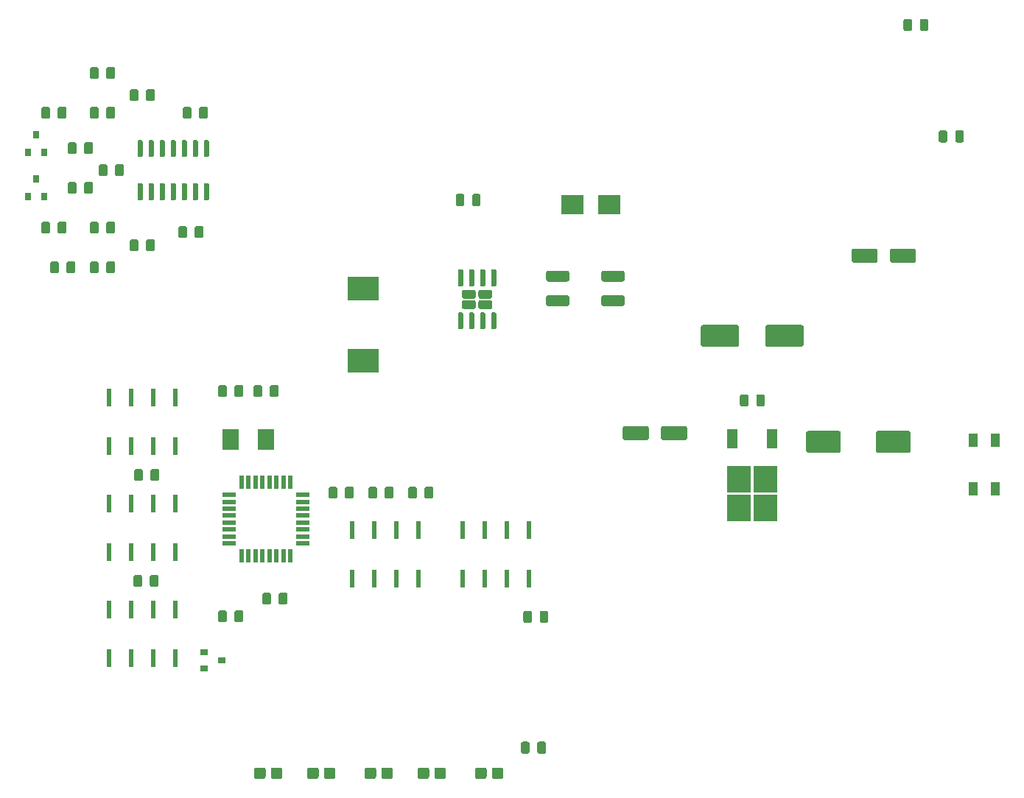
<source format=gbr>
G04 #@! TF.GenerationSoftware,KiCad,Pcbnew,(5.1.5-0-10_14)*
G04 #@! TF.CreationDate,2019-12-28T21:45:26+01:00*
G04 #@! TF.ProjectId,ErnoCCC,45726e6f-4343-4432-9e6b-696361645f70,rev?*
G04 #@! TF.SameCoordinates,Original*
G04 #@! TF.FileFunction,Paste,Top*
G04 #@! TF.FilePolarity,Positive*
%FSLAX46Y46*%
G04 Gerber Fmt 4.6, Leading zero omitted, Abs format (unit mm)*
G04 Created by KiCad (PCBNEW (5.1.5-0-10_14)) date 2019-12-28 21:45:26*
%MOMM*%
%LPD*%
G04 APERTURE LIST*
%ADD10C,0.050000*%
%ADD11R,0.550000X1.600000*%
%ADD12R,1.600000X0.550000*%
%ADD13R,1.200000X2.200000*%
%ADD14R,2.750000X3.050000*%
%ADD15R,2.500000X2.300000*%
%ADD16R,1.000000X1.500000*%
%ADD17R,3.600000X2.700000*%
%ADD18R,0.600000X2.000000*%
%ADD19R,0.800000X0.900000*%
%ADD20R,0.900000X0.800000*%
%ADD21R,1.900000X2.400000*%
G04 APERTURE END LIST*
D10*
G36*
X208579504Y-57240204D02*
G01*
X208603773Y-57243804D01*
X208627571Y-57249765D01*
X208650671Y-57258030D01*
X208672849Y-57268520D01*
X208693893Y-57281133D01*
X208713598Y-57295747D01*
X208731777Y-57312223D01*
X208748253Y-57330402D01*
X208762867Y-57350107D01*
X208775480Y-57371151D01*
X208785970Y-57393329D01*
X208794235Y-57416429D01*
X208800196Y-57440227D01*
X208803796Y-57464496D01*
X208805000Y-57489000D01*
X208805000Y-58589000D01*
X208803796Y-58613504D01*
X208800196Y-58637773D01*
X208794235Y-58661571D01*
X208785970Y-58684671D01*
X208775480Y-58706849D01*
X208762867Y-58727893D01*
X208748253Y-58747598D01*
X208731777Y-58765777D01*
X208713598Y-58782253D01*
X208693893Y-58796867D01*
X208672849Y-58809480D01*
X208650671Y-58819970D01*
X208627571Y-58828235D01*
X208603773Y-58834196D01*
X208579504Y-58837796D01*
X208555000Y-58839000D01*
X206055000Y-58839000D01*
X206030496Y-58837796D01*
X206006227Y-58834196D01*
X205982429Y-58828235D01*
X205959329Y-58819970D01*
X205937151Y-58809480D01*
X205916107Y-58796867D01*
X205896402Y-58782253D01*
X205878223Y-58765777D01*
X205861747Y-58747598D01*
X205847133Y-58727893D01*
X205834520Y-58706849D01*
X205824030Y-58684671D01*
X205815765Y-58661571D01*
X205809804Y-58637773D01*
X205806204Y-58613504D01*
X205805000Y-58589000D01*
X205805000Y-57489000D01*
X205806204Y-57464496D01*
X205809804Y-57440227D01*
X205815765Y-57416429D01*
X205824030Y-57393329D01*
X205834520Y-57371151D01*
X205847133Y-57350107D01*
X205861747Y-57330402D01*
X205878223Y-57312223D01*
X205896402Y-57295747D01*
X205916107Y-57281133D01*
X205937151Y-57268520D01*
X205959329Y-57258030D01*
X205982429Y-57249765D01*
X206006227Y-57243804D01*
X206030496Y-57240204D01*
X206055000Y-57239000D01*
X208555000Y-57239000D01*
X208579504Y-57240204D01*
G37*
G36*
X204179504Y-57240204D02*
G01*
X204203773Y-57243804D01*
X204227571Y-57249765D01*
X204250671Y-57258030D01*
X204272849Y-57268520D01*
X204293893Y-57281133D01*
X204313598Y-57295747D01*
X204331777Y-57312223D01*
X204348253Y-57330402D01*
X204362867Y-57350107D01*
X204375480Y-57371151D01*
X204385970Y-57393329D01*
X204394235Y-57416429D01*
X204400196Y-57440227D01*
X204403796Y-57464496D01*
X204405000Y-57489000D01*
X204405000Y-58589000D01*
X204403796Y-58613504D01*
X204400196Y-58637773D01*
X204394235Y-58661571D01*
X204385970Y-58684671D01*
X204375480Y-58706849D01*
X204362867Y-58727893D01*
X204348253Y-58747598D01*
X204331777Y-58765777D01*
X204313598Y-58782253D01*
X204293893Y-58796867D01*
X204272849Y-58809480D01*
X204250671Y-58819970D01*
X204227571Y-58828235D01*
X204203773Y-58834196D01*
X204179504Y-58837796D01*
X204155000Y-58839000D01*
X201655000Y-58839000D01*
X201630496Y-58837796D01*
X201606227Y-58834196D01*
X201582429Y-58828235D01*
X201559329Y-58819970D01*
X201537151Y-58809480D01*
X201516107Y-58796867D01*
X201496402Y-58782253D01*
X201478223Y-58765777D01*
X201461747Y-58747598D01*
X201447133Y-58727893D01*
X201434520Y-58706849D01*
X201424030Y-58684671D01*
X201415765Y-58661571D01*
X201409804Y-58637773D01*
X201406204Y-58613504D01*
X201405000Y-58589000D01*
X201405000Y-57489000D01*
X201406204Y-57464496D01*
X201409804Y-57440227D01*
X201415765Y-57416429D01*
X201424030Y-57393329D01*
X201434520Y-57371151D01*
X201447133Y-57350107D01*
X201461747Y-57330402D01*
X201478223Y-57312223D01*
X201496402Y-57295747D01*
X201516107Y-57281133D01*
X201537151Y-57268520D01*
X201559329Y-57258030D01*
X201582429Y-57249765D01*
X201606227Y-57243804D01*
X201630496Y-57240204D01*
X201655000Y-57239000D01*
X204155000Y-57239000D01*
X204179504Y-57240204D01*
G37*
G36*
X182272504Y-77637204D02*
G01*
X182296773Y-77640804D01*
X182320571Y-77646765D01*
X182343671Y-77655030D01*
X182365849Y-77665520D01*
X182386893Y-77678133D01*
X182406598Y-77692747D01*
X182424777Y-77709223D01*
X182441253Y-77727402D01*
X182455867Y-77747107D01*
X182468480Y-77768151D01*
X182478970Y-77790329D01*
X182487235Y-77813429D01*
X182493196Y-77837227D01*
X182496796Y-77861496D01*
X182498000Y-77886000D01*
X182498000Y-78986000D01*
X182496796Y-79010504D01*
X182493196Y-79034773D01*
X182487235Y-79058571D01*
X182478970Y-79081671D01*
X182468480Y-79103849D01*
X182455867Y-79124893D01*
X182441253Y-79144598D01*
X182424777Y-79162777D01*
X182406598Y-79179253D01*
X182386893Y-79193867D01*
X182365849Y-79206480D01*
X182343671Y-79216970D01*
X182320571Y-79225235D01*
X182296773Y-79231196D01*
X182272504Y-79234796D01*
X182248000Y-79236000D01*
X179748000Y-79236000D01*
X179723496Y-79234796D01*
X179699227Y-79231196D01*
X179675429Y-79225235D01*
X179652329Y-79216970D01*
X179630151Y-79206480D01*
X179609107Y-79193867D01*
X179589402Y-79179253D01*
X179571223Y-79162777D01*
X179554747Y-79144598D01*
X179540133Y-79124893D01*
X179527520Y-79103849D01*
X179517030Y-79081671D01*
X179508765Y-79058571D01*
X179502804Y-79034773D01*
X179499204Y-79010504D01*
X179498000Y-78986000D01*
X179498000Y-77886000D01*
X179499204Y-77861496D01*
X179502804Y-77837227D01*
X179508765Y-77813429D01*
X179517030Y-77790329D01*
X179527520Y-77768151D01*
X179540133Y-77747107D01*
X179554747Y-77727402D01*
X179571223Y-77709223D01*
X179589402Y-77692747D01*
X179609107Y-77678133D01*
X179630151Y-77665520D01*
X179652329Y-77655030D01*
X179675429Y-77646765D01*
X179699227Y-77640804D01*
X179723496Y-77637204D01*
X179748000Y-77636000D01*
X182248000Y-77636000D01*
X182272504Y-77637204D01*
G37*
G36*
X177872504Y-77637204D02*
G01*
X177896773Y-77640804D01*
X177920571Y-77646765D01*
X177943671Y-77655030D01*
X177965849Y-77665520D01*
X177986893Y-77678133D01*
X178006598Y-77692747D01*
X178024777Y-77709223D01*
X178041253Y-77727402D01*
X178055867Y-77747107D01*
X178068480Y-77768151D01*
X178078970Y-77790329D01*
X178087235Y-77813429D01*
X178093196Y-77837227D01*
X178096796Y-77861496D01*
X178098000Y-77886000D01*
X178098000Y-78986000D01*
X178096796Y-79010504D01*
X178093196Y-79034773D01*
X178087235Y-79058571D01*
X178078970Y-79081671D01*
X178068480Y-79103849D01*
X178055867Y-79124893D01*
X178041253Y-79144598D01*
X178024777Y-79162777D01*
X178006598Y-79179253D01*
X177986893Y-79193867D01*
X177965849Y-79206480D01*
X177943671Y-79216970D01*
X177920571Y-79225235D01*
X177896773Y-79231196D01*
X177872504Y-79234796D01*
X177848000Y-79236000D01*
X175348000Y-79236000D01*
X175323496Y-79234796D01*
X175299227Y-79231196D01*
X175275429Y-79225235D01*
X175252329Y-79216970D01*
X175230151Y-79206480D01*
X175209107Y-79193867D01*
X175189402Y-79179253D01*
X175171223Y-79162777D01*
X175154747Y-79144598D01*
X175140133Y-79124893D01*
X175127520Y-79103849D01*
X175117030Y-79081671D01*
X175108765Y-79058571D01*
X175102804Y-79034773D01*
X175099204Y-79010504D01*
X175098000Y-78986000D01*
X175098000Y-77886000D01*
X175099204Y-77861496D01*
X175102804Y-77837227D01*
X175108765Y-77813429D01*
X175117030Y-77790329D01*
X175127520Y-77768151D01*
X175140133Y-77747107D01*
X175154747Y-77727402D01*
X175171223Y-77709223D01*
X175189402Y-77692747D01*
X175209107Y-77678133D01*
X175230151Y-77665520D01*
X175252329Y-77655030D01*
X175275429Y-77646765D01*
X175299227Y-77640804D01*
X175323496Y-77637204D01*
X175348000Y-77636000D01*
X177848000Y-77636000D01*
X177872504Y-77637204D01*
G37*
D11*
X136894000Y-84092000D03*
X136094000Y-84092000D03*
X135294000Y-84092000D03*
X134494000Y-84092000D03*
X133694000Y-84092000D03*
X132894000Y-84092000D03*
X132094000Y-84092000D03*
X131294000Y-84092000D03*
D12*
X129844000Y-85542000D03*
X129844000Y-86342000D03*
X129844000Y-87142000D03*
X129844000Y-87942000D03*
X129844000Y-88742000D03*
X129844000Y-89542000D03*
X129844000Y-90342000D03*
X129844000Y-91142000D03*
D11*
X131294000Y-92592000D03*
X132094000Y-92592000D03*
X132894000Y-92592000D03*
X133694000Y-92592000D03*
X134494000Y-92592000D03*
X135294000Y-92592000D03*
X136094000Y-92592000D03*
X136894000Y-92592000D03*
D12*
X138344000Y-91142000D03*
X138344000Y-90342000D03*
X138344000Y-89542000D03*
X138344000Y-88742000D03*
X138344000Y-87942000D03*
X138344000Y-87142000D03*
X138344000Y-86342000D03*
X138344000Y-85542000D03*
D13*
X192272000Y-79112000D03*
X187712000Y-79112000D03*
D14*
X188467000Y-87087000D03*
X191517000Y-83737000D03*
X191517000Y-87087000D03*
X188467000Y-83737000D03*
D10*
G36*
X195648504Y-66011204D02*
G01*
X195672773Y-66014804D01*
X195696571Y-66020765D01*
X195719671Y-66029030D01*
X195741849Y-66039520D01*
X195762893Y-66052133D01*
X195782598Y-66066747D01*
X195800777Y-66083223D01*
X195817253Y-66101402D01*
X195831867Y-66121107D01*
X195844480Y-66142151D01*
X195854970Y-66164329D01*
X195863235Y-66187429D01*
X195869196Y-66211227D01*
X195872796Y-66235496D01*
X195874000Y-66260000D01*
X195874000Y-68260000D01*
X195872796Y-68284504D01*
X195869196Y-68308773D01*
X195863235Y-68332571D01*
X195854970Y-68355671D01*
X195844480Y-68377849D01*
X195831867Y-68398893D01*
X195817253Y-68418598D01*
X195800777Y-68436777D01*
X195782598Y-68453253D01*
X195762893Y-68467867D01*
X195741849Y-68480480D01*
X195719671Y-68490970D01*
X195696571Y-68499235D01*
X195672773Y-68505196D01*
X195648504Y-68508796D01*
X195624000Y-68510000D01*
X191724000Y-68510000D01*
X191699496Y-68508796D01*
X191675227Y-68505196D01*
X191651429Y-68499235D01*
X191628329Y-68490970D01*
X191606151Y-68480480D01*
X191585107Y-68467867D01*
X191565402Y-68453253D01*
X191547223Y-68436777D01*
X191530747Y-68418598D01*
X191516133Y-68398893D01*
X191503520Y-68377849D01*
X191493030Y-68355671D01*
X191484765Y-68332571D01*
X191478804Y-68308773D01*
X191475204Y-68284504D01*
X191474000Y-68260000D01*
X191474000Y-66260000D01*
X191475204Y-66235496D01*
X191478804Y-66211227D01*
X191484765Y-66187429D01*
X191493030Y-66164329D01*
X191503520Y-66142151D01*
X191516133Y-66121107D01*
X191530747Y-66101402D01*
X191547223Y-66083223D01*
X191565402Y-66066747D01*
X191585107Y-66052133D01*
X191606151Y-66039520D01*
X191628329Y-66029030D01*
X191651429Y-66020765D01*
X191675227Y-66014804D01*
X191699496Y-66011204D01*
X191724000Y-66010000D01*
X195624000Y-66010000D01*
X195648504Y-66011204D01*
G37*
G36*
X188248504Y-66011204D02*
G01*
X188272773Y-66014804D01*
X188296571Y-66020765D01*
X188319671Y-66029030D01*
X188341849Y-66039520D01*
X188362893Y-66052133D01*
X188382598Y-66066747D01*
X188400777Y-66083223D01*
X188417253Y-66101402D01*
X188431867Y-66121107D01*
X188444480Y-66142151D01*
X188454970Y-66164329D01*
X188463235Y-66187429D01*
X188469196Y-66211227D01*
X188472796Y-66235496D01*
X188474000Y-66260000D01*
X188474000Y-68260000D01*
X188472796Y-68284504D01*
X188469196Y-68308773D01*
X188463235Y-68332571D01*
X188454970Y-68355671D01*
X188444480Y-68377849D01*
X188431867Y-68398893D01*
X188417253Y-68418598D01*
X188400777Y-68436777D01*
X188382598Y-68453253D01*
X188362893Y-68467867D01*
X188341849Y-68480480D01*
X188319671Y-68490970D01*
X188296571Y-68499235D01*
X188272773Y-68505196D01*
X188248504Y-68508796D01*
X188224000Y-68510000D01*
X184324000Y-68510000D01*
X184299496Y-68508796D01*
X184275227Y-68505196D01*
X184251429Y-68499235D01*
X184228329Y-68490970D01*
X184206151Y-68480480D01*
X184185107Y-68467867D01*
X184165402Y-68453253D01*
X184147223Y-68436777D01*
X184130747Y-68418598D01*
X184116133Y-68398893D01*
X184103520Y-68377849D01*
X184093030Y-68355671D01*
X184084765Y-68332571D01*
X184078804Y-68308773D01*
X184075204Y-68284504D01*
X184074000Y-68260000D01*
X184074000Y-66260000D01*
X184075204Y-66235496D01*
X184078804Y-66211227D01*
X184084765Y-66187429D01*
X184093030Y-66164329D01*
X184103520Y-66142151D01*
X184116133Y-66121107D01*
X184130747Y-66101402D01*
X184147223Y-66083223D01*
X184165402Y-66066747D01*
X184185107Y-66052133D01*
X184206151Y-66039520D01*
X184228329Y-66029030D01*
X184251429Y-66020765D01*
X184275227Y-66014804D01*
X184299496Y-66011204D01*
X184324000Y-66010000D01*
X188224000Y-66010000D01*
X188248504Y-66011204D01*
G37*
G36*
X207940504Y-78203204D02*
G01*
X207964773Y-78206804D01*
X207988571Y-78212765D01*
X208011671Y-78221030D01*
X208033849Y-78231520D01*
X208054893Y-78244133D01*
X208074598Y-78258747D01*
X208092777Y-78275223D01*
X208109253Y-78293402D01*
X208123867Y-78313107D01*
X208136480Y-78334151D01*
X208146970Y-78356329D01*
X208155235Y-78379429D01*
X208161196Y-78403227D01*
X208164796Y-78427496D01*
X208166000Y-78452000D01*
X208166000Y-80452000D01*
X208164796Y-80476504D01*
X208161196Y-80500773D01*
X208155235Y-80524571D01*
X208146970Y-80547671D01*
X208136480Y-80569849D01*
X208123867Y-80590893D01*
X208109253Y-80610598D01*
X208092777Y-80628777D01*
X208074598Y-80645253D01*
X208054893Y-80659867D01*
X208033849Y-80672480D01*
X208011671Y-80682970D01*
X207988571Y-80691235D01*
X207964773Y-80697196D01*
X207940504Y-80700796D01*
X207916000Y-80702000D01*
X204416000Y-80702000D01*
X204391496Y-80700796D01*
X204367227Y-80697196D01*
X204343429Y-80691235D01*
X204320329Y-80682970D01*
X204298151Y-80672480D01*
X204277107Y-80659867D01*
X204257402Y-80645253D01*
X204239223Y-80628777D01*
X204222747Y-80610598D01*
X204208133Y-80590893D01*
X204195520Y-80569849D01*
X204185030Y-80547671D01*
X204176765Y-80524571D01*
X204170804Y-80500773D01*
X204167204Y-80476504D01*
X204166000Y-80452000D01*
X204166000Y-78452000D01*
X204167204Y-78427496D01*
X204170804Y-78403227D01*
X204176765Y-78379429D01*
X204185030Y-78356329D01*
X204195520Y-78334151D01*
X204208133Y-78313107D01*
X204222747Y-78293402D01*
X204239223Y-78275223D01*
X204257402Y-78258747D01*
X204277107Y-78244133D01*
X204298151Y-78231520D01*
X204320329Y-78221030D01*
X204343429Y-78212765D01*
X204367227Y-78206804D01*
X204391496Y-78203204D01*
X204416000Y-78202000D01*
X207916000Y-78202000D01*
X207940504Y-78203204D01*
G37*
G36*
X199940504Y-78203204D02*
G01*
X199964773Y-78206804D01*
X199988571Y-78212765D01*
X200011671Y-78221030D01*
X200033849Y-78231520D01*
X200054893Y-78244133D01*
X200074598Y-78258747D01*
X200092777Y-78275223D01*
X200109253Y-78293402D01*
X200123867Y-78313107D01*
X200136480Y-78334151D01*
X200146970Y-78356329D01*
X200155235Y-78379429D01*
X200161196Y-78403227D01*
X200164796Y-78427496D01*
X200166000Y-78452000D01*
X200166000Y-80452000D01*
X200164796Y-80476504D01*
X200161196Y-80500773D01*
X200155235Y-80524571D01*
X200146970Y-80547671D01*
X200136480Y-80569849D01*
X200123867Y-80590893D01*
X200109253Y-80610598D01*
X200092777Y-80628777D01*
X200074598Y-80645253D01*
X200054893Y-80659867D01*
X200033849Y-80672480D01*
X200011671Y-80682970D01*
X199988571Y-80691235D01*
X199964773Y-80697196D01*
X199940504Y-80700796D01*
X199916000Y-80702000D01*
X196416000Y-80702000D01*
X196391496Y-80700796D01*
X196367227Y-80697196D01*
X196343429Y-80691235D01*
X196320329Y-80682970D01*
X196298151Y-80672480D01*
X196277107Y-80659867D01*
X196257402Y-80645253D01*
X196239223Y-80628777D01*
X196222747Y-80610598D01*
X196208133Y-80590893D01*
X196195520Y-80569849D01*
X196185030Y-80547671D01*
X196176765Y-80524571D01*
X196170804Y-80500773D01*
X196167204Y-80476504D01*
X196166000Y-80452000D01*
X196166000Y-78452000D01*
X196167204Y-78427496D01*
X196170804Y-78403227D01*
X196176765Y-78379429D01*
X196185030Y-78356329D01*
X196195520Y-78334151D01*
X196208133Y-78313107D01*
X196222747Y-78293402D01*
X196239223Y-78275223D01*
X196257402Y-78258747D01*
X196277107Y-78244133D01*
X196298151Y-78231520D01*
X196320329Y-78221030D01*
X196343429Y-78212765D01*
X196367227Y-78206804D01*
X196391496Y-78203204D01*
X196416000Y-78202000D01*
X199916000Y-78202000D01*
X199940504Y-78203204D01*
G37*
D15*
X169282000Y-52147000D03*
X173582000Y-52147000D03*
D16*
X215392000Y-79230001D03*
X215392000Y-84853999D03*
X217932000Y-79230001D03*
X217932000Y-84853999D03*
D10*
G36*
X157970504Y-63165204D02*
G01*
X157994773Y-63168804D01*
X158018571Y-63174765D01*
X158041671Y-63183030D01*
X158063849Y-63193520D01*
X158084893Y-63206133D01*
X158104598Y-63220747D01*
X158122777Y-63237223D01*
X158139253Y-63255402D01*
X158153867Y-63275107D01*
X158166480Y-63296151D01*
X158176970Y-63318329D01*
X158185235Y-63341429D01*
X158191196Y-63365227D01*
X158194796Y-63389496D01*
X158196000Y-63414000D01*
X158196000Y-63924000D01*
X158194796Y-63948504D01*
X158191196Y-63972773D01*
X158185235Y-63996571D01*
X158176970Y-64019671D01*
X158166480Y-64041849D01*
X158153867Y-64062893D01*
X158139253Y-64082598D01*
X158122777Y-64100777D01*
X158104598Y-64117253D01*
X158084893Y-64131867D01*
X158063849Y-64144480D01*
X158041671Y-64154970D01*
X158018571Y-64163235D01*
X157994773Y-64169196D01*
X157970504Y-64172796D01*
X157946000Y-64174000D01*
X156856000Y-64174000D01*
X156831496Y-64172796D01*
X156807227Y-64169196D01*
X156783429Y-64163235D01*
X156760329Y-64154970D01*
X156738151Y-64144480D01*
X156717107Y-64131867D01*
X156697402Y-64117253D01*
X156679223Y-64100777D01*
X156662747Y-64082598D01*
X156648133Y-64062893D01*
X156635520Y-64041849D01*
X156625030Y-64019671D01*
X156616765Y-63996571D01*
X156610804Y-63972773D01*
X156607204Y-63948504D01*
X156606000Y-63924000D01*
X156606000Y-63414000D01*
X156607204Y-63389496D01*
X156610804Y-63365227D01*
X156616765Y-63341429D01*
X156625030Y-63318329D01*
X156635520Y-63296151D01*
X156648133Y-63275107D01*
X156662747Y-63255402D01*
X156679223Y-63237223D01*
X156697402Y-63220747D01*
X156717107Y-63206133D01*
X156738151Y-63193520D01*
X156760329Y-63183030D01*
X156783429Y-63174765D01*
X156807227Y-63168804D01*
X156831496Y-63165204D01*
X156856000Y-63164000D01*
X157946000Y-63164000D01*
X157970504Y-63165204D01*
G37*
G36*
X159870504Y-63165204D02*
G01*
X159894773Y-63168804D01*
X159918571Y-63174765D01*
X159941671Y-63183030D01*
X159963849Y-63193520D01*
X159984893Y-63206133D01*
X160004598Y-63220747D01*
X160022777Y-63237223D01*
X160039253Y-63255402D01*
X160053867Y-63275107D01*
X160066480Y-63296151D01*
X160076970Y-63318329D01*
X160085235Y-63341429D01*
X160091196Y-63365227D01*
X160094796Y-63389496D01*
X160096000Y-63414000D01*
X160096000Y-63924000D01*
X160094796Y-63948504D01*
X160091196Y-63972773D01*
X160085235Y-63996571D01*
X160076970Y-64019671D01*
X160066480Y-64041849D01*
X160053867Y-64062893D01*
X160039253Y-64082598D01*
X160022777Y-64100777D01*
X160004598Y-64117253D01*
X159984893Y-64131867D01*
X159963849Y-64144480D01*
X159941671Y-64154970D01*
X159918571Y-64163235D01*
X159894773Y-64169196D01*
X159870504Y-64172796D01*
X159846000Y-64174000D01*
X158756000Y-64174000D01*
X158731496Y-64172796D01*
X158707227Y-64169196D01*
X158683429Y-64163235D01*
X158660329Y-64154970D01*
X158638151Y-64144480D01*
X158617107Y-64131867D01*
X158597402Y-64117253D01*
X158579223Y-64100777D01*
X158562747Y-64082598D01*
X158548133Y-64062893D01*
X158535520Y-64041849D01*
X158525030Y-64019671D01*
X158516765Y-63996571D01*
X158510804Y-63972773D01*
X158507204Y-63948504D01*
X158506000Y-63924000D01*
X158506000Y-63414000D01*
X158507204Y-63389496D01*
X158510804Y-63365227D01*
X158516765Y-63341429D01*
X158525030Y-63318329D01*
X158535520Y-63296151D01*
X158548133Y-63275107D01*
X158562747Y-63255402D01*
X158579223Y-63237223D01*
X158597402Y-63220747D01*
X158617107Y-63206133D01*
X158638151Y-63193520D01*
X158660329Y-63183030D01*
X158683429Y-63174765D01*
X158707227Y-63168804D01*
X158731496Y-63165204D01*
X158756000Y-63164000D01*
X159846000Y-63164000D01*
X159870504Y-63165204D01*
G37*
G36*
X157970504Y-61965204D02*
G01*
X157994773Y-61968804D01*
X158018571Y-61974765D01*
X158041671Y-61983030D01*
X158063849Y-61993520D01*
X158084893Y-62006133D01*
X158104598Y-62020747D01*
X158122777Y-62037223D01*
X158139253Y-62055402D01*
X158153867Y-62075107D01*
X158166480Y-62096151D01*
X158176970Y-62118329D01*
X158185235Y-62141429D01*
X158191196Y-62165227D01*
X158194796Y-62189496D01*
X158196000Y-62214000D01*
X158196000Y-62724000D01*
X158194796Y-62748504D01*
X158191196Y-62772773D01*
X158185235Y-62796571D01*
X158176970Y-62819671D01*
X158166480Y-62841849D01*
X158153867Y-62862893D01*
X158139253Y-62882598D01*
X158122777Y-62900777D01*
X158104598Y-62917253D01*
X158084893Y-62931867D01*
X158063849Y-62944480D01*
X158041671Y-62954970D01*
X158018571Y-62963235D01*
X157994773Y-62969196D01*
X157970504Y-62972796D01*
X157946000Y-62974000D01*
X156856000Y-62974000D01*
X156831496Y-62972796D01*
X156807227Y-62969196D01*
X156783429Y-62963235D01*
X156760329Y-62954970D01*
X156738151Y-62944480D01*
X156717107Y-62931867D01*
X156697402Y-62917253D01*
X156679223Y-62900777D01*
X156662747Y-62882598D01*
X156648133Y-62862893D01*
X156635520Y-62841849D01*
X156625030Y-62819671D01*
X156616765Y-62796571D01*
X156610804Y-62772773D01*
X156607204Y-62748504D01*
X156606000Y-62724000D01*
X156606000Y-62214000D01*
X156607204Y-62189496D01*
X156610804Y-62165227D01*
X156616765Y-62141429D01*
X156625030Y-62118329D01*
X156635520Y-62096151D01*
X156648133Y-62075107D01*
X156662747Y-62055402D01*
X156679223Y-62037223D01*
X156697402Y-62020747D01*
X156717107Y-62006133D01*
X156738151Y-61993520D01*
X156760329Y-61983030D01*
X156783429Y-61974765D01*
X156807227Y-61968804D01*
X156831496Y-61965204D01*
X156856000Y-61964000D01*
X157946000Y-61964000D01*
X157970504Y-61965204D01*
G37*
G36*
X159870504Y-61965204D02*
G01*
X159894773Y-61968804D01*
X159918571Y-61974765D01*
X159941671Y-61983030D01*
X159963849Y-61993520D01*
X159984893Y-62006133D01*
X160004598Y-62020747D01*
X160022777Y-62037223D01*
X160039253Y-62055402D01*
X160053867Y-62075107D01*
X160066480Y-62096151D01*
X160076970Y-62118329D01*
X160085235Y-62141429D01*
X160091196Y-62165227D01*
X160094796Y-62189496D01*
X160096000Y-62214000D01*
X160096000Y-62724000D01*
X160094796Y-62748504D01*
X160091196Y-62772773D01*
X160085235Y-62796571D01*
X160076970Y-62819671D01*
X160066480Y-62841849D01*
X160053867Y-62862893D01*
X160039253Y-62882598D01*
X160022777Y-62900777D01*
X160004598Y-62917253D01*
X159984893Y-62931867D01*
X159963849Y-62944480D01*
X159941671Y-62954970D01*
X159918571Y-62963235D01*
X159894773Y-62969196D01*
X159870504Y-62972796D01*
X159846000Y-62974000D01*
X158756000Y-62974000D01*
X158731496Y-62972796D01*
X158707227Y-62969196D01*
X158683429Y-62963235D01*
X158660329Y-62954970D01*
X158638151Y-62944480D01*
X158617107Y-62931867D01*
X158597402Y-62917253D01*
X158579223Y-62900777D01*
X158562747Y-62882598D01*
X158548133Y-62862893D01*
X158535520Y-62841849D01*
X158525030Y-62819671D01*
X158516765Y-62796571D01*
X158510804Y-62772773D01*
X158507204Y-62748504D01*
X158506000Y-62724000D01*
X158506000Y-62214000D01*
X158507204Y-62189496D01*
X158510804Y-62165227D01*
X158516765Y-62141429D01*
X158525030Y-62118329D01*
X158535520Y-62096151D01*
X158548133Y-62075107D01*
X158562747Y-62055402D01*
X158579223Y-62037223D01*
X158597402Y-62020747D01*
X158617107Y-62006133D01*
X158638151Y-61993520D01*
X158660329Y-61983030D01*
X158683429Y-61974765D01*
X158707227Y-61968804D01*
X158731496Y-61965204D01*
X158756000Y-61964000D01*
X159846000Y-61964000D01*
X159870504Y-61965204D01*
G37*
G36*
X156610703Y-64569722D02*
G01*
X156625264Y-64571882D01*
X156639543Y-64575459D01*
X156653403Y-64580418D01*
X156666710Y-64586712D01*
X156679336Y-64594280D01*
X156691159Y-64603048D01*
X156702066Y-64612934D01*
X156711952Y-64623841D01*
X156720720Y-64635664D01*
X156728288Y-64648290D01*
X156734582Y-64661597D01*
X156739541Y-64675457D01*
X156743118Y-64689736D01*
X156745278Y-64704297D01*
X156746000Y-64719000D01*
X156746000Y-66369000D01*
X156745278Y-66383703D01*
X156743118Y-66398264D01*
X156739541Y-66412543D01*
X156734582Y-66426403D01*
X156728288Y-66439710D01*
X156720720Y-66452336D01*
X156711952Y-66464159D01*
X156702066Y-66475066D01*
X156691159Y-66484952D01*
X156679336Y-66493720D01*
X156666710Y-66501288D01*
X156653403Y-66507582D01*
X156639543Y-66512541D01*
X156625264Y-66516118D01*
X156610703Y-66518278D01*
X156596000Y-66519000D01*
X156296000Y-66519000D01*
X156281297Y-66518278D01*
X156266736Y-66516118D01*
X156252457Y-66512541D01*
X156238597Y-66507582D01*
X156225290Y-66501288D01*
X156212664Y-66493720D01*
X156200841Y-66484952D01*
X156189934Y-66475066D01*
X156180048Y-66464159D01*
X156171280Y-66452336D01*
X156163712Y-66439710D01*
X156157418Y-66426403D01*
X156152459Y-66412543D01*
X156148882Y-66398264D01*
X156146722Y-66383703D01*
X156146000Y-66369000D01*
X156146000Y-64719000D01*
X156146722Y-64704297D01*
X156148882Y-64689736D01*
X156152459Y-64675457D01*
X156157418Y-64661597D01*
X156163712Y-64648290D01*
X156171280Y-64635664D01*
X156180048Y-64623841D01*
X156189934Y-64612934D01*
X156200841Y-64603048D01*
X156212664Y-64594280D01*
X156225290Y-64586712D01*
X156238597Y-64580418D01*
X156252457Y-64575459D01*
X156266736Y-64571882D01*
X156281297Y-64569722D01*
X156296000Y-64569000D01*
X156596000Y-64569000D01*
X156610703Y-64569722D01*
G37*
G36*
X157880703Y-64569722D02*
G01*
X157895264Y-64571882D01*
X157909543Y-64575459D01*
X157923403Y-64580418D01*
X157936710Y-64586712D01*
X157949336Y-64594280D01*
X157961159Y-64603048D01*
X157972066Y-64612934D01*
X157981952Y-64623841D01*
X157990720Y-64635664D01*
X157998288Y-64648290D01*
X158004582Y-64661597D01*
X158009541Y-64675457D01*
X158013118Y-64689736D01*
X158015278Y-64704297D01*
X158016000Y-64719000D01*
X158016000Y-66369000D01*
X158015278Y-66383703D01*
X158013118Y-66398264D01*
X158009541Y-66412543D01*
X158004582Y-66426403D01*
X157998288Y-66439710D01*
X157990720Y-66452336D01*
X157981952Y-66464159D01*
X157972066Y-66475066D01*
X157961159Y-66484952D01*
X157949336Y-66493720D01*
X157936710Y-66501288D01*
X157923403Y-66507582D01*
X157909543Y-66512541D01*
X157895264Y-66516118D01*
X157880703Y-66518278D01*
X157866000Y-66519000D01*
X157566000Y-66519000D01*
X157551297Y-66518278D01*
X157536736Y-66516118D01*
X157522457Y-66512541D01*
X157508597Y-66507582D01*
X157495290Y-66501288D01*
X157482664Y-66493720D01*
X157470841Y-66484952D01*
X157459934Y-66475066D01*
X157450048Y-66464159D01*
X157441280Y-66452336D01*
X157433712Y-66439710D01*
X157427418Y-66426403D01*
X157422459Y-66412543D01*
X157418882Y-66398264D01*
X157416722Y-66383703D01*
X157416000Y-66369000D01*
X157416000Y-64719000D01*
X157416722Y-64704297D01*
X157418882Y-64689736D01*
X157422459Y-64675457D01*
X157427418Y-64661597D01*
X157433712Y-64648290D01*
X157441280Y-64635664D01*
X157450048Y-64623841D01*
X157459934Y-64612934D01*
X157470841Y-64603048D01*
X157482664Y-64594280D01*
X157495290Y-64586712D01*
X157508597Y-64580418D01*
X157522457Y-64575459D01*
X157536736Y-64571882D01*
X157551297Y-64569722D01*
X157566000Y-64569000D01*
X157866000Y-64569000D01*
X157880703Y-64569722D01*
G37*
G36*
X159150703Y-64569722D02*
G01*
X159165264Y-64571882D01*
X159179543Y-64575459D01*
X159193403Y-64580418D01*
X159206710Y-64586712D01*
X159219336Y-64594280D01*
X159231159Y-64603048D01*
X159242066Y-64612934D01*
X159251952Y-64623841D01*
X159260720Y-64635664D01*
X159268288Y-64648290D01*
X159274582Y-64661597D01*
X159279541Y-64675457D01*
X159283118Y-64689736D01*
X159285278Y-64704297D01*
X159286000Y-64719000D01*
X159286000Y-66369000D01*
X159285278Y-66383703D01*
X159283118Y-66398264D01*
X159279541Y-66412543D01*
X159274582Y-66426403D01*
X159268288Y-66439710D01*
X159260720Y-66452336D01*
X159251952Y-66464159D01*
X159242066Y-66475066D01*
X159231159Y-66484952D01*
X159219336Y-66493720D01*
X159206710Y-66501288D01*
X159193403Y-66507582D01*
X159179543Y-66512541D01*
X159165264Y-66516118D01*
X159150703Y-66518278D01*
X159136000Y-66519000D01*
X158836000Y-66519000D01*
X158821297Y-66518278D01*
X158806736Y-66516118D01*
X158792457Y-66512541D01*
X158778597Y-66507582D01*
X158765290Y-66501288D01*
X158752664Y-66493720D01*
X158740841Y-66484952D01*
X158729934Y-66475066D01*
X158720048Y-66464159D01*
X158711280Y-66452336D01*
X158703712Y-66439710D01*
X158697418Y-66426403D01*
X158692459Y-66412543D01*
X158688882Y-66398264D01*
X158686722Y-66383703D01*
X158686000Y-66369000D01*
X158686000Y-64719000D01*
X158686722Y-64704297D01*
X158688882Y-64689736D01*
X158692459Y-64675457D01*
X158697418Y-64661597D01*
X158703712Y-64648290D01*
X158711280Y-64635664D01*
X158720048Y-64623841D01*
X158729934Y-64612934D01*
X158740841Y-64603048D01*
X158752664Y-64594280D01*
X158765290Y-64586712D01*
X158778597Y-64580418D01*
X158792457Y-64575459D01*
X158806736Y-64571882D01*
X158821297Y-64569722D01*
X158836000Y-64569000D01*
X159136000Y-64569000D01*
X159150703Y-64569722D01*
G37*
G36*
X160420703Y-64569722D02*
G01*
X160435264Y-64571882D01*
X160449543Y-64575459D01*
X160463403Y-64580418D01*
X160476710Y-64586712D01*
X160489336Y-64594280D01*
X160501159Y-64603048D01*
X160512066Y-64612934D01*
X160521952Y-64623841D01*
X160530720Y-64635664D01*
X160538288Y-64648290D01*
X160544582Y-64661597D01*
X160549541Y-64675457D01*
X160553118Y-64689736D01*
X160555278Y-64704297D01*
X160556000Y-64719000D01*
X160556000Y-66369000D01*
X160555278Y-66383703D01*
X160553118Y-66398264D01*
X160549541Y-66412543D01*
X160544582Y-66426403D01*
X160538288Y-66439710D01*
X160530720Y-66452336D01*
X160521952Y-66464159D01*
X160512066Y-66475066D01*
X160501159Y-66484952D01*
X160489336Y-66493720D01*
X160476710Y-66501288D01*
X160463403Y-66507582D01*
X160449543Y-66512541D01*
X160435264Y-66516118D01*
X160420703Y-66518278D01*
X160406000Y-66519000D01*
X160106000Y-66519000D01*
X160091297Y-66518278D01*
X160076736Y-66516118D01*
X160062457Y-66512541D01*
X160048597Y-66507582D01*
X160035290Y-66501288D01*
X160022664Y-66493720D01*
X160010841Y-66484952D01*
X159999934Y-66475066D01*
X159990048Y-66464159D01*
X159981280Y-66452336D01*
X159973712Y-66439710D01*
X159967418Y-66426403D01*
X159962459Y-66412543D01*
X159958882Y-66398264D01*
X159956722Y-66383703D01*
X159956000Y-66369000D01*
X159956000Y-64719000D01*
X159956722Y-64704297D01*
X159958882Y-64689736D01*
X159962459Y-64675457D01*
X159967418Y-64661597D01*
X159973712Y-64648290D01*
X159981280Y-64635664D01*
X159990048Y-64623841D01*
X159999934Y-64612934D01*
X160010841Y-64603048D01*
X160022664Y-64594280D01*
X160035290Y-64586712D01*
X160048597Y-64580418D01*
X160062457Y-64575459D01*
X160076736Y-64571882D01*
X160091297Y-64569722D01*
X160106000Y-64569000D01*
X160406000Y-64569000D01*
X160420703Y-64569722D01*
G37*
G36*
X160420703Y-59619722D02*
G01*
X160435264Y-59621882D01*
X160449543Y-59625459D01*
X160463403Y-59630418D01*
X160476710Y-59636712D01*
X160489336Y-59644280D01*
X160501159Y-59653048D01*
X160512066Y-59662934D01*
X160521952Y-59673841D01*
X160530720Y-59685664D01*
X160538288Y-59698290D01*
X160544582Y-59711597D01*
X160549541Y-59725457D01*
X160553118Y-59739736D01*
X160555278Y-59754297D01*
X160556000Y-59769000D01*
X160556000Y-61419000D01*
X160555278Y-61433703D01*
X160553118Y-61448264D01*
X160549541Y-61462543D01*
X160544582Y-61476403D01*
X160538288Y-61489710D01*
X160530720Y-61502336D01*
X160521952Y-61514159D01*
X160512066Y-61525066D01*
X160501159Y-61534952D01*
X160489336Y-61543720D01*
X160476710Y-61551288D01*
X160463403Y-61557582D01*
X160449543Y-61562541D01*
X160435264Y-61566118D01*
X160420703Y-61568278D01*
X160406000Y-61569000D01*
X160106000Y-61569000D01*
X160091297Y-61568278D01*
X160076736Y-61566118D01*
X160062457Y-61562541D01*
X160048597Y-61557582D01*
X160035290Y-61551288D01*
X160022664Y-61543720D01*
X160010841Y-61534952D01*
X159999934Y-61525066D01*
X159990048Y-61514159D01*
X159981280Y-61502336D01*
X159973712Y-61489710D01*
X159967418Y-61476403D01*
X159962459Y-61462543D01*
X159958882Y-61448264D01*
X159956722Y-61433703D01*
X159956000Y-61419000D01*
X159956000Y-59769000D01*
X159956722Y-59754297D01*
X159958882Y-59739736D01*
X159962459Y-59725457D01*
X159967418Y-59711597D01*
X159973712Y-59698290D01*
X159981280Y-59685664D01*
X159990048Y-59673841D01*
X159999934Y-59662934D01*
X160010841Y-59653048D01*
X160022664Y-59644280D01*
X160035290Y-59636712D01*
X160048597Y-59630418D01*
X160062457Y-59625459D01*
X160076736Y-59621882D01*
X160091297Y-59619722D01*
X160106000Y-59619000D01*
X160406000Y-59619000D01*
X160420703Y-59619722D01*
G37*
G36*
X159150703Y-59619722D02*
G01*
X159165264Y-59621882D01*
X159179543Y-59625459D01*
X159193403Y-59630418D01*
X159206710Y-59636712D01*
X159219336Y-59644280D01*
X159231159Y-59653048D01*
X159242066Y-59662934D01*
X159251952Y-59673841D01*
X159260720Y-59685664D01*
X159268288Y-59698290D01*
X159274582Y-59711597D01*
X159279541Y-59725457D01*
X159283118Y-59739736D01*
X159285278Y-59754297D01*
X159286000Y-59769000D01*
X159286000Y-61419000D01*
X159285278Y-61433703D01*
X159283118Y-61448264D01*
X159279541Y-61462543D01*
X159274582Y-61476403D01*
X159268288Y-61489710D01*
X159260720Y-61502336D01*
X159251952Y-61514159D01*
X159242066Y-61525066D01*
X159231159Y-61534952D01*
X159219336Y-61543720D01*
X159206710Y-61551288D01*
X159193403Y-61557582D01*
X159179543Y-61562541D01*
X159165264Y-61566118D01*
X159150703Y-61568278D01*
X159136000Y-61569000D01*
X158836000Y-61569000D01*
X158821297Y-61568278D01*
X158806736Y-61566118D01*
X158792457Y-61562541D01*
X158778597Y-61557582D01*
X158765290Y-61551288D01*
X158752664Y-61543720D01*
X158740841Y-61534952D01*
X158729934Y-61525066D01*
X158720048Y-61514159D01*
X158711280Y-61502336D01*
X158703712Y-61489710D01*
X158697418Y-61476403D01*
X158692459Y-61462543D01*
X158688882Y-61448264D01*
X158686722Y-61433703D01*
X158686000Y-61419000D01*
X158686000Y-59769000D01*
X158686722Y-59754297D01*
X158688882Y-59739736D01*
X158692459Y-59725457D01*
X158697418Y-59711597D01*
X158703712Y-59698290D01*
X158711280Y-59685664D01*
X158720048Y-59673841D01*
X158729934Y-59662934D01*
X158740841Y-59653048D01*
X158752664Y-59644280D01*
X158765290Y-59636712D01*
X158778597Y-59630418D01*
X158792457Y-59625459D01*
X158806736Y-59621882D01*
X158821297Y-59619722D01*
X158836000Y-59619000D01*
X159136000Y-59619000D01*
X159150703Y-59619722D01*
G37*
G36*
X157880703Y-59619722D02*
G01*
X157895264Y-59621882D01*
X157909543Y-59625459D01*
X157923403Y-59630418D01*
X157936710Y-59636712D01*
X157949336Y-59644280D01*
X157961159Y-59653048D01*
X157972066Y-59662934D01*
X157981952Y-59673841D01*
X157990720Y-59685664D01*
X157998288Y-59698290D01*
X158004582Y-59711597D01*
X158009541Y-59725457D01*
X158013118Y-59739736D01*
X158015278Y-59754297D01*
X158016000Y-59769000D01*
X158016000Y-61419000D01*
X158015278Y-61433703D01*
X158013118Y-61448264D01*
X158009541Y-61462543D01*
X158004582Y-61476403D01*
X157998288Y-61489710D01*
X157990720Y-61502336D01*
X157981952Y-61514159D01*
X157972066Y-61525066D01*
X157961159Y-61534952D01*
X157949336Y-61543720D01*
X157936710Y-61551288D01*
X157923403Y-61557582D01*
X157909543Y-61562541D01*
X157895264Y-61566118D01*
X157880703Y-61568278D01*
X157866000Y-61569000D01*
X157566000Y-61569000D01*
X157551297Y-61568278D01*
X157536736Y-61566118D01*
X157522457Y-61562541D01*
X157508597Y-61557582D01*
X157495290Y-61551288D01*
X157482664Y-61543720D01*
X157470841Y-61534952D01*
X157459934Y-61525066D01*
X157450048Y-61514159D01*
X157441280Y-61502336D01*
X157433712Y-61489710D01*
X157427418Y-61476403D01*
X157422459Y-61462543D01*
X157418882Y-61448264D01*
X157416722Y-61433703D01*
X157416000Y-61419000D01*
X157416000Y-59769000D01*
X157416722Y-59754297D01*
X157418882Y-59739736D01*
X157422459Y-59725457D01*
X157427418Y-59711597D01*
X157433712Y-59698290D01*
X157441280Y-59685664D01*
X157450048Y-59673841D01*
X157459934Y-59662934D01*
X157470841Y-59653048D01*
X157482664Y-59644280D01*
X157495290Y-59636712D01*
X157508597Y-59630418D01*
X157522457Y-59625459D01*
X157536736Y-59621882D01*
X157551297Y-59619722D01*
X157566000Y-59619000D01*
X157866000Y-59619000D01*
X157880703Y-59619722D01*
G37*
G36*
X156610703Y-59619722D02*
G01*
X156625264Y-59621882D01*
X156639543Y-59625459D01*
X156653403Y-59630418D01*
X156666710Y-59636712D01*
X156679336Y-59644280D01*
X156691159Y-59653048D01*
X156702066Y-59662934D01*
X156711952Y-59673841D01*
X156720720Y-59685664D01*
X156728288Y-59698290D01*
X156734582Y-59711597D01*
X156739541Y-59725457D01*
X156743118Y-59739736D01*
X156745278Y-59754297D01*
X156746000Y-59769000D01*
X156746000Y-61419000D01*
X156745278Y-61433703D01*
X156743118Y-61448264D01*
X156739541Y-61462543D01*
X156734582Y-61476403D01*
X156728288Y-61489710D01*
X156720720Y-61502336D01*
X156711952Y-61514159D01*
X156702066Y-61525066D01*
X156691159Y-61534952D01*
X156679336Y-61543720D01*
X156666710Y-61551288D01*
X156653403Y-61557582D01*
X156639543Y-61562541D01*
X156625264Y-61566118D01*
X156610703Y-61568278D01*
X156596000Y-61569000D01*
X156296000Y-61569000D01*
X156281297Y-61568278D01*
X156266736Y-61566118D01*
X156252457Y-61562541D01*
X156238597Y-61557582D01*
X156225290Y-61551288D01*
X156212664Y-61543720D01*
X156200841Y-61534952D01*
X156189934Y-61525066D01*
X156180048Y-61514159D01*
X156171280Y-61502336D01*
X156163712Y-61489710D01*
X156157418Y-61476403D01*
X156152459Y-61462543D01*
X156148882Y-61448264D01*
X156146722Y-61433703D01*
X156146000Y-61419000D01*
X156146000Y-59769000D01*
X156146722Y-59754297D01*
X156148882Y-59739736D01*
X156152459Y-59725457D01*
X156157418Y-59711597D01*
X156163712Y-59698290D01*
X156171280Y-59685664D01*
X156180048Y-59673841D01*
X156189934Y-59662934D01*
X156200841Y-59653048D01*
X156212664Y-59644280D01*
X156225290Y-59636712D01*
X156238597Y-59630418D01*
X156252457Y-59625459D01*
X156266736Y-59621882D01*
X156281297Y-59619722D01*
X156296000Y-59619000D01*
X156596000Y-59619000D01*
X156610703Y-59619722D01*
G37*
G36*
X175071504Y-59775204D02*
G01*
X175095773Y-59778804D01*
X175119571Y-59784765D01*
X175142671Y-59793030D01*
X175164849Y-59803520D01*
X175185893Y-59816133D01*
X175205598Y-59830747D01*
X175223777Y-59847223D01*
X175240253Y-59865402D01*
X175254867Y-59885107D01*
X175267480Y-59906151D01*
X175277970Y-59928329D01*
X175286235Y-59951429D01*
X175292196Y-59975227D01*
X175295796Y-59999496D01*
X175297000Y-60024000D01*
X175297000Y-60774000D01*
X175295796Y-60798504D01*
X175292196Y-60822773D01*
X175286235Y-60846571D01*
X175277970Y-60869671D01*
X175267480Y-60891849D01*
X175254867Y-60912893D01*
X175240253Y-60932598D01*
X175223777Y-60950777D01*
X175205598Y-60967253D01*
X175185893Y-60981867D01*
X175164849Y-60994480D01*
X175142671Y-61004970D01*
X175119571Y-61013235D01*
X175095773Y-61019196D01*
X175071504Y-61022796D01*
X175047000Y-61024000D01*
X172897000Y-61024000D01*
X172872496Y-61022796D01*
X172848227Y-61019196D01*
X172824429Y-61013235D01*
X172801329Y-61004970D01*
X172779151Y-60994480D01*
X172758107Y-60981867D01*
X172738402Y-60967253D01*
X172720223Y-60950777D01*
X172703747Y-60932598D01*
X172689133Y-60912893D01*
X172676520Y-60891849D01*
X172666030Y-60869671D01*
X172657765Y-60846571D01*
X172651804Y-60822773D01*
X172648204Y-60798504D01*
X172647000Y-60774000D01*
X172647000Y-60024000D01*
X172648204Y-59999496D01*
X172651804Y-59975227D01*
X172657765Y-59951429D01*
X172666030Y-59928329D01*
X172676520Y-59906151D01*
X172689133Y-59885107D01*
X172703747Y-59865402D01*
X172720223Y-59847223D01*
X172738402Y-59830747D01*
X172758107Y-59816133D01*
X172779151Y-59803520D01*
X172801329Y-59793030D01*
X172824429Y-59784765D01*
X172848227Y-59778804D01*
X172872496Y-59775204D01*
X172897000Y-59774000D01*
X175047000Y-59774000D01*
X175071504Y-59775204D01*
G37*
G36*
X175071504Y-62575204D02*
G01*
X175095773Y-62578804D01*
X175119571Y-62584765D01*
X175142671Y-62593030D01*
X175164849Y-62603520D01*
X175185893Y-62616133D01*
X175205598Y-62630747D01*
X175223777Y-62647223D01*
X175240253Y-62665402D01*
X175254867Y-62685107D01*
X175267480Y-62706151D01*
X175277970Y-62728329D01*
X175286235Y-62751429D01*
X175292196Y-62775227D01*
X175295796Y-62799496D01*
X175297000Y-62824000D01*
X175297000Y-63574000D01*
X175295796Y-63598504D01*
X175292196Y-63622773D01*
X175286235Y-63646571D01*
X175277970Y-63669671D01*
X175267480Y-63691849D01*
X175254867Y-63712893D01*
X175240253Y-63732598D01*
X175223777Y-63750777D01*
X175205598Y-63767253D01*
X175185893Y-63781867D01*
X175164849Y-63794480D01*
X175142671Y-63804970D01*
X175119571Y-63813235D01*
X175095773Y-63819196D01*
X175071504Y-63822796D01*
X175047000Y-63824000D01*
X172897000Y-63824000D01*
X172872496Y-63822796D01*
X172848227Y-63819196D01*
X172824429Y-63813235D01*
X172801329Y-63804970D01*
X172779151Y-63794480D01*
X172758107Y-63781867D01*
X172738402Y-63767253D01*
X172720223Y-63750777D01*
X172703747Y-63732598D01*
X172689133Y-63712893D01*
X172676520Y-63691849D01*
X172666030Y-63669671D01*
X172657765Y-63646571D01*
X172651804Y-63622773D01*
X172648204Y-63598504D01*
X172647000Y-63574000D01*
X172647000Y-62824000D01*
X172648204Y-62799496D01*
X172651804Y-62775227D01*
X172657765Y-62751429D01*
X172666030Y-62728329D01*
X172676520Y-62706151D01*
X172689133Y-62685107D01*
X172703747Y-62665402D01*
X172720223Y-62647223D01*
X172738402Y-62630747D01*
X172758107Y-62616133D01*
X172779151Y-62603520D01*
X172801329Y-62593030D01*
X172824429Y-62584765D01*
X172848227Y-62578804D01*
X172872496Y-62575204D01*
X172897000Y-62574000D01*
X175047000Y-62574000D01*
X175071504Y-62575204D01*
G37*
G36*
X168721504Y-59775204D02*
G01*
X168745773Y-59778804D01*
X168769571Y-59784765D01*
X168792671Y-59793030D01*
X168814849Y-59803520D01*
X168835893Y-59816133D01*
X168855598Y-59830747D01*
X168873777Y-59847223D01*
X168890253Y-59865402D01*
X168904867Y-59885107D01*
X168917480Y-59906151D01*
X168927970Y-59928329D01*
X168936235Y-59951429D01*
X168942196Y-59975227D01*
X168945796Y-59999496D01*
X168947000Y-60024000D01*
X168947000Y-60774000D01*
X168945796Y-60798504D01*
X168942196Y-60822773D01*
X168936235Y-60846571D01*
X168927970Y-60869671D01*
X168917480Y-60891849D01*
X168904867Y-60912893D01*
X168890253Y-60932598D01*
X168873777Y-60950777D01*
X168855598Y-60967253D01*
X168835893Y-60981867D01*
X168814849Y-60994480D01*
X168792671Y-61004970D01*
X168769571Y-61013235D01*
X168745773Y-61019196D01*
X168721504Y-61022796D01*
X168697000Y-61024000D01*
X166547000Y-61024000D01*
X166522496Y-61022796D01*
X166498227Y-61019196D01*
X166474429Y-61013235D01*
X166451329Y-61004970D01*
X166429151Y-60994480D01*
X166408107Y-60981867D01*
X166388402Y-60967253D01*
X166370223Y-60950777D01*
X166353747Y-60932598D01*
X166339133Y-60912893D01*
X166326520Y-60891849D01*
X166316030Y-60869671D01*
X166307765Y-60846571D01*
X166301804Y-60822773D01*
X166298204Y-60798504D01*
X166297000Y-60774000D01*
X166297000Y-60024000D01*
X166298204Y-59999496D01*
X166301804Y-59975227D01*
X166307765Y-59951429D01*
X166316030Y-59928329D01*
X166326520Y-59906151D01*
X166339133Y-59885107D01*
X166353747Y-59865402D01*
X166370223Y-59847223D01*
X166388402Y-59830747D01*
X166408107Y-59816133D01*
X166429151Y-59803520D01*
X166451329Y-59793030D01*
X166474429Y-59784765D01*
X166498227Y-59778804D01*
X166522496Y-59775204D01*
X166547000Y-59774000D01*
X168697000Y-59774000D01*
X168721504Y-59775204D01*
G37*
G36*
X168721504Y-62575204D02*
G01*
X168745773Y-62578804D01*
X168769571Y-62584765D01*
X168792671Y-62593030D01*
X168814849Y-62603520D01*
X168835893Y-62616133D01*
X168855598Y-62630747D01*
X168873777Y-62647223D01*
X168890253Y-62665402D01*
X168904867Y-62685107D01*
X168917480Y-62706151D01*
X168927970Y-62728329D01*
X168936235Y-62751429D01*
X168942196Y-62775227D01*
X168945796Y-62799496D01*
X168947000Y-62824000D01*
X168947000Y-63574000D01*
X168945796Y-63598504D01*
X168942196Y-63622773D01*
X168936235Y-63646571D01*
X168927970Y-63669671D01*
X168917480Y-63691849D01*
X168904867Y-63712893D01*
X168890253Y-63732598D01*
X168873777Y-63750777D01*
X168855598Y-63767253D01*
X168835893Y-63781867D01*
X168814849Y-63794480D01*
X168792671Y-63804970D01*
X168769571Y-63813235D01*
X168745773Y-63819196D01*
X168721504Y-63822796D01*
X168697000Y-63824000D01*
X166547000Y-63824000D01*
X166522496Y-63822796D01*
X166498227Y-63819196D01*
X166474429Y-63813235D01*
X166451329Y-63804970D01*
X166429151Y-63794480D01*
X166408107Y-63781867D01*
X166388402Y-63767253D01*
X166370223Y-63750777D01*
X166353747Y-63732598D01*
X166339133Y-63712893D01*
X166326520Y-63691849D01*
X166316030Y-63669671D01*
X166307765Y-63646571D01*
X166301804Y-63622773D01*
X166298204Y-63598504D01*
X166297000Y-63574000D01*
X166297000Y-62824000D01*
X166298204Y-62799496D01*
X166301804Y-62775227D01*
X166307765Y-62751429D01*
X166316030Y-62728329D01*
X166326520Y-62706151D01*
X166339133Y-62685107D01*
X166353747Y-62665402D01*
X166370223Y-62647223D01*
X166388402Y-62630747D01*
X166408107Y-62616133D01*
X166429151Y-62603520D01*
X166451329Y-62593030D01*
X166474429Y-62584765D01*
X166498227Y-62578804D01*
X166522496Y-62575204D01*
X166547000Y-62574000D01*
X168697000Y-62574000D01*
X168721504Y-62575204D01*
G37*
D17*
X145270000Y-70140000D03*
X145270000Y-61840000D03*
D10*
G36*
X158540142Y-50940174D02*
G01*
X158563803Y-50943684D01*
X158587007Y-50949496D01*
X158609529Y-50957554D01*
X158631153Y-50967782D01*
X158651670Y-50980079D01*
X158670883Y-50994329D01*
X158688607Y-51010393D01*
X158704671Y-51028117D01*
X158718921Y-51047330D01*
X158731218Y-51067847D01*
X158741446Y-51089471D01*
X158749504Y-51111993D01*
X158755316Y-51135197D01*
X158758826Y-51158858D01*
X158760000Y-51182750D01*
X158760000Y-52095250D01*
X158758826Y-52119142D01*
X158755316Y-52142803D01*
X158749504Y-52166007D01*
X158741446Y-52188529D01*
X158731218Y-52210153D01*
X158718921Y-52230670D01*
X158704671Y-52249883D01*
X158688607Y-52267607D01*
X158670883Y-52283671D01*
X158651670Y-52297921D01*
X158631153Y-52310218D01*
X158609529Y-52320446D01*
X158587007Y-52328504D01*
X158563803Y-52334316D01*
X158540142Y-52337826D01*
X158516250Y-52339000D01*
X158028750Y-52339000D01*
X158004858Y-52337826D01*
X157981197Y-52334316D01*
X157957993Y-52328504D01*
X157935471Y-52320446D01*
X157913847Y-52310218D01*
X157893330Y-52297921D01*
X157874117Y-52283671D01*
X157856393Y-52267607D01*
X157840329Y-52249883D01*
X157826079Y-52230670D01*
X157813782Y-52210153D01*
X157803554Y-52188529D01*
X157795496Y-52166007D01*
X157789684Y-52142803D01*
X157786174Y-52119142D01*
X157785000Y-52095250D01*
X157785000Y-51182750D01*
X157786174Y-51158858D01*
X157789684Y-51135197D01*
X157795496Y-51111993D01*
X157803554Y-51089471D01*
X157813782Y-51067847D01*
X157826079Y-51047330D01*
X157840329Y-51028117D01*
X157856393Y-51010393D01*
X157874117Y-50994329D01*
X157893330Y-50980079D01*
X157913847Y-50967782D01*
X157935471Y-50957554D01*
X157957993Y-50949496D01*
X157981197Y-50943684D01*
X158004858Y-50940174D01*
X158028750Y-50939000D01*
X158516250Y-50939000D01*
X158540142Y-50940174D01*
G37*
G36*
X156665142Y-50940174D02*
G01*
X156688803Y-50943684D01*
X156712007Y-50949496D01*
X156734529Y-50957554D01*
X156756153Y-50967782D01*
X156776670Y-50980079D01*
X156795883Y-50994329D01*
X156813607Y-51010393D01*
X156829671Y-51028117D01*
X156843921Y-51047330D01*
X156856218Y-51067847D01*
X156866446Y-51089471D01*
X156874504Y-51111993D01*
X156880316Y-51135197D01*
X156883826Y-51158858D01*
X156885000Y-51182750D01*
X156885000Y-52095250D01*
X156883826Y-52119142D01*
X156880316Y-52142803D01*
X156874504Y-52166007D01*
X156866446Y-52188529D01*
X156856218Y-52210153D01*
X156843921Y-52230670D01*
X156829671Y-52249883D01*
X156813607Y-52267607D01*
X156795883Y-52283671D01*
X156776670Y-52297921D01*
X156756153Y-52310218D01*
X156734529Y-52320446D01*
X156712007Y-52328504D01*
X156688803Y-52334316D01*
X156665142Y-52337826D01*
X156641250Y-52339000D01*
X156153750Y-52339000D01*
X156129858Y-52337826D01*
X156106197Y-52334316D01*
X156082993Y-52328504D01*
X156060471Y-52320446D01*
X156038847Y-52310218D01*
X156018330Y-52297921D01*
X155999117Y-52283671D01*
X155981393Y-52267607D01*
X155965329Y-52249883D01*
X155951079Y-52230670D01*
X155938782Y-52210153D01*
X155928554Y-52188529D01*
X155920496Y-52166007D01*
X155914684Y-52142803D01*
X155911174Y-52119142D01*
X155910000Y-52095250D01*
X155910000Y-51182750D01*
X155911174Y-51158858D01*
X155914684Y-51135197D01*
X155920496Y-51111993D01*
X155928554Y-51089471D01*
X155938782Y-51067847D01*
X155951079Y-51047330D01*
X155965329Y-51028117D01*
X155981393Y-51010393D01*
X155999117Y-50994329D01*
X156018330Y-50980079D01*
X156038847Y-50967782D01*
X156060471Y-50957554D01*
X156082993Y-50949496D01*
X156106197Y-50943684D01*
X156129858Y-50940174D01*
X156153750Y-50939000D01*
X156641250Y-50939000D01*
X156665142Y-50940174D01*
G37*
D18*
X156700000Y-89606000D03*
X156700000Y-95206000D03*
X159240000Y-89606000D03*
X159240000Y-95206000D03*
X161780000Y-89606000D03*
X161780000Y-95206000D03*
X164320000Y-89606000D03*
X164320000Y-95206000D03*
X144000000Y-89606000D03*
X144000000Y-95206000D03*
X146540000Y-89606000D03*
X146540000Y-95206000D03*
X149080000Y-89606000D03*
X149080000Y-95206000D03*
X151620000Y-89606000D03*
X151620000Y-95206000D03*
X123680000Y-79966000D03*
X123680000Y-74366000D03*
X121140000Y-79966000D03*
X121140000Y-74366000D03*
X118600000Y-79966000D03*
X118600000Y-74366000D03*
X116060000Y-79966000D03*
X116060000Y-74366000D03*
X116060000Y-98750000D03*
X116060000Y-104350000D03*
X118600000Y-98750000D03*
X118600000Y-104350000D03*
X121140000Y-98750000D03*
X121140000Y-104350000D03*
X123680000Y-98750000D03*
X123680000Y-104350000D03*
X123680000Y-92158000D03*
X123680000Y-86558000D03*
X121140000Y-92158000D03*
X121140000Y-86558000D03*
X118600000Y-92158000D03*
X118600000Y-86558000D03*
X116060000Y-92158000D03*
X116060000Y-86558000D03*
D10*
G36*
X136315142Y-96787174D02*
G01*
X136338803Y-96790684D01*
X136362007Y-96796496D01*
X136384529Y-96804554D01*
X136406153Y-96814782D01*
X136426670Y-96827079D01*
X136445883Y-96841329D01*
X136463607Y-96857393D01*
X136479671Y-96875117D01*
X136493921Y-96894330D01*
X136506218Y-96914847D01*
X136516446Y-96936471D01*
X136524504Y-96958993D01*
X136530316Y-96982197D01*
X136533826Y-97005858D01*
X136535000Y-97029750D01*
X136535000Y-97942250D01*
X136533826Y-97966142D01*
X136530316Y-97989803D01*
X136524504Y-98013007D01*
X136516446Y-98035529D01*
X136506218Y-98057153D01*
X136493921Y-98077670D01*
X136479671Y-98096883D01*
X136463607Y-98114607D01*
X136445883Y-98130671D01*
X136426670Y-98144921D01*
X136406153Y-98157218D01*
X136384529Y-98167446D01*
X136362007Y-98175504D01*
X136338803Y-98181316D01*
X136315142Y-98184826D01*
X136291250Y-98186000D01*
X135803750Y-98186000D01*
X135779858Y-98184826D01*
X135756197Y-98181316D01*
X135732993Y-98175504D01*
X135710471Y-98167446D01*
X135688847Y-98157218D01*
X135668330Y-98144921D01*
X135649117Y-98130671D01*
X135631393Y-98114607D01*
X135615329Y-98096883D01*
X135601079Y-98077670D01*
X135588782Y-98057153D01*
X135578554Y-98035529D01*
X135570496Y-98013007D01*
X135564684Y-97989803D01*
X135561174Y-97966142D01*
X135560000Y-97942250D01*
X135560000Y-97029750D01*
X135561174Y-97005858D01*
X135564684Y-96982197D01*
X135570496Y-96958993D01*
X135578554Y-96936471D01*
X135588782Y-96914847D01*
X135601079Y-96894330D01*
X135615329Y-96875117D01*
X135631393Y-96857393D01*
X135649117Y-96841329D01*
X135668330Y-96827079D01*
X135688847Y-96814782D01*
X135710471Y-96804554D01*
X135732993Y-96796496D01*
X135756197Y-96790684D01*
X135779858Y-96787174D01*
X135803750Y-96786000D01*
X136291250Y-96786000D01*
X136315142Y-96787174D01*
G37*
G36*
X134440142Y-96787174D02*
G01*
X134463803Y-96790684D01*
X134487007Y-96796496D01*
X134509529Y-96804554D01*
X134531153Y-96814782D01*
X134551670Y-96827079D01*
X134570883Y-96841329D01*
X134588607Y-96857393D01*
X134604671Y-96875117D01*
X134618921Y-96894330D01*
X134631218Y-96914847D01*
X134641446Y-96936471D01*
X134649504Y-96958993D01*
X134655316Y-96982197D01*
X134658826Y-97005858D01*
X134660000Y-97029750D01*
X134660000Y-97942250D01*
X134658826Y-97966142D01*
X134655316Y-97989803D01*
X134649504Y-98013007D01*
X134641446Y-98035529D01*
X134631218Y-98057153D01*
X134618921Y-98077670D01*
X134604671Y-98096883D01*
X134588607Y-98114607D01*
X134570883Y-98130671D01*
X134551670Y-98144921D01*
X134531153Y-98157218D01*
X134509529Y-98167446D01*
X134487007Y-98175504D01*
X134463803Y-98181316D01*
X134440142Y-98184826D01*
X134416250Y-98186000D01*
X133928750Y-98186000D01*
X133904858Y-98184826D01*
X133881197Y-98181316D01*
X133857993Y-98175504D01*
X133835471Y-98167446D01*
X133813847Y-98157218D01*
X133793330Y-98144921D01*
X133774117Y-98130671D01*
X133756393Y-98114607D01*
X133740329Y-98096883D01*
X133726079Y-98077670D01*
X133713782Y-98057153D01*
X133703554Y-98035529D01*
X133695496Y-98013007D01*
X133689684Y-97989803D01*
X133686174Y-97966142D01*
X133685000Y-97942250D01*
X133685000Y-97029750D01*
X133686174Y-97005858D01*
X133689684Y-96982197D01*
X133695496Y-96958993D01*
X133703554Y-96936471D01*
X133713782Y-96914847D01*
X133726079Y-96894330D01*
X133740329Y-96875117D01*
X133756393Y-96857393D01*
X133774117Y-96841329D01*
X133793330Y-96827079D01*
X133813847Y-96814782D01*
X133835471Y-96804554D01*
X133857993Y-96796496D01*
X133881197Y-96790684D01*
X133904858Y-96787174D01*
X133928750Y-96786000D01*
X134416250Y-96786000D01*
X134440142Y-96787174D01*
G37*
G36*
X115644142Y-47511174D02*
G01*
X115667803Y-47514684D01*
X115691007Y-47520496D01*
X115713529Y-47528554D01*
X115735153Y-47538782D01*
X115755670Y-47551079D01*
X115774883Y-47565329D01*
X115792607Y-47581393D01*
X115808671Y-47599117D01*
X115822921Y-47618330D01*
X115835218Y-47638847D01*
X115845446Y-47660471D01*
X115853504Y-47682993D01*
X115859316Y-47706197D01*
X115862826Y-47729858D01*
X115864000Y-47753750D01*
X115864000Y-48666250D01*
X115862826Y-48690142D01*
X115859316Y-48713803D01*
X115853504Y-48737007D01*
X115845446Y-48759529D01*
X115835218Y-48781153D01*
X115822921Y-48801670D01*
X115808671Y-48820883D01*
X115792607Y-48838607D01*
X115774883Y-48854671D01*
X115755670Y-48868921D01*
X115735153Y-48881218D01*
X115713529Y-48891446D01*
X115691007Y-48899504D01*
X115667803Y-48905316D01*
X115644142Y-48908826D01*
X115620250Y-48910000D01*
X115132750Y-48910000D01*
X115108858Y-48908826D01*
X115085197Y-48905316D01*
X115061993Y-48899504D01*
X115039471Y-48891446D01*
X115017847Y-48881218D01*
X114997330Y-48868921D01*
X114978117Y-48854671D01*
X114960393Y-48838607D01*
X114944329Y-48820883D01*
X114930079Y-48801670D01*
X114917782Y-48781153D01*
X114907554Y-48759529D01*
X114899496Y-48737007D01*
X114893684Y-48713803D01*
X114890174Y-48690142D01*
X114889000Y-48666250D01*
X114889000Y-47753750D01*
X114890174Y-47729858D01*
X114893684Y-47706197D01*
X114899496Y-47682993D01*
X114907554Y-47660471D01*
X114917782Y-47638847D01*
X114930079Y-47618330D01*
X114944329Y-47599117D01*
X114960393Y-47581393D01*
X114978117Y-47565329D01*
X114997330Y-47551079D01*
X115017847Y-47538782D01*
X115039471Y-47528554D01*
X115061993Y-47520496D01*
X115085197Y-47514684D01*
X115108858Y-47511174D01*
X115132750Y-47510000D01*
X115620250Y-47510000D01*
X115644142Y-47511174D01*
G37*
G36*
X117519142Y-47511174D02*
G01*
X117542803Y-47514684D01*
X117566007Y-47520496D01*
X117588529Y-47528554D01*
X117610153Y-47538782D01*
X117630670Y-47551079D01*
X117649883Y-47565329D01*
X117667607Y-47581393D01*
X117683671Y-47599117D01*
X117697921Y-47618330D01*
X117710218Y-47638847D01*
X117720446Y-47660471D01*
X117728504Y-47682993D01*
X117734316Y-47706197D01*
X117737826Y-47729858D01*
X117739000Y-47753750D01*
X117739000Y-48666250D01*
X117737826Y-48690142D01*
X117734316Y-48713803D01*
X117728504Y-48737007D01*
X117720446Y-48759529D01*
X117710218Y-48781153D01*
X117697921Y-48801670D01*
X117683671Y-48820883D01*
X117667607Y-48838607D01*
X117649883Y-48854671D01*
X117630670Y-48868921D01*
X117610153Y-48881218D01*
X117588529Y-48891446D01*
X117566007Y-48899504D01*
X117542803Y-48905316D01*
X117519142Y-48908826D01*
X117495250Y-48910000D01*
X117007750Y-48910000D01*
X116983858Y-48908826D01*
X116960197Y-48905316D01*
X116936993Y-48899504D01*
X116914471Y-48891446D01*
X116892847Y-48881218D01*
X116872330Y-48868921D01*
X116853117Y-48854671D01*
X116835393Y-48838607D01*
X116819329Y-48820883D01*
X116805079Y-48801670D01*
X116792782Y-48781153D01*
X116782554Y-48759529D01*
X116774496Y-48737007D01*
X116768684Y-48713803D01*
X116765174Y-48690142D01*
X116764000Y-48666250D01*
X116764000Y-47753750D01*
X116765174Y-47729858D01*
X116768684Y-47706197D01*
X116774496Y-47682993D01*
X116782554Y-47660471D01*
X116792782Y-47638847D01*
X116805079Y-47618330D01*
X116819329Y-47599117D01*
X116835393Y-47581393D01*
X116853117Y-47565329D01*
X116872330Y-47551079D01*
X116892847Y-47538782D01*
X116914471Y-47528554D01*
X116936993Y-47520496D01*
X116960197Y-47514684D01*
X116983858Y-47511174D01*
X117007750Y-47510000D01*
X117495250Y-47510000D01*
X117519142Y-47511174D01*
G37*
G36*
X212182142Y-43624174D02*
G01*
X212205803Y-43627684D01*
X212229007Y-43633496D01*
X212251529Y-43641554D01*
X212273153Y-43651782D01*
X212293670Y-43664079D01*
X212312883Y-43678329D01*
X212330607Y-43694393D01*
X212346671Y-43712117D01*
X212360921Y-43731330D01*
X212373218Y-43751847D01*
X212383446Y-43773471D01*
X212391504Y-43795993D01*
X212397316Y-43819197D01*
X212400826Y-43842858D01*
X212402000Y-43866750D01*
X212402000Y-44779250D01*
X212400826Y-44803142D01*
X212397316Y-44826803D01*
X212391504Y-44850007D01*
X212383446Y-44872529D01*
X212373218Y-44894153D01*
X212360921Y-44914670D01*
X212346671Y-44933883D01*
X212330607Y-44951607D01*
X212312883Y-44967671D01*
X212293670Y-44981921D01*
X212273153Y-44994218D01*
X212251529Y-45004446D01*
X212229007Y-45012504D01*
X212205803Y-45018316D01*
X212182142Y-45021826D01*
X212158250Y-45023000D01*
X211670750Y-45023000D01*
X211646858Y-45021826D01*
X211623197Y-45018316D01*
X211599993Y-45012504D01*
X211577471Y-45004446D01*
X211555847Y-44994218D01*
X211535330Y-44981921D01*
X211516117Y-44967671D01*
X211498393Y-44951607D01*
X211482329Y-44933883D01*
X211468079Y-44914670D01*
X211455782Y-44894153D01*
X211445554Y-44872529D01*
X211437496Y-44850007D01*
X211431684Y-44826803D01*
X211428174Y-44803142D01*
X211427000Y-44779250D01*
X211427000Y-43866750D01*
X211428174Y-43842858D01*
X211431684Y-43819197D01*
X211437496Y-43795993D01*
X211445554Y-43773471D01*
X211455782Y-43751847D01*
X211468079Y-43731330D01*
X211482329Y-43712117D01*
X211498393Y-43694393D01*
X211516117Y-43678329D01*
X211535330Y-43664079D01*
X211555847Y-43651782D01*
X211577471Y-43641554D01*
X211599993Y-43633496D01*
X211623197Y-43627684D01*
X211646858Y-43624174D01*
X211670750Y-43623000D01*
X212158250Y-43623000D01*
X212182142Y-43624174D01*
G37*
G36*
X214057142Y-43624174D02*
G01*
X214080803Y-43627684D01*
X214104007Y-43633496D01*
X214126529Y-43641554D01*
X214148153Y-43651782D01*
X214168670Y-43664079D01*
X214187883Y-43678329D01*
X214205607Y-43694393D01*
X214221671Y-43712117D01*
X214235921Y-43731330D01*
X214248218Y-43751847D01*
X214258446Y-43773471D01*
X214266504Y-43795993D01*
X214272316Y-43819197D01*
X214275826Y-43842858D01*
X214277000Y-43866750D01*
X214277000Y-44779250D01*
X214275826Y-44803142D01*
X214272316Y-44826803D01*
X214266504Y-44850007D01*
X214258446Y-44872529D01*
X214248218Y-44894153D01*
X214235921Y-44914670D01*
X214221671Y-44933883D01*
X214205607Y-44951607D01*
X214187883Y-44967671D01*
X214168670Y-44981921D01*
X214148153Y-44994218D01*
X214126529Y-45004446D01*
X214104007Y-45012504D01*
X214080803Y-45018316D01*
X214057142Y-45021826D01*
X214033250Y-45023000D01*
X213545750Y-45023000D01*
X213521858Y-45021826D01*
X213498197Y-45018316D01*
X213474993Y-45012504D01*
X213452471Y-45004446D01*
X213430847Y-44994218D01*
X213410330Y-44981921D01*
X213391117Y-44967671D01*
X213373393Y-44951607D01*
X213357329Y-44933883D01*
X213343079Y-44914670D01*
X213330782Y-44894153D01*
X213320554Y-44872529D01*
X213312496Y-44850007D01*
X213306684Y-44826803D01*
X213303174Y-44803142D01*
X213302000Y-44779250D01*
X213302000Y-43866750D01*
X213303174Y-43842858D01*
X213306684Y-43819197D01*
X213312496Y-43795993D01*
X213320554Y-43773471D01*
X213330782Y-43751847D01*
X213343079Y-43731330D01*
X213357329Y-43712117D01*
X213373393Y-43694393D01*
X213391117Y-43678329D01*
X213410330Y-43664079D01*
X213430847Y-43651782D01*
X213452471Y-43641554D01*
X213474993Y-43633496D01*
X213498197Y-43627684D01*
X213521858Y-43624174D01*
X213545750Y-43623000D01*
X214033250Y-43623000D01*
X214057142Y-43624174D01*
G37*
G36*
X208118142Y-30797174D02*
G01*
X208141803Y-30800684D01*
X208165007Y-30806496D01*
X208187529Y-30814554D01*
X208209153Y-30824782D01*
X208229670Y-30837079D01*
X208248883Y-30851329D01*
X208266607Y-30867393D01*
X208282671Y-30885117D01*
X208296921Y-30904330D01*
X208309218Y-30924847D01*
X208319446Y-30946471D01*
X208327504Y-30968993D01*
X208333316Y-30992197D01*
X208336826Y-31015858D01*
X208338000Y-31039750D01*
X208338000Y-31952250D01*
X208336826Y-31976142D01*
X208333316Y-31999803D01*
X208327504Y-32023007D01*
X208319446Y-32045529D01*
X208309218Y-32067153D01*
X208296921Y-32087670D01*
X208282671Y-32106883D01*
X208266607Y-32124607D01*
X208248883Y-32140671D01*
X208229670Y-32154921D01*
X208209153Y-32167218D01*
X208187529Y-32177446D01*
X208165007Y-32185504D01*
X208141803Y-32191316D01*
X208118142Y-32194826D01*
X208094250Y-32196000D01*
X207606750Y-32196000D01*
X207582858Y-32194826D01*
X207559197Y-32191316D01*
X207535993Y-32185504D01*
X207513471Y-32177446D01*
X207491847Y-32167218D01*
X207471330Y-32154921D01*
X207452117Y-32140671D01*
X207434393Y-32124607D01*
X207418329Y-32106883D01*
X207404079Y-32087670D01*
X207391782Y-32067153D01*
X207381554Y-32045529D01*
X207373496Y-32023007D01*
X207367684Y-31999803D01*
X207364174Y-31976142D01*
X207363000Y-31952250D01*
X207363000Y-31039750D01*
X207364174Y-31015858D01*
X207367684Y-30992197D01*
X207373496Y-30968993D01*
X207381554Y-30946471D01*
X207391782Y-30924847D01*
X207404079Y-30904330D01*
X207418329Y-30885117D01*
X207434393Y-30867393D01*
X207452117Y-30851329D01*
X207471330Y-30837079D01*
X207491847Y-30824782D01*
X207513471Y-30814554D01*
X207535993Y-30806496D01*
X207559197Y-30800684D01*
X207582858Y-30797174D01*
X207606750Y-30796000D01*
X208094250Y-30796000D01*
X208118142Y-30797174D01*
G37*
G36*
X209993142Y-30797174D02*
G01*
X210016803Y-30800684D01*
X210040007Y-30806496D01*
X210062529Y-30814554D01*
X210084153Y-30824782D01*
X210104670Y-30837079D01*
X210123883Y-30851329D01*
X210141607Y-30867393D01*
X210157671Y-30885117D01*
X210171921Y-30904330D01*
X210184218Y-30924847D01*
X210194446Y-30946471D01*
X210202504Y-30968993D01*
X210208316Y-30992197D01*
X210211826Y-31015858D01*
X210213000Y-31039750D01*
X210213000Y-31952250D01*
X210211826Y-31976142D01*
X210208316Y-31999803D01*
X210202504Y-32023007D01*
X210194446Y-32045529D01*
X210184218Y-32067153D01*
X210171921Y-32087670D01*
X210157671Y-32106883D01*
X210141607Y-32124607D01*
X210123883Y-32140671D01*
X210104670Y-32154921D01*
X210084153Y-32167218D01*
X210062529Y-32177446D01*
X210040007Y-32185504D01*
X210016803Y-32191316D01*
X209993142Y-32194826D01*
X209969250Y-32196000D01*
X209481750Y-32196000D01*
X209457858Y-32194826D01*
X209434197Y-32191316D01*
X209410993Y-32185504D01*
X209388471Y-32177446D01*
X209366847Y-32167218D01*
X209346330Y-32154921D01*
X209327117Y-32140671D01*
X209309393Y-32124607D01*
X209293329Y-32106883D01*
X209279079Y-32087670D01*
X209266782Y-32067153D01*
X209256554Y-32045529D01*
X209248496Y-32023007D01*
X209242684Y-31999803D01*
X209239174Y-31976142D01*
X209238000Y-31952250D01*
X209238000Y-31039750D01*
X209239174Y-31015858D01*
X209242684Y-30992197D01*
X209248496Y-30968993D01*
X209256554Y-30946471D01*
X209266782Y-30924847D01*
X209279079Y-30904330D01*
X209293329Y-30885117D01*
X209309393Y-30867393D01*
X209327117Y-30851329D01*
X209346330Y-30837079D01*
X209366847Y-30824782D01*
X209388471Y-30814554D01*
X209410993Y-30806496D01*
X209434197Y-30800684D01*
X209457858Y-30797174D01*
X209481750Y-30796000D01*
X209969250Y-30796000D01*
X209993142Y-30797174D01*
G37*
G36*
X189322142Y-73977174D02*
G01*
X189345803Y-73980684D01*
X189369007Y-73986496D01*
X189391529Y-73994554D01*
X189413153Y-74004782D01*
X189433670Y-74017079D01*
X189452883Y-74031329D01*
X189470607Y-74047393D01*
X189486671Y-74065117D01*
X189500921Y-74084330D01*
X189513218Y-74104847D01*
X189523446Y-74126471D01*
X189531504Y-74148993D01*
X189537316Y-74172197D01*
X189540826Y-74195858D01*
X189542000Y-74219750D01*
X189542000Y-75132250D01*
X189540826Y-75156142D01*
X189537316Y-75179803D01*
X189531504Y-75203007D01*
X189523446Y-75225529D01*
X189513218Y-75247153D01*
X189500921Y-75267670D01*
X189486671Y-75286883D01*
X189470607Y-75304607D01*
X189452883Y-75320671D01*
X189433670Y-75334921D01*
X189413153Y-75347218D01*
X189391529Y-75357446D01*
X189369007Y-75365504D01*
X189345803Y-75371316D01*
X189322142Y-75374826D01*
X189298250Y-75376000D01*
X188810750Y-75376000D01*
X188786858Y-75374826D01*
X188763197Y-75371316D01*
X188739993Y-75365504D01*
X188717471Y-75357446D01*
X188695847Y-75347218D01*
X188675330Y-75334921D01*
X188656117Y-75320671D01*
X188638393Y-75304607D01*
X188622329Y-75286883D01*
X188608079Y-75267670D01*
X188595782Y-75247153D01*
X188585554Y-75225529D01*
X188577496Y-75203007D01*
X188571684Y-75179803D01*
X188568174Y-75156142D01*
X188567000Y-75132250D01*
X188567000Y-74219750D01*
X188568174Y-74195858D01*
X188571684Y-74172197D01*
X188577496Y-74148993D01*
X188585554Y-74126471D01*
X188595782Y-74104847D01*
X188608079Y-74084330D01*
X188622329Y-74065117D01*
X188638393Y-74047393D01*
X188656117Y-74031329D01*
X188675330Y-74017079D01*
X188695847Y-74004782D01*
X188717471Y-73994554D01*
X188739993Y-73986496D01*
X188763197Y-73980684D01*
X188786858Y-73977174D01*
X188810750Y-73976000D01*
X189298250Y-73976000D01*
X189322142Y-73977174D01*
G37*
G36*
X191197142Y-73977174D02*
G01*
X191220803Y-73980684D01*
X191244007Y-73986496D01*
X191266529Y-73994554D01*
X191288153Y-74004782D01*
X191308670Y-74017079D01*
X191327883Y-74031329D01*
X191345607Y-74047393D01*
X191361671Y-74065117D01*
X191375921Y-74084330D01*
X191388218Y-74104847D01*
X191398446Y-74126471D01*
X191406504Y-74148993D01*
X191412316Y-74172197D01*
X191415826Y-74195858D01*
X191417000Y-74219750D01*
X191417000Y-75132250D01*
X191415826Y-75156142D01*
X191412316Y-75179803D01*
X191406504Y-75203007D01*
X191398446Y-75225529D01*
X191388218Y-75247153D01*
X191375921Y-75267670D01*
X191361671Y-75286883D01*
X191345607Y-75304607D01*
X191327883Y-75320671D01*
X191308670Y-75334921D01*
X191288153Y-75347218D01*
X191266529Y-75357446D01*
X191244007Y-75365504D01*
X191220803Y-75371316D01*
X191197142Y-75374826D01*
X191173250Y-75376000D01*
X190685750Y-75376000D01*
X190661858Y-75374826D01*
X190638197Y-75371316D01*
X190614993Y-75365504D01*
X190592471Y-75357446D01*
X190570847Y-75347218D01*
X190550330Y-75334921D01*
X190531117Y-75320671D01*
X190513393Y-75304607D01*
X190497329Y-75286883D01*
X190483079Y-75267670D01*
X190470782Y-75247153D01*
X190460554Y-75225529D01*
X190452496Y-75203007D01*
X190446684Y-75179803D01*
X190443174Y-75156142D01*
X190442000Y-75132250D01*
X190442000Y-74219750D01*
X190443174Y-74195858D01*
X190446684Y-74172197D01*
X190452496Y-74148993D01*
X190460554Y-74126471D01*
X190470782Y-74104847D01*
X190483079Y-74084330D01*
X190497329Y-74065117D01*
X190513393Y-74047393D01*
X190531117Y-74031329D01*
X190550330Y-74017079D01*
X190570847Y-74004782D01*
X190592471Y-73994554D01*
X190614993Y-73986496D01*
X190638197Y-73980684D01*
X190661858Y-73977174D01*
X190685750Y-73976000D01*
X191173250Y-73976000D01*
X191197142Y-73977174D01*
G37*
G36*
X133424142Y-72911174D02*
G01*
X133447803Y-72914684D01*
X133471007Y-72920496D01*
X133493529Y-72928554D01*
X133515153Y-72938782D01*
X133535670Y-72951079D01*
X133554883Y-72965329D01*
X133572607Y-72981393D01*
X133588671Y-72999117D01*
X133602921Y-73018330D01*
X133615218Y-73038847D01*
X133625446Y-73060471D01*
X133633504Y-73082993D01*
X133639316Y-73106197D01*
X133642826Y-73129858D01*
X133644000Y-73153750D01*
X133644000Y-74066250D01*
X133642826Y-74090142D01*
X133639316Y-74113803D01*
X133633504Y-74137007D01*
X133625446Y-74159529D01*
X133615218Y-74181153D01*
X133602921Y-74201670D01*
X133588671Y-74220883D01*
X133572607Y-74238607D01*
X133554883Y-74254671D01*
X133535670Y-74268921D01*
X133515153Y-74281218D01*
X133493529Y-74291446D01*
X133471007Y-74299504D01*
X133447803Y-74305316D01*
X133424142Y-74308826D01*
X133400250Y-74310000D01*
X132912750Y-74310000D01*
X132888858Y-74308826D01*
X132865197Y-74305316D01*
X132841993Y-74299504D01*
X132819471Y-74291446D01*
X132797847Y-74281218D01*
X132777330Y-74268921D01*
X132758117Y-74254671D01*
X132740393Y-74238607D01*
X132724329Y-74220883D01*
X132710079Y-74201670D01*
X132697782Y-74181153D01*
X132687554Y-74159529D01*
X132679496Y-74137007D01*
X132673684Y-74113803D01*
X132670174Y-74090142D01*
X132669000Y-74066250D01*
X132669000Y-73153750D01*
X132670174Y-73129858D01*
X132673684Y-73106197D01*
X132679496Y-73082993D01*
X132687554Y-73060471D01*
X132697782Y-73038847D01*
X132710079Y-73018330D01*
X132724329Y-72999117D01*
X132740393Y-72981393D01*
X132758117Y-72965329D01*
X132777330Y-72951079D01*
X132797847Y-72938782D01*
X132819471Y-72928554D01*
X132841993Y-72920496D01*
X132865197Y-72914684D01*
X132888858Y-72911174D01*
X132912750Y-72910000D01*
X133400250Y-72910000D01*
X133424142Y-72911174D01*
G37*
G36*
X135299142Y-72911174D02*
G01*
X135322803Y-72914684D01*
X135346007Y-72920496D01*
X135368529Y-72928554D01*
X135390153Y-72938782D01*
X135410670Y-72951079D01*
X135429883Y-72965329D01*
X135447607Y-72981393D01*
X135463671Y-72999117D01*
X135477921Y-73018330D01*
X135490218Y-73038847D01*
X135500446Y-73060471D01*
X135508504Y-73082993D01*
X135514316Y-73106197D01*
X135517826Y-73129858D01*
X135519000Y-73153750D01*
X135519000Y-74066250D01*
X135517826Y-74090142D01*
X135514316Y-74113803D01*
X135508504Y-74137007D01*
X135500446Y-74159529D01*
X135490218Y-74181153D01*
X135477921Y-74201670D01*
X135463671Y-74220883D01*
X135447607Y-74238607D01*
X135429883Y-74254671D01*
X135410670Y-74268921D01*
X135390153Y-74281218D01*
X135368529Y-74291446D01*
X135346007Y-74299504D01*
X135322803Y-74305316D01*
X135299142Y-74308826D01*
X135275250Y-74310000D01*
X134787750Y-74310000D01*
X134763858Y-74308826D01*
X134740197Y-74305316D01*
X134716993Y-74299504D01*
X134694471Y-74291446D01*
X134672847Y-74281218D01*
X134652330Y-74268921D01*
X134633117Y-74254671D01*
X134615393Y-74238607D01*
X134599329Y-74220883D01*
X134585079Y-74201670D01*
X134572782Y-74181153D01*
X134562554Y-74159529D01*
X134554496Y-74137007D01*
X134548684Y-74113803D01*
X134545174Y-74090142D01*
X134544000Y-74066250D01*
X134544000Y-73153750D01*
X134545174Y-73129858D01*
X134548684Y-73106197D01*
X134554496Y-73082993D01*
X134562554Y-73060471D01*
X134572782Y-73038847D01*
X134585079Y-73018330D01*
X134599329Y-72999117D01*
X134615393Y-72981393D01*
X134633117Y-72965329D01*
X134652330Y-72951079D01*
X134672847Y-72938782D01*
X134694471Y-72928554D01*
X134716993Y-72920496D01*
X134740197Y-72914684D01*
X134763858Y-72911174D01*
X134787750Y-72910000D01*
X135275250Y-72910000D01*
X135299142Y-72911174D01*
G37*
G36*
X129360142Y-72911174D02*
G01*
X129383803Y-72914684D01*
X129407007Y-72920496D01*
X129429529Y-72928554D01*
X129451153Y-72938782D01*
X129471670Y-72951079D01*
X129490883Y-72965329D01*
X129508607Y-72981393D01*
X129524671Y-72999117D01*
X129538921Y-73018330D01*
X129551218Y-73038847D01*
X129561446Y-73060471D01*
X129569504Y-73082993D01*
X129575316Y-73106197D01*
X129578826Y-73129858D01*
X129580000Y-73153750D01*
X129580000Y-74066250D01*
X129578826Y-74090142D01*
X129575316Y-74113803D01*
X129569504Y-74137007D01*
X129561446Y-74159529D01*
X129551218Y-74181153D01*
X129538921Y-74201670D01*
X129524671Y-74220883D01*
X129508607Y-74238607D01*
X129490883Y-74254671D01*
X129471670Y-74268921D01*
X129451153Y-74281218D01*
X129429529Y-74291446D01*
X129407007Y-74299504D01*
X129383803Y-74305316D01*
X129360142Y-74308826D01*
X129336250Y-74310000D01*
X128848750Y-74310000D01*
X128824858Y-74308826D01*
X128801197Y-74305316D01*
X128777993Y-74299504D01*
X128755471Y-74291446D01*
X128733847Y-74281218D01*
X128713330Y-74268921D01*
X128694117Y-74254671D01*
X128676393Y-74238607D01*
X128660329Y-74220883D01*
X128646079Y-74201670D01*
X128633782Y-74181153D01*
X128623554Y-74159529D01*
X128615496Y-74137007D01*
X128609684Y-74113803D01*
X128606174Y-74090142D01*
X128605000Y-74066250D01*
X128605000Y-73153750D01*
X128606174Y-73129858D01*
X128609684Y-73106197D01*
X128615496Y-73082993D01*
X128623554Y-73060471D01*
X128633782Y-73038847D01*
X128646079Y-73018330D01*
X128660329Y-72999117D01*
X128676393Y-72981393D01*
X128694117Y-72965329D01*
X128713330Y-72951079D01*
X128733847Y-72938782D01*
X128755471Y-72928554D01*
X128777993Y-72920496D01*
X128801197Y-72914684D01*
X128824858Y-72911174D01*
X128848750Y-72910000D01*
X129336250Y-72910000D01*
X129360142Y-72911174D01*
G37*
G36*
X131235142Y-72911174D02*
G01*
X131258803Y-72914684D01*
X131282007Y-72920496D01*
X131304529Y-72928554D01*
X131326153Y-72938782D01*
X131346670Y-72951079D01*
X131365883Y-72965329D01*
X131383607Y-72981393D01*
X131399671Y-72999117D01*
X131413921Y-73018330D01*
X131426218Y-73038847D01*
X131436446Y-73060471D01*
X131444504Y-73082993D01*
X131450316Y-73106197D01*
X131453826Y-73129858D01*
X131455000Y-73153750D01*
X131455000Y-74066250D01*
X131453826Y-74090142D01*
X131450316Y-74113803D01*
X131444504Y-74137007D01*
X131436446Y-74159529D01*
X131426218Y-74181153D01*
X131413921Y-74201670D01*
X131399671Y-74220883D01*
X131383607Y-74238607D01*
X131365883Y-74254671D01*
X131346670Y-74268921D01*
X131326153Y-74281218D01*
X131304529Y-74291446D01*
X131282007Y-74299504D01*
X131258803Y-74305316D01*
X131235142Y-74308826D01*
X131211250Y-74310000D01*
X130723750Y-74310000D01*
X130699858Y-74308826D01*
X130676197Y-74305316D01*
X130652993Y-74299504D01*
X130630471Y-74291446D01*
X130608847Y-74281218D01*
X130588330Y-74268921D01*
X130569117Y-74254671D01*
X130551393Y-74238607D01*
X130535329Y-74220883D01*
X130521079Y-74201670D01*
X130508782Y-74181153D01*
X130498554Y-74159529D01*
X130490496Y-74137007D01*
X130484684Y-74113803D01*
X130481174Y-74090142D01*
X130480000Y-74066250D01*
X130480000Y-73153750D01*
X130481174Y-73129858D01*
X130484684Y-73106197D01*
X130490496Y-73082993D01*
X130498554Y-73060471D01*
X130508782Y-73038847D01*
X130521079Y-73018330D01*
X130535329Y-72999117D01*
X130551393Y-72981393D01*
X130569117Y-72965329D01*
X130588330Y-72951079D01*
X130608847Y-72938782D01*
X130630471Y-72928554D01*
X130652993Y-72920496D01*
X130676197Y-72914684D01*
X130699858Y-72911174D01*
X130723750Y-72910000D01*
X131211250Y-72910000D01*
X131235142Y-72911174D01*
G37*
G36*
X125296142Y-40907174D02*
G01*
X125319803Y-40910684D01*
X125343007Y-40916496D01*
X125365529Y-40924554D01*
X125387153Y-40934782D01*
X125407670Y-40947079D01*
X125426883Y-40961329D01*
X125444607Y-40977393D01*
X125460671Y-40995117D01*
X125474921Y-41014330D01*
X125487218Y-41034847D01*
X125497446Y-41056471D01*
X125505504Y-41078993D01*
X125511316Y-41102197D01*
X125514826Y-41125858D01*
X125516000Y-41149750D01*
X125516000Y-42062250D01*
X125514826Y-42086142D01*
X125511316Y-42109803D01*
X125505504Y-42133007D01*
X125497446Y-42155529D01*
X125487218Y-42177153D01*
X125474921Y-42197670D01*
X125460671Y-42216883D01*
X125444607Y-42234607D01*
X125426883Y-42250671D01*
X125407670Y-42264921D01*
X125387153Y-42277218D01*
X125365529Y-42287446D01*
X125343007Y-42295504D01*
X125319803Y-42301316D01*
X125296142Y-42304826D01*
X125272250Y-42306000D01*
X124784750Y-42306000D01*
X124760858Y-42304826D01*
X124737197Y-42301316D01*
X124713993Y-42295504D01*
X124691471Y-42287446D01*
X124669847Y-42277218D01*
X124649330Y-42264921D01*
X124630117Y-42250671D01*
X124612393Y-42234607D01*
X124596329Y-42216883D01*
X124582079Y-42197670D01*
X124569782Y-42177153D01*
X124559554Y-42155529D01*
X124551496Y-42133007D01*
X124545684Y-42109803D01*
X124542174Y-42086142D01*
X124541000Y-42062250D01*
X124541000Y-41149750D01*
X124542174Y-41125858D01*
X124545684Y-41102197D01*
X124551496Y-41078993D01*
X124559554Y-41056471D01*
X124569782Y-41034847D01*
X124582079Y-41014330D01*
X124596329Y-40995117D01*
X124612393Y-40977393D01*
X124630117Y-40961329D01*
X124649330Y-40947079D01*
X124669847Y-40934782D01*
X124691471Y-40924554D01*
X124713993Y-40916496D01*
X124737197Y-40910684D01*
X124760858Y-40907174D01*
X124784750Y-40906000D01*
X125272250Y-40906000D01*
X125296142Y-40907174D01*
G37*
G36*
X127171142Y-40907174D02*
G01*
X127194803Y-40910684D01*
X127218007Y-40916496D01*
X127240529Y-40924554D01*
X127262153Y-40934782D01*
X127282670Y-40947079D01*
X127301883Y-40961329D01*
X127319607Y-40977393D01*
X127335671Y-40995117D01*
X127349921Y-41014330D01*
X127362218Y-41034847D01*
X127372446Y-41056471D01*
X127380504Y-41078993D01*
X127386316Y-41102197D01*
X127389826Y-41125858D01*
X127391000Y-41149750D01*
X127391000Y-42062250D01*
X127389826Y-42086142D01*
X127386316Y-42109803D01*
X127380504Y-42133007D01*
X127372446Y-42155529D01*
X127362218Y-42177153D01*
X127349921Y-42197670D01*
X127335671Y-42216883D01*
X127319607Y-42234607D01*
X127301883Y-42250671D01*
X127282670Y-42264921D01*
X127262153Y-42277218D01*
X127240529Y-42287446D01*
X127218007Y-42295504D01*
X127194803Y-42301316D01*
X127171142Y-42304826D01*
X127147250Y-42306000D01*
X126659750Y-42306000D01*
X126635858Y-42304826D01*
X126612197Y-42301316D01*
X126588993Y-42295504D01*
X126566471Y-42287446D01*
X126544847Y-42277218D01*
X126524330Y-42264921D01*
X126505117Y-42250671D01*
X126487393Y-42234607D01*
X126471329Y-42216883D01*
X126457079Y-42197670D01*
X126444782Y-42177153D01*
X126434554Y-42155529D01*
X126426496Y-42133007D01*
X126420684Y-42109803D01*
X126417174Y-42086142D01*
X126416000Y-42062250D01*
X126416000Y-41149750D01*
X126417174Y-41125858D01*
X126420684Y-41102197D01*
X126426496Y-41078993D01*
X126434554Y-41056471D01*
X126444782Y-41034847D01*
X126457079Y-41014330D01*
X126471329Y-40995117D01*
X126487393Y-40977393D01*
X126505117Y-40961329D01*
X126524330Y-40947079D01*
X126544847Y-40934782D01*
X126566471Y-40924554D01*
X126588993Y-40916496D01*
X126612197Y-40910684D01*
X126635858Y-40907174D01*
X126659750Y-40906000D01*
X127147250Y-40906000D01*
X127171142Y-40907174D01*
G37*
G36*
X124788142Y-54623174D02*
G01*
X124811803Y-54626684D01*
X124835007Y-54632496D01*
X124857529Y-54640554D01*
X124879153Y-54650782D01*
X124899670Y-54663079D01*
X124918883Y-54677329D01*
X124936607Y-54693393D01*
X124952671Y-54711117D01*
X124966921Y-54730330D01*
X124979218Y-54750847D01*
X124989446Y-54772471D01*
X124997504Y-54794993D01*
X125003316Y-54818197D01*
X125006826Y-54841858D01*
X125008000Y-54865750D01*
X125008000Y-55778250D01*
X125006826Y-55802142D01*
X125003316Y-55825803D01*
X124997504Y-55849007D01*
X124989446Y-55871529D01*
X124979218Y-55893153D01*
X124966921Y-55913670D01*
X124952671Y-55932883D01*
X124936607Y-55950607D01*
X124918883Y-55966671D01*
X124899670Y-55980921D01*
X124879153Y-55993218D01*
X124857529Y-56003446D01*
X124835007Y-56011504D01*
X124811803Y-56017316D01*
X124788142Y-56020826D01*
X124764250Y-56022000D01*
X124276750Y-56022000D01*
X124252858Y-56020826D01*
X124229197Y-56017316D01*
X124205993Y-56011504D01*
X124183471Y-56003446D01*
X124161847Y-55993218D01*
X124141330Y-55980921D01*
X124122117Y-55966671D01*
X124104393Y-55950607D01*
X124088329Y-55932883D01*
X124074079Y-55913670D01*
X124061782Y-55893153D01*
X124051554Y-55871529D01*
X124043496Y-55849007D01*
X124037684Y-55825803D01*
X124034174Y-55802142D01*
X124033000Y-55778250D01*
X124033000Y-54865750D01*
X124034174Y-54841858D01*
X124037684Y-54818197D01*
X124043496Y-54794993D01*
X124051554Y-54772471D01*
X124061782Y-54750847D01*
X124074079Y-54730330D01*
X124088329Y-54711117D01*
X124104393Y-54693393D01*
X124122117Y-54677329D01*
X124141330Y-54663079D01*
X124161847Y-54650782D01*
X124183471Y-54640554D01*
X124205993Y-54632496D01*
X124229197Y-54626684D01*
X124252858Y-54623174D01*
X124276750Y-54622000D01*
X124764250Y-54622000D01*
X124788142Y-54623174D01*
G37*
G36*
X126663142Y-54623174D02*
G01*
X126686803Y-54626684D01*
X126710007Y-54632496D01*
X126732529Y-54640554D01*
X126754153Y-54650782D01*
X126774670Y-54663079D01*
X126793883Y-54677329D01*
X126811607Y-54693393D01*
X126827671Y-54711117D01*
X126841921Y-54730330D01*
X126854218Y-54750847D01*
X126864446Y-54772471D01*
X126872504Y-54794993D01*
X126878316Y-54818197D01*
X126881826Y-54841858D01*
X126883000Y-54865750D01*
X126883000Y-55778250D01*
X126881826Y-55802142D01*
X126878316Y-55825803D01*
X126872504Y-55849007D01*
X126864446Y-55871529D01*
X126854218Y-55893153D01*
X126841921Y-55913670D01*
X126827671Y-55932883D01*
X126811607Y-55950607D01*
X126793883Y-55966671D01*
X126774670Y-55980921D01*
X126754153Y-55993218D01*
X126732529Y-56003446D01*
X126710007Y-56011504D01*
X126686803Y-56017316D01*
X126663142Y-56020826D01*
X126639250Y-56022000D01*
X126151750Y-56022000D01*
X126127858Y-56020826D01*
X126104197Y-56017316D01*
X126080993Y-56011504D01*
X126058471Y-56003446D01*
X126036847Y-55993218D01*
X126016330Y-55980921D01*
X125997117Y-55966671D01*
X125979393Y-55950607D01*
X125963329Y-55932883D01*
X125949079Y-55913670D01*
X125936782Y-55893153D01*
X125926554Y-55871529D01*
X125918496Y-55849007D01*
X125912684Y-55825803D01*
X125909174Y-55802142D01*
X125908000Y-55778250D01*
X125908000Y-54865750D01*
X125909174Y-54841858D01*
X125912684Y-54818197D01*
X125918496Y-54794993D01*
X125926554Y-54772471D01*
X125936782Y-54750847D01*
X125949079Y-54730330D01*
X125963329Y-54711117D01*
X125979393Y-54693393D01*
X125997117Y-54677329D01*
X126016330Y-54663079D01*
X126036847Y-54650782D01*
X126058471Y-54640554D01*
X126080993Y-54632496D01*
X126104197Y-54626684D01*
X126127858Y-54623174D01*
X126151750Y-54622000D01*
X126639250Y-54622000D01*
X126663142Y-54623174D01*
G37*
G36*
X135747504Y-116903204D02*
G01*
X135771773Y-116906804D01*
X135795571Y-116912765D01*
X135818671Y-116921030D01*
X135840849Y-116931520D01*
X135861893Y-116944133D01*
X135881598Y-116958747D01*
X135899777Y-116975223D01*
X135916253Y-116993402D01*
X135930867Y-117013107D01*
X135943480Y-117034151D01*
X135953970Y-117056329D01*
X135962235Y-117079429D01*
X135968196Y-117103227D01*
X135971796Y-117127496D01*
X135973000Y-117152000D01*
X135973000Y-117952000D01*
X135971796Y-117976504D01*
X135968196Y-118000773D01*
X135962235Y-118024571D01*
X135953970Y-118047671D01*
X135943480Y-118069849D01*
X135930867Y-118090893D01*
X135916253Y-118110598D01*
X135899777Y-118128777D01*
X135881598Y-118145253D01*
X135861893Y-118159867D01*
X135840849Y-118172480D01*
X135818671Y-118182970D01*
X135795571Y-118191235D01*
X135771773Y-118197196D01*
X135747504Y-118200796D01*
X135723000Y-118202000D01*
X134898000Y-118202000D01*
X134873496Y-118200796D01*
X134849227Y-118197196D01*
X134825429Y-118191235D01*
X134802329Y-118182970D01*
X134780151Y-118172480D01*
X134759107Y-118159867D01*
X134739402Y-118145253D01*
X134721223Y-118128777D01*
X134704747Y-118110598D01*
X134690133Y-118090893D01*
X134677520Y-118069849D01*
X134667030Y-118047671D01*
X134658765Y-118024571D01*
X134652804Y-118000773D01*
X134649204Y-117976504D01*
X134648000Y-117952000D01*
X134648000Y-117152000D01*
X134649204Y-117127496D01*
X134652804Y-117103227D01*
X134658765Y-117079429D01*
X134667030Y-117056329D01*
X134677520Y-117034151D01*
X134690133Y-117013107D01*
X134704747Y-116993402D01*
X134721223Y-116975223D01*
X134739402Y-116958747D01*
X134759107Y-116944133D01*
X134780151Y-116931520D01*
X134802329Y-116921030D01*
X134825429Y-116912765D01*
X134849227Y-116906804D01*
X134873496Y-116903204D01*
X134898000Y-116902000D01*
X135723000Y-116902000D01*
X135747504Y-116903204D01*
G37*
G36*
X133822504Y-116903204D02*
G01*
X133846773Y-116906804D01*
X133870571Y-116912765D01*
X133893671Y-116921030D01*
X133915849Y-116931520D01*
X133936893Y-116944133D01*
X133956598Y-116958747D01*
X133974777Y-116975223D01*
X133991253Y-116993402D01*
X134005867Y-117013107D01*
X134018480Y-117034151D01*
X134028970Y-117056329D01*
X134037235Y-117079429D01*
X134043196Y-117103227D01*
X134046796Y-117127496D01*
X134048000Y-117152000D01*
X134048000Y-117952000D01*
X134046796Y-117976504D01*
X134043196Y-118000773D01*
X134037235Y-118024571D01*
X134028970Y-118047671D01*
X134018480Y-118069849D01*
X134005867Y-118090893D01*
X133991253Y-118110598D01*
X133974777Y-118128777D01*
X133956598Y-118145253D01*
X133936893Y-118159867D01*
X133915849Y-118172480D01*
X133893671Y-118182970D01*
X133870571Y-118191235D01*
X133846773Y-118197196D01*
X133822504Y-118200796D01*
X133798000Y-118202000D01*
X132973000Y-118202000D01*
X132948496Y-118200796D01*
X132924227Y-118197196D01*
X132900429Y-118191235D01*
X132877329Y-118182970D01*
X132855151Y-118172480D01*
X132834107Y-118159867D01*
X132814402Y-118145253D01*
X132796223Y-118128777D01*
X132779747Y-118110598D01*
X132765133Y-118090893D01*
X132752520Y-118069849D01*
X132742030Y-118047671D01*
X132733765Y-118024571D01*
X132727804Y-118000773D01*
X132724204Y-117976504D01*
X132723000Y-117952000D01*
X132723000Y-117152000D01*
X132724204Y-117127496D01*
X132727804Y-117103227D01*
X132733765Y-117079429D01*
X132742030Y-117056329D01*
X132752520Y-117034151D01*
X132765133Y-117013107D01*
X132779747Y-116993402D01*
X132796223Y-116975223D01*
X132814402Y-116958747D01*
X132834107Y-116944133D01*
X132855151Y-116931520D01*
X132877329Y-116921030D01*
X132900429Y-116912765D01*
X132924227Y-116906804D01*
X132948496Y-116903204D01*
X132973000Y-116902000D01*
X133798000Y-116902000D01*
X133822504Y-116903204D01*
G37*
G36*
X139918504Y-116903204D02*
G01*
X139942773Y-116906804D01*
X139966571Y-116912765D01*
X139989671Y-116921030D01*
X140011849Y-116931520D01*
X140032893Y-116944133D01*
X140052598Y-116958747D01*
X140070777Y-116975223D01*
X140087253Y-116993402D01*
X140101867Y-117013107D01*
X140114480Y-117034151D01*
X140124970Y-117056329D01*
X140133235Y-117079429D01*
X140139196Y-117103227D01*
X140142796Y-117127496D01*
X140144000Y-117152000D01*
X140144000Y-117952000D01*
X140142796Y-117976504D01*
X140139196Y-118000773D01*
X140133235Y-118024571D01*
X140124970Y-118047671D01*
X140114480Y-118069849D01*
X140101867Y-118090893D01*
X140087253Y-118110598D01*
X140070777Y-118128777D01*
X140052598Y-118145253D01*
X140032893Y-118159867D01*
X140011849Y-118172480D01*
X139989671Y-118182970D01*
X139966571Y-118191235D01*
X139942773Y-118197196D01*
X139918504Y-118200796D01*
X139894000Y-118202000D01*
X139069000Y-118202000D01*
X139044496Y-118200796D01*
X139020227Y-118197196D01*
X138996429Y-118191235D01*
X138973329Y-118182970D01*
X138951151Y-118172480D01*
X138930107Y-118159867D01*
X138910402Y-118145253D01*
X138892223Y-118128777D01*
X138875747Y-118110598D01*
X138861133Y-118090893D01*
X138848520Y-118069849D01*
X138838030Y-118047671D01*
X138829765Y-118024571D01*
X138823804Y-118000773D01*
X138820204Y-117976504D01*
X138819000Y-117952000D01*
X138819000Y-117152000D01*
X138820204Y-117127496D01*
X138823804Y-117103227D01*
X138829765Y-117079429D01*
X138838030Y-117056329D01*
X138848520Y-117034151D01*
X138861133Y-117013107D01*
X138875747Y-116993402D01*
X138892223Y-116975223D01*
X138910402Y-116958747D01*
X138930107Y-116944133D01*
X138951151Y-116931520D01*
X138973329Y-116921030D01*
X138996429Y-116912765D01*
X139020227Y-116906804D01*
X139044496Y-116903204D01*
X139069000Y-116902000D01*
X139894000Y-116902000D01*
X139918504Y-116903204D01*
G37*
G36*
X141843504Y-116903204D02*
G01*
X141867773Y-116906804D01*
X141891571Y-116912765D01*
X141914671Y-116921030D01*
X141936849Y-116931520D01*
X141957893Y-116944133D01*
X141977598Y-116958747D01*
X141995777Y-116975223D01*
X142012253Y-116993402D01*
X142026867Y-117013107D01*
X142039480Y-117034151D01*
X142049970Y-117056329D01*
X142058235Y-117079429D01*
X142064196Y-117103227D01*
X142067796Y-117127496D01*
X142069000Y-117152000D01*
X142069000Y-117952000D01*
X142067796Y-117976504D01*
X142064196Y-118000773D01*
X142058235Y-118024571D01*
X142049970Y-118047671D01*
X142039480Y-118069849D01*
X142026867Y-118090893D01*
X142012253Y-118110598D01*
X141995777Y-118128777D01*
X141977598Y-118145253D01*
X141957893Y-118159867D01*
X141936849Y-118172480D01*
X141914671Y-118182970D01*
X141891571Y-118191235D01*
X141867773Y-118197196D01*
X141843504Y-118200796D01*
X141819000Y-118202000D01*
X140994000Y-118202000D01*
X140969496Y-118200796D01*
X140945227Y-118197196D01*
X140921429Y-118191235D01*
X140898329Y-118182970D01*
X140876151Y-118172480D01*
X140855107Y-118159867D01*
X140835402Y-118145253D01*
X140817223Y-118128777D01*
X140800747Y-118110598D01*
X140786133Y-118090893D01*
X140773520Y-118069849D01*
X140763030Y-118047671D01*
X140754765Y-118024571D01*
X140748804Y-118000773D01*
X140745204Y-117976504D01*
X140744000Y-117952000D01*
X140744000Y-117152000D01*
X140745204Y-117127496D01*
X140748804Y-117103227D01*
X140754765Y-117079429D01*
X140763030Y-117056329D01*
X140773520Y-117034151D01*
X140786133Y-117013107D01*
X140800747Y-116993402D01*
X140817223Y-116975223D01*
X140835402Y-116958747D01*
X140855107Y-116944133D01*
X140876151Y-116931520D01*
X140898329Y-116921030D01*
X140921429Y-116912765D01*
X140945227Y-116906804D01*
X140969496Y-116903204D01*
X140994000Y-116902000D01*
X141819000Y-116902000D01*
X141843504Y-116903204D01*
G37*
G36*
X148447504Y-116903204D02*
G01*
X148471773Y-116906804D01*
X148495571Y-116912765D01*
X148518671Y-116921030D01*
X148540849Y-116931520D01*
X148561893Y-116944133D01*
X148581598Y-116958747D01*
X148599777Y-116975223D01*
X148616253Y-116993402D01*
X148630867Y-117013107D01*
X148643480Y-117034151D01*
X148653970Y-117056329D01*
X148662235Y-117079429D01*
X148668196Y-117103227D01*
X148671796Y-117127496D01*
X148673000Y-117152000D01*
X148673000Y-117952000D01*
X148671796Y-117976504D01*
X148668196Y-118000773D01*
X148662235Y-118024571D01*
X148653970Y-118047671D01*
X148643480Y-118069849D01*
X148630867Y-118090893D01*
X148616253Y-118110598D01*
X148599777Y-118128777D01*
X148581598Y-118145253D01*
X148561893Y-118159867D01*
X148540849Y-118172480D01*
X148518671Y-118182970D01*
X148495571Y-118191235D01*
X148471773Y-118197196D01*
X148447504Y-118200796D01*
X148423000Y-118202000D01*
X147598000Y-118202000D01*
X147573496Y-118200796D01*
X147549227Y-118197196D01*
X147525429Y-118191235D01*
X147502329Y-118182970D01*
X147480151Y-118172480D01*
X147459107Y-118159867D01*
X147439402Y-118145253D01*
X147421223Y-118128777D01*
X147404747Y-118110598D01*
X147390133Y-118090893D01*
X147377520Y-118069849D01*
X147367030Y-118047671D01*
X147358765Y-118024571D01*
X147352804Y-118000773D01*
X147349204Y-117976504D01*
X147348000Y-117952000D01*
X147348000Y-117152000D01*
X147349204Y-117127496D01*
X147352804Y-117103227D01*
X147358765Y-117079429D01*
X147367030Y-117056329D01*
X147377520Y-117034151D01*
X147390133Y-117013107D01*
X147404747Y-116993402D01*
X147421223Y-116975223D01*
X147439402Y-116958747D01*
X147459107Y-116944133D01*
X147480151Y-116931520D01*
X147502329Y-116921030D01*
X147525429Y-116912765D01*
X147549227Y-116906804D01*
X147573496Y-116903204D01*
X147598000Y-116902000D01*
X148423000Y-116902000D01*
X148447504Y-116903204D01*
G37*
G36*
X146522504Y-116903204D02*
G01*
X146546773Y-116906804D01*
X146570571Y-116912765D01*
X146593671Y-116921030D01*
X146615849Y-116931520D01*
X146636893Y-116944133D01*
X146656598Y-116958747D01*
X146674777Y-116975223D01*
X146691253Y-116993402D01*
X146705867Y-117013107D01*
X146718480Y-117034151D01*
X146728970Y-117056329D01*
X146737235Y-117079429D01*
X146743196Y-117103227D01*
X146746796Y-117127496D01*
X146748000Y-117152000D01*
X146748000Y-117952000D01*
X146746796Y-117976504D01*
X146743196Y-118000773D01*
X146737235Y-118024571D01*
X146728970Y-118047671D01*
X146718480Y-118069849D01*
X146705867Y-118090893D01*
X146691253Y-118110598D01*
X146674777Y-118128777D01*
X146656598Y-118145253D01*
X146636893Y-118159867D01*
X146615849Y-118172480D01*
X146593671Y-118182970D01*
X146570571Y-118191235D01*
X146546773Y-118197196D01*
X146522504Y-118200796D01*
X146498000Y-118202000D01*
X145673000Y-118202000D01*
X145648496Y-118200796D01*
X145624227Y-118197196D01*
X145600429Y-118191235D01*
X145577329Y-118182970D01*
X145555151Y-118172480D01*
X145534107Y-118159867D01*
X145514402Y-118145253D01*
X145496223Y-118128777D01*
X145479747Y-118110598D01*
X145465133Y-118090893D01*
X145452520Y-118069849D01*
X145442030Y-118047671D01*
X145433765Y-118024571D01*
X145427804Y-118000773D01*
X145424204Y-117976504D01*
X145423000Y-117952000D01*
X145423000Y-117152000D01*
X145424204Y-117127496D01*
X145427804Y-117103227D01*
X145433765Y-117079429D01*
X145442030Y-117056329D01*
X145452520Y-117034151D01*
X145465133Y-117013107D01*
X145479747Y-116993402D01*
X145496223Y-116975223D01*
X145514402Y-116958747D01*
X145534107Y-116944133D01*
X145555151Y-116931520D01*
X145577329Y-116921030D01*
X145600429Y-116912765D01*
X145624227Y-116906804D01*
X145648496Y-116903204D01*
X145673000Y-116902000D01*
X146498000Y-116902000D01*
X146522504Y-116903204D01*
G37*
G36*
X152618504Y-116903204D02*
G01*
X152642773Y-116906804D01*
X152666571Y-116912765D01*
X152689671Y-116921030D01*
X152711849Y-116931520D01*
X152732893Y-116944133D01*
X152752598Y-116958747D01*
X152770777Y-116975223D01*
X152787253Y-116993402D01*
X152801867Y-117013107D01*
X152814480Y-117034151D01*
X152824970Y-117056329D01*
X152833235Y-117079429D01*
X152839196Y-117103227D01*
X152842796Y-117127496D01*
X152844000Y-117152000D01*
X152844000Y-117952000D01*
X152842796Y-117976504D01*
X152839196Y-118000773D01*
X152833235Y-118024571D01*
X152824970Y-118047671D01*
X152814480Y-118069849D01*
X152801867Y-118090893D01*
X152787253Y-118110598D01*
X152770777Y-118128777D01*
X152752598Y-118145253D01*
X152732893Y-118159867D01*
X152711849Y-118172480D01*
X152689671Y-118182970D01*
X152666571Y-118191235D01*
X152642773Y-118197196D01*
X152618504Y-118200796D01*
X152594000Y-118202000D01*
X151769000Y-118202000D01*
X151744496Y-118200796D01*
X151720227Y-118197196D01*
X151696429Y-118191235D01*
X151673329Y-118182970D01*
X151651151Y-118172480D01*
X151630107Y-118159867D01*
X151610402Y-118145253D01*
X151592223Y-118128777D01*
X151575747Y-118110598D01*
X151561133Y-118090893D01*
X151548520Y-118069849D01*
X151538030Y-118047671D01*
X151529765Y-118024571D01*
X151523804Y-118000773D01*
X151520204Y-117976504D01*
X151519000Y-117952000D01*
X151519000Y-117152000D01*
X151520204Y-117127496D01*
X151523804Y-117103227D01*
X151529765Y-117079429D01*
X151538030Y-117056329D01*
X151548520Y-117034151D01*
X151561133Y-117013107D01*
X151575747Y-116993402D01*
X151592223Y-116975223D01*
X151610402Y-116958747D01*
X151630107Y-116944133D01*
X151651151Y-116931520D01*
X151673329Y-116921030D01*
X151696429Y-116912765D01*
X151720227Y-116906804D01*
X151744496Y-116903204D01*
X151769000Y-116902000D01*
X152594000Y-116902000D01*
X152618504Y-116903204D01*
G37*
G36*
X154543504Y-116903204D02*
G01*
X154567773Y-116906804D01*
X154591571Y-116912765D01*
X154614671Y-116921030D01*
X154636849Y-116931520D01*
X154657893Y-116944133D01*
X154677598Y-116958747D01*
X154695777Y-116975223D01*
X154712253Y-116993402D01*
X154726867Y-117013107D01*
X154739480Y-117034151D01*
X154749970Y-117056329D01*
X154758235Y-117079429D01*
X154764196Y-117103227D01*
X154767796Y-117127496D01*
X154769000Y-117152000D01*
X154769000Y-117952000D01*
X154767796Y-117976504D01*
X154764196Y-118000773D01*
X154758235Y-118024571D01*
X154749970Y-118047671D01*
X154739480Y-118069849D01*
X154726867Y-118090893D01*
X154712253Y-118110598D01*
X154695777Y-118128777D01*
X154677598Y-118145253D01*
X154657893Y-118159867D01*
X154636849Y-118172480D01*
X154614671Y-118182970D01*
X154591571Y-118191235D01*
X154567773Y-118197196D01*
X154543504Y-118200796D01*
X154519000Y-118202000D01*
X153694000Y-118202000D01*
X153669496Y-118200796D01*
X153645227Y-118197196D01*
X153621429Y-118191235D01*
X153598329Y-118182970D01*
X153576151Y-118172480D01*
X153555107Y-118159867D01*
X153535402Y-118145253D01*
X153517223Y-118128777D01*
X153500747Y-118110598D01*
X153486133Y-118090893D01*
X153473520Y-118069849D01*
X153463030Y-118047671D01*
X153454765Y-118024571D01*
X153448804Y-118000773D01*
X153445204Y-117976504D01*
X153444000Y-117952000D01*
X153444000Y-117152000D01*
X153445204Y-117127496D01*
X153448804Y-117103227D01*
X153454765Y-117079429D01*
X153463030Y-117056329D01*
X153473520Y-117034151D01*
X153486133Y-117013107D01*
X153500747Y-116993402D01*
X153517223Y-116975223D01*
X153535402Y-116958747D01*
X153555107Y-116944133D01*
X153576151Y-116931520D01*
X153598329Y-116921030D01*
X153621429Y-116912765D01*
X153645227Y-116906804D01*
X153669496Y-116903204D01*
X153694000Y-116902000D01*
X154519000Y-116902000D01*
X154543504Y-116903204D01*
G37*
G36*
X161147504Y-116903204D02*
G01*
X161171773Y-116906804D01*
X161195571Y-116912765D01*
X161218671Y-116921030D01*
X161240849Y-116931520D01*
X161261893Y-116944133D01*
X161281598Y-116958747D01*
X161299777Y-116975223D01*
X161316253Y-116993402D01*
X161330867Y-117013107D01*
X161343480Y-117034151D01*
X161353970Y-117056329D01*
X161362235Y-117079429D01*
X161368196Y-117103227D01*
X161371796Y-117127496D01*
X161373000Y-117152000D01*
X161373000Y-117952000D01*
X161371796Y-117976504D01*
X161368196Y-118000773D01*
X161362235Y-118024571D01*
X161353970Y-118047671D01*
X161343480Y-118069849D01*
X161330867Y-118090893D01*
X161316253Y-118110598D01*
X161299777Y-118128777D01*
X161281598Y-118145253D01*
X161261893Y-118159867D01*
X161240849Y-118172480D01*
X161218671Y-118182970D01*
X161195571Y-118191235D01*
X161171773Y-118197196D01*
X161147504Y-118200796D01*
X161123000Y-118202000D01*
X160298000Y-118202000D01*
X160273496Y-118200796D01*
X160249227Y-118197196D01*
X160225429Y-118191235D01*
X160202329Y-118182970D01*
X160180151Y-118172480D01*
X160159107Y-118159867D01*
X160139402Y-118145253D01*
X160121223Y-118128777D01*
X160104747Y-118110598D01*
X160090133Y-118090893D01*
X160077520Y-118069849D01*
X160067030Y-118047671D01*
X160058765Y-118024571D01*
X160052804Y-118000773D01*
X160049204Y-117976504D01*
X160048000Y-117952000D01*
X160048000Y-117152000D01*
X160049204Y-117127496D01*
X160052804Y-117103227D01*
X160058765Y-117079429D01*
X160067030Y-117056329D01*
X160077520Y-117034151D01*
X160090133Y-117013107D01*
X160104747Y-116993402D01*
X160121223Y-116975223D01*
X160139402Y-116958747D01*
X160159107Y-116944133D01*
X160180151Y-116931520D01*
X160202329Y-116921030D01*
X160225429Y-116912765D01*
X160249227Y-116906804D01*
X160273496Y-116903204D01*
X160298000Y-116902000D01*
X161123000Y-116902000D01*
X161147504Y-116903204D01*
G37*
G36*
X159222504Y-116903204D02*
G01*
X159246773Y-116906804D01*
X159270571Y-116912765D01*
X159293671Y-116921030D01*
X159315849Y-116931520D01*
X159336893Y-116944133D01*
X159356598Y-116958747D01*
X159374777Y-116975223D01*
X159391253Y-116993402D01*
X159405867Y-117013107D01*
X159418480Y-117034151D01*
X159428970Y-117056329D01*
X159437235Y-117079429D01*
X159443196Y-117103227D01*
X159446796Y-117127496D01*
X159448000Y-117152000D01*
X159448000Y-117952000D01*
X159446796Y-117976504D01*
X159443196Y-118000773D01*
X159437235Y-118024571D01*
X159428970Y-118047671D01*
X159418480Y-118069849D01*
X159405867Y-118090893D01*
X159391253Y-118110598D01*
X159374777Y-118128777D01*
X159356598Y-118145253D01*
X159336893Y-118159867D01*
X159315849Y-118172480D01*
X159293671Y-118182970D01*
X159270571Y-118191235D01*
X159246773Y-118197196D01*
X159222504Y-118200796D01*
X159198000Y-118202000D01*
X158373000Y-118202000D01*
X158348496Y-118200796D01*
X158324227Y-118197196D01*
X158300429Y-118191235D01*
X158277329Y-118182970D01*
X158255151Y-118172480D01*
X158234107Y-118159867D01*
X158214402Y-118145253D01*
X158196223Y-118128777D01*
X158179747Y-118110598D01*
X158165133Y-118090893D01*
X158152520Y-118069849D01*
X158142030Y-118047671D01*
X158133765Y-118024571D01*
X158127804Y-118000773D01*
X158124204Y-117976504D01*
X158123000Y-117952000D01*
X158123000Y-117152000D01*
X158124204Y-117127496D01*
X158127804Y-117103227D01*
X158133765Y-117079429D01*
X158142030Y-117056329D01*
X158152520Y-117034151D01*
X158165133Y-117013107D01*
X158179747Y-116993402D01*
X158196223Y-116975223D01*
X158214402Y-116958747D01*
X158234107Y-116944133D01*
X158255151Y-116931520D01*
X158277329Y-116921030D01*
X158300429Y-116912765D01*
X158324227Y-116906804D01*
X158348496Y-116903204D01*
X158373000Y-116902000D01*
X159198000Y-116902000D01*
X159222504Y-116903204D01*
G37*
G36*
X112088142Y-49543174D02*
G01*
X112111803Y-49546684D01*
X112135007Y-49552496D01*
X112157529Y-49560554D01*
X112179153Y-49570782D01*
X112199670Y-49583079D01*
X112218883Y-49597329D01*
X112236607Y-49613393D01*
X112252671Y-49631117D01*
X112266921Y-49650330D01*
X112279218Y-49670847D01*
X112289446Y-49692471D01*
X112297504Y-49714993D01*
X112303316Y-49738197D01*
X112306826Y-49761858D01*
X112308000Y-49785750D01*
X112308000Y-50698250D01*
X112306826Y-50722142D01*
X112303316Y-50745803D01*
X112297504Y-50769007D01*
X112289446Y-50791529D01*
X112279218Y-50813153D01*
X112266921Y-50833670D01*
X112252671Y-50852883D01*
X112236607Y-50870607D01*
X112218883Y-50886671D01*
X112199670Y-50900921D01*
X112179153Y-50913218D01*
X112157529Y-50923446D01*
X112135007Y-50931504D01*
X112111803Y-50937316D01*
X112088142Y-50940826D01*
X112064250Y-50942000D01*
X111576750Y-50942000D01*
X111552858Y-50940826D01*
X111529197Y-50937316D01*
X111505993Y-50931504D01*
X111483471Y-50923446D01*
X111461847Y-50913218D01*
X111441330Y-50900921D01*
X111422117Y-50886671D01*
X111404393Y-50870607D01*
X111388329Y-50852883D01*
X111374079Y-50833670D01*
X111361782Y-50813153D01*
X111351554Y-50791529D01*
X111343496Y-50769007D01*
X111337684Y-50745803D01*
X111334174Y-50722142D01*
X111333000Y-50698250D01*
X111333000Y-49785750D01*
X111334174Y-49761858D01*
X111337684Y-49738197D01*
X111343496Y-49714993D01*
X111351554Y-49692471D01*
X111361782Y-49670847D01*
X111374079Y-49650330D01*
X111388329Y-49631117D01*
X111404393Y-49613393D01*
X111422117Y-49597329D01*
X111441330Y-49583079D01*
X111461847Y-49570782D01*
X111483471Y-49560554D01*
X111505993Y-49552496D01*
X111529197Y-49546684D01*
X111552858Y-49543174D01*
X111576750Y-49542000D01*
X112064250Y-49542000D01*
X112088142Y-49543174D01*
G37*
G36*
X113963142Y-49543174D02*
G01*
X113986803Y-49546684D01*
X114010007Y-49552496D01*
X114032529Y-49560554D01*
X114054153Y-49570782D01*
X114074670Y-49583079D01*
X114093883Y-49597329D01*
X114111607Y-49613393D01*
X114127671Y-49631117D01*
X114141921Y-49650330D01*
X114154218Y-49670847D01*
X114164446Y-49692471D01*
X114172504Y-49714993D01*
X114178316Y-49738197D01*
X114181826Y-49761858D01*
X114183000Y-49785750D01*
X114183000Y-50698250D01*
X114181826Y-50722142D01*
X114178316Y-50745803D01*
X114172504Y-50769007D01*
X114164446Y-50791529D01*
X114154218Y-50813153D01*
X114141921Y-50833670D01*
X114127671Y-50852883D01*
X114111607Y-50870607D01*
X114093883Y-50886671D01*
X114074670Y-50900921D01*
X114054153Y-50913218D01*
X114032529Y-50923446D01*
X114010007Y-50931504D01*
X113986803Y-50937316D01*
X113963142Y-50940826D01*
X113939250Y-50942000D01*
X113451750Y-50942000D01*
X113427858Y-50940826D01*
X113404197Y-50937316D01*
X113380993Y-50931504D01*
X113358471Y-50923446D01*
X113336847Y-50913218D01*
X113316330Y-50900921D01*
X113297117Y-50886671D01*
X113279393Y-50870607D01*
X113263329Y-50852883D01*
X113249079Y-50833670D01*
X113236782Y-50813153D01*
X113226554Y-50791529D01*
X113218496Y-50769007D01*
X113212684Y-50745803D01*
X113209174Y-50722142D01*
X113208000Y-50698250D01*
X113208000Y-49785750D01*
X113209174Y-49761858D01*
X113212684Y-49738197D01*
X113218496Y-49714993D01*
X113226554Y-49692471D01*
X113236782Y-49670847D01*
X113249079Y-49650330D01*
X113263329Y-49631117D01*
X113279393Y-49613393D01*
X113297117Y-49597329D01*
X113316330Y-49583079D01*
X113336847Y-49570782D01*
X113358471Y-49560554D01*
X113380993Y-49552496D01*
X113404197Y-49546684D01*
X113427858Y-49543174D01*
X113451750Y-49542000D01*
X113939250Y-49542000D01*
X113963142Y-49543174D01*
G37*
G36*
X112088142Y-44971174D02*
G01*
X112111803Y-44974684D01*
X112135007Y-44980496D01*
X112157529Y-44988554D01*
X112179153Y-44998782D01*
X112199670Y-45011079D01*
X112218883Y-45025329D01*
X112236607Y-45041393D01*
X112252671Y-45059117D01*
X112266921Y-45078330D01*
X112279218Y-45098847D01*
X112289446Y-45120471D01*
X112297504Y-45142993D01*
X112303316Y-45166197D01*
X112306826Y-45189858D01*
X112308000Y-45213750D01*
X112308000Y-46126250D01*
X112306826Y-46150142D01*
X112303316Y-46173803D01*
X112297504Y-46197007D01*
X112289446Y-46219529D01*
X112279218Y-46241153D01*
X112266921Y-46261670D01*
X112252671Y-46280883D01*
X112236607Y-46298607D01*
X112218883Y-46314671D01*
X112199670Y-46328921D01*
X112179153Y-46341218D01*
X112157529Y-46351446D01*
X112135007Y-46359504D01*
X112111803Y-46365316D01*
X112088142Y-46368826D01*
X112064250Y-46370000D01*
X111576750Y-46370000D01*
X111552858Y-46368826D01*
X111529197Y-46365316D01*
X111505993Y-46359504D01*
X111483471Y-46351446D01*
X111461847Y-46341218D01*
X111441330Y-46328921D01*
X111422117Y-46314671D01*
X111404393Y-46298607D01*
X111388329Y-46280883D01*
X111374079Y-46261670D01*
X111361782Y-46241153D01*
X111351554Y-46219529D01*
X111343496Y-46197007D01*
X111337684Y-46173803D01*
X111334174Y-46150142D01*
X111333000Y-46126250D01*
X111333000Y-45213750D01*
X111334174Y-45189858D01*
X111337684Y-45166197D01*
X111343496Y-45142993D01*
X111351554Y-45120471D01*
X111361782Y-45098847D01*
X111374079Y-45078330D01*
X111388329Y-45059117D01*
X111404393Y-45041393D01*
X111422117Y-45025329D01*
X111441330Y-45011079D01*
X111461847Y-44998782D01*
X111483471Y-44988554D01*
X111505993Y-44980496D01*
X111529197Y-44974684D01*
X111552858Y-44971174D01*
X111576750Y-44970000D01*
X112064250Y-44970000D01*
X112088142Y-44971174D01*
G37*
G36*
X113963142Y-44971174D02*
G01*
X113986803Y-44974684D01*
X114010007Y-44980496D01*
X114032529Y-44988554D01*
X114054153Y-44998782D01*
X114074670Y-45011079D01*
X114093883Y-45025329D01*
X114111607Y-45041393D01*
X114127671Y-45059117D01*
X114141921Y-45078330D01*
X114154218Y-45098847D01*
X114164446Y-45120471D01*
X114172504Y-45142993D01*
X114178316Y-45166197D01*
X114181826Y-45189858D01*
X114183000Y-45213750D01*
X114183000Y-46126250D01*
X114181826Y-46150142D01*
X114178316Y-46173803D01*
X114172504Y-46197007D01*
X114164446Y-46219529D01*
X114154218Y-46241153D01*
X114141921Y-46261670D01*
X114127671Y-46280883D01*
X114111607Y-46298607D01*
X114093883Y-46314671D01*
X114074670Y-46328921D01*
X114054153Y-46341218D01*
X114032529Y-46351446D01*
X114010007Y-46359504D01*
X113986803Y-46365316D01*
X113963142Y-46368826D01*
X113939250Y-46370000D01*
X113451750Y-46370000D01*
X113427858Y-46368826D01*
X113404197Y-46365316D01*
X113380993Y-46359504D01*
X113358471Y-46351446D01*
X113336847Y-46341218D01*
X113316330Y-46328921D01*
X113297117Y-46314671D01*
X113279393Y-46298607D01*
X113263329Y-46280883D01*
X113249079Y-46261670D01*
X113236782Y-46241153D01*
X113226554Y-46219529D01*
X113218496Y-46197007D01*
X113212684Y-46173803D01*
X113209174Y-46150142D01*
X113208000Y-46126250D01*
X113208000Y-45213750D01*
X113209174Y-45189858D01*
X113212684Y-45166197D01*
X113218496Y-45142993D01*
X113226554Y-45120471D01*
X113236782Y-45098847D01*
X113249079Y-45078330D01*
X113263329Y-45059117D01*
X113279393Y-45041393D01*
X113297117Y-45025329D01*
X113316330Y-45011079D01*
X113336847Y-44998782D01*
X113358471Y-44988554D01*
X113380993Y-44980496D01*
X113404197Y-44974684D01*
X113427858Y-44971174D01*
X113451750Y-44970000D01*
X113939250Y-44970000D01*
X113963142Y-44971174D01*
G37*
G36*
X116503142Y-54115174D02*
G01*
X116526803Y-54118684D01*
X116550007Y-54124496D01*
X116572529Y-54132554D01*
X116594153Y-54142782D01*
X116614670Y-54155079D01*
X116633883Y-54169329D01*
X116651607Y-54185393D01*
X116667671Y-54203117D01*
X116681921Y-54222330D01*
X116694218Y-54242847D01*
X116704446Y-54264471D01*
X116712504Y-54286993D01*
X116718316Y-54310197D01*
X116721826Y-54333858D01*
X116723000Y-54357750D01*
X116723000Y-55270250D01*
X116721826Y-55294142D01*
X116718316Y-55317803D01*
X116712504Y-55341007D01*
X116704446Y-55363529D01*
X116694218Y-55385153D01*
X116681921Y-55405670D01*
X116667671Y-55424883D01*
X116651607Y-55442607D01*
X116633883Y-55458671D01*
X116614670Y-55472921D01*
X116594153Y-55485218D01*
X116572529Y-55495446D01*
X116550007Y-55503504D01*
X116526803Y-55509316D01*
X116503142Y-55512826D01*
X116479250Y-55514000D01*
X115991750Y-55514000D01*
X115967858Y-55512826D01*
X115944197Y-55509316D01*
X115920993Y-55503504D01*
X115898471Y-55495446D01*
X115876847Y-55485218D01*
X115856330Y-55472921D01*
X115837117Y-55458671D01*
X115819393Y-55442607D01*
X115803329Y-55424883D01*
X115789079Y-55405670D01*
X115776782Y-55385153D01*
X115766554Y-55363529D01*
X115758496Y-55341007D01*
X115752684Y-55317803D01*
X115749174Y-55294142D01*
X115748000Y-55270250D01*
X115748000Y-54357750D01*
X115749174Y-54333858D01*
X115752684Y-54310197D01*
X115758496Y-54286993D01*
X115766554Y-54264471D01*
X115776782Y-54242847D01*
X115789079Y-54222330D01*
X115803329Y-54203117D01*
X115819393Y-54185393D01*
X115837117Y-54169329D01*
X115856330Y-54155079D01*
X115876847Y-54142782D01*
X115898471Y-54132554D01*
X115920993Y-54124496D01*
X115944197Y-54118684D01*
X115967858Y-54115174D01*
X115991750Y-54114000D01*
X116479250Y-54114000D01*
X116503142Y-54115174D01*
G37*
G36*
X114628142Y-54115174D02*
G01*
X114651803Y-54118684D01*
X114675007Y-54124496D01*
X114697529Y-54132554D01*
X114719153Y-54142782D01*
X114739670Y-54155079D01*
X114758883Y-54169329D01*
X114776607Y-54185393D01*
X114792671Y-54203117D01*
X114806921Y-54222330D01*
X114819218Y-54242847D01*
X114829446Y-54264471D01*
X114837504Y-54286993D01*
X114843316Y-54310197D01*
X114846826Y-54333858D01*
X114848000Y-54357750D01*
X114848000Y-55270250D01*
X114846826Y-55294142D01*
X114843316Y-55317803D01*
X114837504Y-55341007D01*
X114829446Y-55363529D01*
X114819218Y-55385153D01*
X114806921Y-55405670D01*
X114792671Y-55424883D01*
X114776607Y-55442607D01*
X114758883Y-55458671D01*
X114739670Y-55472921D01*
X114719153Y-55485218D01*
X114697529Y-55495446D01*
X114675007Y-55503504D01*
X114651803Y-55509316D01*
X114628142Y-55512826D01*
X114604250Y-55514000D01*
X114116750Y-55514000D01*
X114092858Y-55512826D01*
X114069197Y-55509316D01*
X114045993Y-55503504D01*
X114023471Y-55495446D01*
X114001847Y-55485218D01*
X113981330Y-55472921D01*
X113962117Y-55458671D01*
X113944393Y-55442607D01*
X113928329Y-55424883D01*
X113914079Y-55405670D01*
X113901782Y-55385153D01*
X113891554Y-55363529D01*
X113883496Y-55341007D01*
X113877684Y-55317803D01*
X113874174Y-55294142D01*
X113873000Y-55270250D01*
X113873000Y-54357750D01*
X113874174Y-54333858D01*
X113877684Y-54310197D01*
X113883496Y-54286993D01*
X113891554Y-54264471D01*
X113901782Y-54242847D01*
X113914079Y-54222330D01*
X113928329Y-54203117D01*
X113944393Y-54185393D01*
X113962117Y-54169329D01*
X113981330Y-54155079D01*
X114001847Y-54142782D01*
X114023471Y-54132554D01*
X114045993Y-54124496D01*
X114069197Y-54118684D01*
X114092858Y-54115174D01*
X114116750Y-54114000D01*
X114604250Y-54114000D01*
X114628142Y-54115174D01*
G37*
G36*
X114628142Y-40907174D02*
G01*
X114651803Y-40910684D01*
X114675007Y-40916496D01*
X114697529Y-40924554D01*
X114719153Y-40934782D01*
X114739670Y-40947079D01*
X114758883Y-40961329D01*
X114776607Y-40977393D01*
X114792671Y-40995117D01*
X114806921Y-41014330D01*
X114819218Y-41034847D01*
X114829446Y-41056471D01*
X114837504Y-41078993D01*
X114843316Y-41102197D01*
X114846826Y-41125858D01*
X114848000Y-41149750D01*
X114848000Y-42062250D01*
X114846826Y-42086142D01*
X114843316Y-42109803D01*
X114837504Y-42133007D01*
X114829446Y-42155529D01*
X114819218Y-42177153D01*
X114806921Y-42197670D01*
X114792671Y-42216883D01*
X114776607Y-42234607D01*
X114758883Y-42250671D01*
X114739670Y-42264921D01*
X114719153Y-42277218D01*
X114697529Y-42287446D01*
X114675007Y-42295504D01*
X114651803Y-42301316D01*
X114628142Y-42304826D01*
X114604250Y-42306000D01*
X114116750Y-42306000D01*
X114092858Y-42304826D01*
X114069197Y-42301316D01*
X114045993Y-42295504D01*
X114023471Y-42287446D01*
X114001847Y-42277218D01*
X113981330Y-42264921D01*
X113962117Y-42250671D01*
X113944393Y-42234607D01*
X113928329Y-42216883D01*
X113914079Y-42197670D01*
X113901782Y-42177153D01*
X113891554Y-42155529D01*
X113883496Y-42133007D01*
X113877684Y-42109803D01*
X113874174Y-42086142D01*
X113873000Y-42062250D01*
X113873000Y-41149750D01*
X113874174Y-41125858D01*
X113877684Y-41102197D01*
X113883496Y-41078993D01*
X113891554Y-41056471D01*
X113901782Y-41034847D01*
X113914079Y-41014330D01*
X113928329Y-40995117D01*
X113944393Y-40977393D01*
X113962117Y-40961329D01*
X113981330Y-40947079D01*
X114001847Y-40934782D01*
X114023471Y-40924554D01*
X114045993Y-40916496D01*
X114069197Y-40910684D01*
X114092858Y-40907174D01*
X114116750Y-40906000D01*
X114604250Y-40906000D01*
X114628142Y-40907174D01*
G37*
G36*
X116503142Y-40907174D02*
G01*
X116526803Y-40910684D01*
X116550007Y-40916496D01*
X116572529Y-40924554D01*
X116594153Y-40934782D01*
X116614670Y-40947079D01*
X116633883Y-40961329D01*
X116651607Y-40977393D01*
X116667671Y-40995117D01*
X116681921Y-41014330D01*
X116694218Y-41034847D01*
X116704446Y-41056471D01*
X116712504Y-41078993D01*
X116718316Y-41102197D01*
X116721826Y-41125858D01*
X116723000Y-41149750D01*
X116723000Y-42062250D01*
X116721826Y-42086142D01*
X116718316Y-42109803D01*
X116712504Y-42133007D01*
X116704446Y-42155529D01*
X116694218Y-42177153D01*
X116681921Y-42197670D01*
X116667671Y-42216883D01*
X116651607Y-42234607D01*
X116633883Y-42250671D01*
X116614670Y-42264921D01*
X116594153Y-42277218D01*
X116572529Y-42287446D01*
X116550007Y-42295504D01*
X116526803Y-42301316D01*
X116503142Y-42304826D01*
X116479250Y-42306000D01*
X115991750Y-42306000D01*
X115967858Y-42304826D01*
X115944197Y-42301316D01*
X115920993Y-42295504D01*
X115898471Y-42287446D01*
X115876847Y-42277218D01*
X115856330Y-42264921D01*
X115837117Y-42250671D01*
X115819393Y-42234607D01*
X115803329Y-42216883D01*
X115789079Y-42197670D01*
X115776782Y-42177153D01*
X115766554Y-42155529D01*
X115758496Y-42133007D01*
X115752684Y-42109803D01*
X115749174Y-42086142D01*
X115748000Y-42062250D01*
X115748000Y-41149750D01*
X115749174Y-41125858D01*
X115752684Y-41102197D01*
X115758496Y-41078993D01*
X115766554Y-41056471D01*
X115776782Y-41034847D01*
X115789079Y-41014330D01*
X115803329Y-40995117D01*
X115819393Y-40977393D01*
X115837117Y-40961329D01*
X115856330Y-40947079D01*
X115876847Y-40934782D01*
X115898471Y-40924554D01*
X115920993Y-40916496D01*
X115944197Y-40910684D01*
X115967858Y-40907174D01*
X115991750Y-40906000D01*
X116479250Y-40906000D01*
X116503142Y-40907174D01*
G37*
G36*
X109040142Y-54115174D02*
G01*
X109063803Y-54118684D01*
X109087007Y-54124496D01*
X109109529Y-54132554D01*
X109131153Y-54142782D01*
X109151670Y-54155079D01*
X109170883Y-54169329D01*
X109188607Y-54185393D01*
X109204671Y-54203117D01*
X109218921Y-54222330D01*
X109231218Y-54242847D01*
X109241446Y-54264471D01*
X109249504Y-54286993D01*
X109255316Y-54310197D01*
X109258826Y-54333858D01*
X109260000Y-54357750D01*
X109260000Y-55270250D01*
X109258826Y-55294142D01*
X109255316Y-55317803D01*
X109249504Y-55341007D01*
X109241446Y-55363529D01*
X109231218Y-55385153D01*
X109218921Y-55405670D01*
X109204671Y-55424883D01*
X109188607Y-55442607D01*
X109170883Y-55458671D01*
X109151670Y-55472921D01*
X109131153Y-55485218D01*
X109109529Y-55495446D01*
X109087007Y-55503504D01*
X109063803Y-55509316D01*
X109040142Y-55512826D01*
X109016250Y-55514000D01*
X108528750Y-55514000D01*
X108504858Y-55512826D01*
X108481197Y-55509316D01*
X108457993Y-55503504D01*
X108435471Y-55495446D01*
X108413847Y-55485218D01*
X108393330Y-55472921D01*
X108374117Y-55458671D01*
X108356393Y-55442607D01*
X108340329Y-55424883D01*
X108326079Y-55405670D01*
X108313782Y-55385153D01*
X108303554Y-55363529D01*
X108295496Y-55341007D01*
X108289684Y-55317803D01*
X108286174Y-55294142D01*
X108285000Y-55270250D01*
X108285000Y-54357750D01*
X108286174Y-54333858D01*
X108289684Y-54310197D01*
X108295496Y-54286993D01*
X108303554Y-54264471D01*
X108313782Y-54242847D01*
X108326079Y-54222330D01*
X108340329Y-54203117D01*
X108356393Y-54185393D01*
X108374117Y-54169329D01*
X108393330Y-54155079D01*
X108413847Y-54142782D01*
X108435471Y-54132554D01*
X108457993Y-54124496D01*
X108481197Y-54118684D01*
X108504858Y-54115174D01*
X108528750Y-54114000D01*
X109016250Y-54114000D01*
X109040142Y-54115174D01*
G37*
G36*
X110915142Y-54115174D02*
G01*
X110938803Y-54118684D01*
X110962007Y-54124496D01*
X110984529Y-54132554D01*
X111006153Y-54142782D01*
X111026670Y-54155079D01*
X111045883Y-54169329D01*
X111063607Y-54185393D01*
X111079671Y-54203117D01*
X111093921Y-54222330D01*
X111106218Y-54242847D01*
X111116446Y-54264471D01*
X111124504Y-54286993D01*
X111130316Y-54310197D01*
X111133826Y-54333858D01*
X111135000Y-54357750D01*
X111135000Y-55270250D01*
X111133826Y-55294142D01*
X111130316Y-55317803D01*
X111124504Y-55341007D01*
X111116446Y-55363529D01*
X111106218Y-55385153D01*
X111093921Y-55405670D01*
X111079671Y-55424883D01*
X111063607Y-55442607D01*
X111045883Y-55458671D01*
X111026670Y-55472921D01*
X111006153Y-55485218D01*
X110984529Y-55495446D01*
X110962007Y-55503504D01*
X110938803Y-55509316D01*
X110915142Y-55512826D01*
X110891250Y-55514000D01*
X110403750Y-55514000D01*
X110379858Y-55512826D01*
X110356197Y-55509316D01*
X110332993Y-55503504D01*
X110310471Y-55495446D01*
X110288847Y-55485218D01*
X110268330Y-55472921D01*
X110249117Y-55458671D01*
X110231393Y-55442607D01*
X110215329Y-55424883D01*
X110201079Y-55405670D01*
X110188782Y-55385153D01*
X110178554Y-55363529D01*
X110170496Y-55341007D01*
X110164684Y-55317803D01*
X110161174Y-55294142D01*
X110160000Y-55270250D01*
X110160000Y-54357750D01*
X110161174Y-54333858D01*
X110164684Y-54310197D01*
X110170496Y-54286993D01*
X110178554Y-54264471D01*
X110188782Y-54242847D01*
X110201079Y-54222330D01*
X110215329Y-54203117D01*
X110231393Y-54185393D01*
X110249117Y-54169329D01*
X110268330Y-54155079D01*
X110288847Y-54142782D01*
X110310471Y-54132554D01*
X110332993Y-54124496D01*
X110356197Y-54118684D01*
X110379858Y-54115174D01*
X110403750Y-54114000D01*
X110891250Y-54114000D01*
X110915142Y-54115174D01*
G37*
G36*
X110915142Y-40907174D02*
G01*
X110938803Y-40910684D01*
X110962007Y-40916496D01*
X110984529Y-40924554D01*
X111006153Y-40934782D01*
X111026670Y-40947079D01*
X111045883Y-40961329D01*
X111063607Y-40977393D01*
X111079671Y-40995117D01*
X111093921Y-41014330D01*
X111106218Y-41034847D01*
X111116446Y-41056471D01*
X111124504Y-41078993D01*
X111130316Y-41102197D01*
X111133826Y-41125858D01*
X111135000Y-41149750D01*
X111135000Y-42062250D01*
X111133826Y-42086142D01*
X111130316Y-42109803D01*
X111124504Y-42133007D01*
X111116446Y-42155529D01*
X111106218Y-42177153D01*
X111093921Y-42197670D01*
X111079671Y-42216883D01*
X111063607Y-42234607D01*
X111045883Y-42250671D01*
X111026670Y-42264921D01*
X111006153Y-42277218D01*
X110984529Y-42287446D01*
X110962007Y-42295504D01*
X110938803Y-42301316D01*
X110915142Y-42304826D01*
X110891250Y-42306000D01*
X110403750Y-42306000D01*
X110379858Y-42304826D01*
X110356197Y-42301316D01*
X110332993Y-42295504D01*
X110310471Y-42287446D01*
X110288847Y-42277218D01*
X110268330Y-42264921D01*
X110249117Y-42250671D01*
X110231393Y-42234607D01*
X110215329Y-42216883D01*
X110201079Y-42197670D01*
X110188782Y-42177153D01*
X110178554Y-42155529D01*
X110170496Y-42133007D01*
X110164684Y-42109803D01*
X110161174Y-42086142D01*
X110160000Y-42062250D01*
X110160000Y-41149750D01*
X110161174Y-41125858D01*
X110164684Y-41102197D01*
X110170496Y-41078993D01*
X110178554Y-41056471D01*
X110188782Y-41034847D01*
X110201079Y-41014330D01*
X110215329Y-40995117D01*
X110231393Y-40977393D01*
X110249117Y-40961329D01*
X110268330Y-40947079D01*
X110288847Y-40934782D01*
X110310471Y-40924554D01*
X110332993Y-40916496D01*
X110356197Y-40910684D01*
X110379858Y-40907174D01*
X110403750Y-40906000D01*
X110891250Y-40906000D01*
X110915142Y-40907174D01*
G37*
G36*
X109040142Y-40907174D02*
G01*
X109063803Y-40910684D01*
X109087007Y-40916496D01*
X109109529Y-40924554D01*
X109131153Y-40934782D01*
X109151670Y-40947079D01*
X109170883Y-40961329D01*
X109188607Y-40977393D01*
X109204671Y-40995117D01*
X109218921Y-41014330D01*
X109231218Y-41034847D01*
X109241446Y-41056471D01*
X109249504Y-41078993D01*
X109255316Y-41102197D01*
X109258826Y-41125858D01*
X109260000Y-41149750D01*
X109260000Y-42062250D01*
X109258826Y-42086142D01*
X109255316Y-42109803D01*
X109249504Y-42133007D01*
X109241446Y-42155529D01*
X109231218Y-42177153D01*
X109218921Y-42197670D01*
X109204671Y-42216883D01*
X109188607Y-42234607D01*
X109170883Y-42250671D01*
X109151670Y-42264921D01*
X109131153Y-42277218D01*
X109109529Y-42287446D01*
X109087007Y-42295504D01*
X109063803Y-42301316D01*
X109040142Y-42304826D01*
X109016250Y-42306000D01*
X108528750Y-42306000D01*
X108504858Y-42304826D01*
X108481197Y-42301316D01*
X108457993Y-42295504D01*
X108435471Y-42287446D01*
X108413847Y-42277218D01*
X108393330Y-42264921D01*
X108374117Y-42250671D01*
X108356393Y-42234607D01*
X108340329Y-42216883D01*
X108326079Y-42197670D01*
X108313782Y-42177153D01*
X108303554Y-42155529D01*
X108295496Y-42133007D01*
X108289684Y-42109803D01*
X108286174Y-42086142D01*
X108285000Y-42062250D01*
X108285000Y-41149750D01*
X108286174Y-41125858D01*
X108289684Y-41102197D01*
X108295496Y-41078993D01*
X108303554Y-41056471D01*
X108313782Y-41034847D01*
X108326079Y-41014330D01*
X108340329Y-40995117D01*
X108356393Y-40977393D01*
X108374117Y-40961329D01*
X108393330Y-40947079D01*
X108413847Y-40934782D01*
X108435471Y-40924554D01*
X108457993Y-40916496D01*
X108481197Y-40910684D01*
X108504858Y-40907174D01*
X108528750Y-40906000D01*
X109016250Y-40906000D01*
X109040142Y-40907174D01*
G37*
G36*
X114628142Y-58687174D02*
G01*
X114651803Y-58690684D01*
X114675007Y-58696496D01*
X114697529Y-58704554D01*
X114719153Y-58714782D01*
X114739670Y-58727079D01*
X114758883Y-58741329D01*
X114776607Y-58757393D01*
X114792671Y-58775117D01*
X114806921Y-58794330D01*
X114819218Y-58814847D01*
X114829446Y-58836471D01*
X114837504Y-58858993D01*
X114843316Y-58882197D01*
X114846826Y-58905858D01*
X114848000Y-58929750D01*
X114848000Y-59842250D01*
X114846826Y-59866142D01*
X114843316Y-59889803D01*
X114837504Y-59913007D01*
X114829446Y-59935529D01*
X114819218Y-59957153D01*
X114806921Y-59977670D01*
X114792671Y-59996883D01*
X114776607Y-60014607D01*
X114758883Y-60030671D01*
X114739670Y-60044921D01*
X114719153Y-60057218D01*
X114697529Y-60067446D01*
X114675007Y-60075504D01*
X114651803Y-60081316D01*
X114628142Y-60084826D01*
X114604250Y-60086000D01*
X114116750Y-60086000D01*
X114092858Y-60084826D01*
X114069197Y-60081316D01*
X114045993Y-60075504D01*
X114023471Y-60067446D01*
X114001847Y-60057218D01*
X113981330Y-60044921D01*
X113962117Y-60030671D01*
X113944393Y-60014607D01*
X113928329Y-59996883D01*
X113914079Y-59977670D01*
X113901782Y-59957153D01*
X113891554Y-59935529D01*
X113883496Y-59913007D01*
X113877684Y-59889803D01*
X113874174Y-59866142D01*
X113873000Y-59842250D01*
X113873000Y-58929750D01*
X113874174Y-58905858D01*
X113877684Y-58882197D01*
X113883496Y-58858993D01*
X113891554Y-58836471D01*
X113901782Y-58814847D01*
X113914079Y-58794330D01*
X113928329Y-58775117D01*
X113944393Y-58757393D01*
X113962117Y-58741329D01*
X113981330Y-58727079D01*
X114001847Y-58714782D01*
X114023471Y-58704554D01*
X114045993Y-58696496D01*
X114069197Y-58690684D01*
X114092858Y-58687174D01*
X114116750Y-58686000D01*
X114604250Y-58686000D01*
X114628142Y-58687174D01*
G37*
G36*
X116503142Y-58687174D02*
G01*
X116526803Y-58690684D01*
X116550007Y-58696496D01*
X116572529Y-58704554D01*
X116594153Y-58714782D01*
X116614670Y-58727079D01*
X116633883Y-58741329D01*
X116651607Y-58757393D01*
X116667671Y-58775117D01*
X116681921Y-58794330D01*
X116694218Y-58814847D01*
X116704446Y-58836471D01*
X116712504Y-58858993D01*
X116718316Y-58882197D01*
X116721826Y-58905858D01*
X116723000Y-58929750D01*
X116723000Y-59842250D01*
X116721826Y-59866142D01*
X116718316Y-59889803D01*
X116712504Y-59913007D01*
X116704446Y-59935529D01*
X116694218Y-59957153D01*
X116681921Y-59977670D01*
X116667671Y-59996883D01*
X116651607Y-60014607D01*
X116633883Y-60030671D01*
X116614670Y-60044921D01*
X116594153Y-60057218D01*
X116572529Y-60067446D01*
X116550007Y-60075504D01*
X116526803Y-60081316D01*
X116503142Y-60084826D01*
X116479250Y-60086000D01*
X115991750Y-60086000D01*
X115967858Y-60084826D01*
X115944197Y-60081316D01*
X115920993Y-60075504D01*
X115898471Y-60067446D01*
X115876847Y-60057218D01*
X115856330Y-60044921D01*
X115837117Y-60030671D01*
X115819393Y-60014607D01*
X115803329Y-59996883D01*
X115789079Y-59977670D01*
X115776782Y-59957153D01*
X115766554Y-59935529D01*
X115758496Y-59913007D01*
X115752684Y-59889803D01*
X115749174Y-59866142D01*
X115748000Y-59842250D01*
X115748000Y-58929750D01*
X115749174Y-58905858D01*
X115752684Y-58882197D01*
X115758496Y-58858993D01*
X115766554Y-58836471D01*
X115776782Y-58814847D01*
X115789079Y-58794330D01*
X115803329Y-58775117D01*
X115819393Y-58757393D01*
X115837117Y-58741329D01*
X115856330Y-58727079D01*
X115876847Y-58714782D01*
X115898471Y-58704554D01*
X115920993Y-58696496D01*
X115944197Y-58690684D01*
X115967858Y-58687174D01*
X115991750Y-58686000D01*
X116479250Y-58686000D01*
X116503142Y-58687174D01*
G37*
G36*
X116503142Y-36335174D02*
G01*
X116526803Y-36338684D01*
X116550007Y-36344496D01*
X116572529Y-36352554D01*
X116594153Y-36362782D01*
X116614670Y-36375079D01*
X116633883Y-36389329D01*
X116651607Y-36405393D01*
X116667671Y-36423117D01*
X116681921Y-36442330D01*
X116694218Y-36462847D01*
X116704446Y-36484471D01*
X116712504Y-36506993D01*
X116718316Y-36530197D01*
X116721826Y-36553858D01*
X116723000Y-36577750D01*
X116723000Y-37490250D01*
X116721826Y-37514142D01*
X116718316Y-37537803D01*
X116712504Y-37561007D01*
X116704446Y-37583529D01*
X116694218Y-37605153D01*
X116681921Y-37625670D01*
X116667671Y-37644883D01*
X116651607Y-37662607D01*
X116633883Y-37678671D01*
X116614670Y-37692921D01*
X116594153Y-37705218D01*
X116572529Y-37715446D01*
X116550007Y-37723504D01*
X116526803Y-37729316D01*
X116503142Y-37732826D01*
X116479250Y-37734000D01*
X115991750Y-37734000D01*
X115967858Y-37732826D01*
X115944197Y-37729316D01*
X115920993Y-37723504D01*
X115898471Y-37715446D01*
X115876847Y-37705218D01*
X115856330Y-37692921D01*
X115837117Y-37678671D01*
X115819393Y-37662607D01*
X115803329Y-37644883D01*
X115789079Y-37625670D01*
X115776782Y-37605153D01*
X115766554Y-37583529D01*
X115758496Y-37561007D01*
X115752684Y-37537803D01*
X115749174Y-37514142D01*
X115748000Y-37490250D01*
X115748000Y-36577750D01*
X115749174Y-36553858D01*
X115752684Y-36530197D01*
X115758496Y-36506993D01*
X115766554Y-36484471D01*
X115776782Y-36462847D01*
X115789079Y-36442330D01*
X115803329Y-36423117D01*
X115819393Y-36405393D01*
X115837117Y-36389329D01*
X115856330Y-36375079D01*
X115876847Y-36362782D01*
X115898471Y-36352554D01*
X115920993Y-36344496D01*
X115944197Y-36338684D01*
X115967858Y-36335174D01*
X115991750Y-36334000D01*
X116479250Y-36334000D01*
X116503142Y-36335174D01*
G37*
G36*
X114628142Y-36335174D02*
G01*
X114651803Y-36338684D01*
X114675007Y-36344496D01*
X114697529Y-36352554D01*
X114719153Y-36362782D01*
X114739670Y-36375079D01*
X114758883Y-36389329D01*
X114776607Y-36405393D01*
X114792671Y-36423117D01*
X114806921Y-36442330D01*
X114819218Y-36462847D01*
X114829446Y-36484471D01*
X114837504Y-36506993D01*
X114843316Y-36530197D01*
X114846826Y-36553858D01*
X114848000Y-36577750D01*
X114848000Y-37490250D01*
X114846826Y-37514142D01*
X114843316Y-37537803D01*
X114837504Y-37561007D01*
X114829446Y-37583529D01*
X114819218Y-37605153D01*
X114806921Y-37625670D01*
X114792671Y-37644883D01*
X114776607Y-37662607D01*
X114758883Y-37678671D01*
X114739670Y-37692921D01*
X114719153Y-37705218D01*
X114697529Y-37715446D01*
X114675007Y-37723504D01*
X114651803Y-37729316D01*
X114628142Y-37732826D01*
X114604250Y-37734000D01*
X114116750Y-37734000D01*
X114092858Y-37732826D01*
X114069197Y-37729316D01*
X114045993Y-37723504D01*
X114023471Y-37715446D01*
X114001847Y-37705218D01*
X113981330Y-37692921D01*
X113962117Y-37678671D01*
X113944393Y-37662607D01*
X113928329Y-37644883D01*
X113914079Y-37625670D01*
X113901782Y-37605153D01*
X113891554Y-37583529D01*
X113883496Y-37561007D01*
X113877684Y-37537803D01*
X113874174Y-37514142D01*
X113873000Y-37490250D01*
X113873000Y-36577750D01*
X113874174Y-36553858D01*
X113877684Y-36530197D01*
X113883496Y-36506993D01*
X113891554Y-36484471D01*
X113901782Y-36462847D01*
X113914079Y-36442330D01*
X113928329Y-36423117D01*
X113944393Y-36405393D01*
X113962117Y-36389329D01*
X113981330Y-36375079D01*
X114001847Y-36362782D01*
X114023471Y-36352554D01*
X114045993Y-36344496D01*
X114069197Y-36338684D01*
X114092858Y-36335174D01*
X114116750Y-36334000D01*
X114604250Y-36334000D01*
X114628142Y-36335174D01*
G37*
G36*
X148507142Y-84595174D02*
G01*
X148530803Y-84598684D01*
X148554007Y-84604496D01*
X148576529Y-84612554D01*
X148598153Y-84622782D01*
X148618670Y-84635079D01*
X148637883Y-84649329D01*
X148655607Y-84665393D01*
X148671671Y-84683117D01*
X148685921Y-84702330D01*
X148698218Y-84722847D01*
X148708446Y-84744471D01*
X148716504Y-84766993D01*
X148722316Y-84790197D01*
X148725826Y-84813858D01*
X148727000Y-84837750D01*
X148727000Y-85750250D01*
X148725826Y-85774142D01*
X148722316Y-85797803D01*
X148716504Y-85821007D01*
X148708446Y-85843529D01*
X148698218Y-85865153D01*
X148685921Y-85885670D01*
X148671671Y-85904883D01*
X148655607Y-85922607D01*
X148637883Y-85938671D01*
X148618670Y-85952921D01*
X148598153Y-85965218D01*
X148576529Y-85975446D01*
X148554007Y-85983504D01*
X148530803Y-85989316D01*
X148507142Y-85992826D01*
X148483250Y-85994000D01*
X147995750Y-85994000D01*
X147971858Y-85992826D01*
X147948197Y-85989316D01*
X147924993Y-85983504D01*
X147902471Y-85975446D01*
X147880847Y-85965218D01*
X147860330Y-85952921D01*
X147841117Y-85938671D01*
X147823393Y-85922607D01*
X147807329Y-85904883D01*
X147793079Y-85885670D01*
X147780782Y-85865153D01*
X147770554Y-85843529D01*
X147762496Y-85821007D01*
X147756684Y-85797803D01*
X147753174Y-85774142D01*
X147752000Y-85750250D01*
X147752000Y-84837750D01*
X147753174Y-84813858D01*
X147756684Y-84790197D01*
X147762496Y-84766993D01*
X147770554Y-84744471D01*
X147780782Y-84722847D01*
X147793079Y-84702330D01*
X147807329Y-84683117D01*
X147823393Y-84665393D01*
X147841117Y-84649329D01*
X147860330Y-84635079D01*
X147880847Y-84622782D01*
X147902471Y-84612554D01*
X147924993Y-84604496D01*
X147948197Y-84598684D01*
X147971858Y-84595174D01*
X147995750Y-84594000D01*
X148483250Y-84594000D01*
X148507142Y-84595174D01*
G37*
G36*
X146632142Y-84595174D02*
G01*
X146655803Y-84598684D01*
X146679007Y-84604496D01*
X146701529Y-84612554D01*
X146723153Y-84622782D01*
X146743670Y-84635079D01*
X146762883Y-84649329D01*
X146780607Y-84665393D01*
X146796671Y-84683117D01*
X146810921Y-84702330D01*
X146823218Y-84722847D01*
X146833446Y-84744471D01*
X146841504Y-84766993D01*
X146847316Y-84790197D01*
X146850826Y-84813858D01*
X146852000Y-84837750D01*
X146852000Y-85750250D01*
X146850826Y-85774142D01*
X146847316Y-85797803D01*
X146841504Y-85821007D01*
X146833446Y-85843529D01*
X146823218Y-85865153D01*
X146810921Y-85885670D01*
X146796671Y-85904883D01*
X146780607Y-85922607D01*
X146762883Y-85938671D01*
X146743670Y-85952921D01*
X146723153Y-85965218D01*
X146701529Y-85975446D01*
X146679007Y-85983504D01*
X146655803Y-85989316D01*
X146632142Y-85992826D01*
X146608250Y-85994000D01*
X146120750Y-85994000D01*
X146096858Y-85992826D01*
X146073197Y-85989316D01*
X146049993Y-85983504D01*
X146027471Y-85975446D01*
X146005847Y-85965218D01*
X145985330Y-85952921D01*
X145966117Y-85938671D01*
X145948393Y-85922607D01*
X145932329Y-85904883D01*
X145918079Y-85885670D01*
X145905782Y-85865153D01*
X145895554Y-85843529D01*
X145887496Y-85821007D01*
X145881684Y-85797803D01*
X145878174Y-85774142D01*
X145877000Y-85750250D01*
X145877000Y-84837750D01*
X145878174Y-84813858D01*
X145881684Y-84790197D01*
X145887496Y-84766993D01*
X145895554Y-84744471D01*
X145905782Y-84722847D01*
X145918079Y-84702330D01*
X145932329Y-84683117D01*
X145948393Y-84665393D01*
X145966117Y-84649329D01*
X145985330Y-84635079D01*
X146005847Y-84622782D01*
X146027471Y-84612554D01*
X146049993Y-84604496D01*
X146073197Y-84598684D01*
X146096858Y-84595174D01*
X146120750Y-84594000D01*
X146608250Y-84594000D01*
X146632142Y-84595174D01*
G37*
G36*
X151204142Y-84595174D02*
G01*
X151227803Y-84598684D01*
X151251007Y-84604496D01*
X151273529Y-84612554D01*
X151295153Y-84622782D01*
X151315670Y-84635079D01*
X151334883Y-84649329D01*
X151352607Y-84665393D01*
X151368671Y-84683117D01*
X151382921Y-84702330D01*
X151395218Y-84722847D01*
X151405446Y-84744471D01*
X151413504Y-84766993D01*
X151419316Y-84790197D01*
X151422826Y-84813858D01*
X151424000Y-84837750D01*
X151424000Y-85750250D01*
X151422826Y-85774142D01*
X151419316Y-85797803D01*
X151413504Y-85821007D01*
X151405446Y-85843529D01*
X151395218Y-85865153D01*
X151382921Y-85885670D01*
X151368671Y-85904883D01*
X151352607Y-85922607D01*
X151334883Y-85938671D01*
X151315670Y-85952921D01*
X151295153Y-85965218D01*
X151273529Y-85975446D01*
X151251007Y-85983504D01*
X151227803Y-85989316D01*
X151204142Y-85992826D01*
X151180250Y-85994000D01*
X150692750Y-85994000D01*
X150668858Y-85992826D01*
X150645197Y-85989316D01*
X150621993Y-85983504D01*
X150599471Y-85975446D01*
X150577847Y-85965218D01*
X150557330Y-85952921D01*
X150538117Y-85938671D01*
X150520393Y-85922607D01*
X150504329Y-85904883D01*
X150490079Y-85885670D01*
X150477782Y-85865153D01*
X150467554Y-85843529D01*
X150459496Y-85821007D01*
X150453684Y-85797803D01*
X150450174Y-85774142D01*
X150449000Y-85750250D01*
X150449000Y-84837750D01*
X150450174Y-84813858D01*
X150453684Y-84790197D01*
X150459496Y-84766993D01*
X150467554Y-84744471D01*
X150477782Y-84722847D01*
X150490079Y-84702330D01*
X150504329Y-84683117D01*
X150520393Y-84665393D01*
X150538117Y-84649329D01*
X150557330Y-84635079D01*
X150577847Y-84622782D01*
X150599471Y-84612554D01*
X150621993Y-84604496D01*
X150645197Y-84598684D01*
X150668858Y-84595174D01*
X150692750Y-84594000D01*
X151180250Y-84594000D01*
X151204142Y-84595174D01*
G37*
G36*
X153079142Y-84595174D02*
G01*
X153102803Y-84598684D01*
X153126007Y-84604496D01*
X153148529Y-84612554D01*
X153170153Y-84622782D01*
X153190670Y-84635079D01*
X153209883Y-84649329D01*
X153227607Y-84665393D01*
X153243671Y-84683117D01*
X153257921Y-84702330D01*
X153270218Y-84722847D01*
X153280446Y-84744471D01*
X153288504Y-84766993D01*
X153294316Y-84790197D01*
X153297826Y-84813858D01*
X153299000Y-84837750D01*
X153299000Y-85750250D01*
X153297826Y-85774142D01*
X153294316Y-85797803D01*
X153288504Y-85821007D01*
X153280446Y-85843529D01*
X153270218Y-85865153D01*
X153257921Y-85885670D01*
X153243671Y-85904883D01*
X153227607Y-85922607D01*
X153209883Y-85938671D01*
X153190670Y-85952921D01*
X153170153Y-85965218D01*
X153148529Y-85975446D01*
X153126007Y-85983504D01*
X153102803Y-85989316D01*
X153079142Y-85992826D01*
X153055250Y-85994000D01*
X152567750Y-85994000D01*
X152543858Y-85992826D01*
X152520197Y-85989316D01*
X152496993Y-85983504D01*
X152474471Y-85975446D01*
X152452847Y-85965218D01*
X152432330Y-85952921D01*
X152413117Y-85938671D01*
X152395393Y-85922607D01*
X152379329Y-85904883D01*
X152365079Y-85885670D01*
X152352782Y-85865153D01*
X152342554Y-85843529D01*
X152334496Y-85821007D01*
X152328684Y-85797803D01*
X152325174Y-85774142D01*
X152324000Y-85750250D01*
X152324000Y-84837750D01*
X152325174Y-84813858D01*
X152328684Y-84790197D01*
X152334496Y-84766993D01*
X152342554Y-84744471D01*
X152352782Y-84722847D01*
X152365079Y-84702330D01*
X152379329Y-84683117D01*
X152395393Y-84665393D01*
X152413117Y-84649329D01*
X152432330Y-84635079D01*
X152452847Y-84622782D01*
X152474471Y-84612554D01*
X152496993Y-84604496D01*
X152520197Y-84598684D01*
X152543858Y-84595174D01*
X152567750Y-84594000D01*
X153055250Y-84594000D01*
X153079142Y-84595174D01*
G37*
G36*
X143935142Y-84595174D02*
G01*
X143958803Y-84598684D01*
X143982007Y-84604496D01*
X144004529Y-84612554D01*
X144026153Y-84622782D01*
X144046670Y-84635079D01*
X144065883Y-84649329D01*
X144083607Y-84665393D01*
X144099671Y-84683117D01*
X144113921Y-84702330D01*
X144126218Y-84722847D01*
X144136446Y-84744471D01*
X144144504Y-84766993D01*
X144150316Y-84790197D01*
X144153826Y-84813858D01*
X144155000Y-84837750D01*
X144155000Y-85750250D01*
X144153826Y-85774142D01*
X144150316Y-85797803D01*
X144144504Y-85821007D01*
X144136446Y-85843529D01*
X144126218Y-85865153D01*
X144113921Y-85885670D01*
X144099671Y-85904883D01*
X144083607Y-85922607D01*
X144065883Y-85938671D01*
X144046670Y-85952921D01*
X144026153Y-85965218D01*
X144004529Y-85975446D01*
X143982007Y-85983504D01*
X143958803Y-85989316D01*
X143935142Y-85992826D01*
X143911250Y-85994000D01*
X143423750Y-85994000D01*
X143399858Y-85992826D01*
X143376197Y-85989316D01*
X143352993Y-85983504D01*
X143330471Y-85975446D01*
X143308847Y-85965218D01*
X143288330Y-85952921D01*
X143269117Y-85938671D01*
X143251393Y-85922607D01*
X143235329Y-85904883D01*
X143221079Y-85885670D01*
X143208782Y-85865153D01*
X143198554Y-85843529D01*
X143190496Y-85821007D01*
X143184684Y-85797803D01*
X143181174Y-85774142D01*
X143180000Y-85750250D01*
X143180000Y-84837750D01*
X143181174Y-84813858D01*
X143184684Y-84790197D01*
X143190496Y-84766993D01*
X143198554Y-84744471D01*
X143208782Y-84722847D01*
X143221079Y-84702330D01*
X143235329Y-84683117D01*
X143251393Y-84665393D01*
X143269117Y-84649329D01*
X143288330Y-84635079D01*
X143308847Y-84622782D01*
X143330471Y-84612554D01*
X143352993Y-84604496D01*
X143376197Y-84598684D01*
X143399858Y-84595174D01*
X143423750Y-84594000D01*
X143911250Y-84594000D01*
X143935142Y-84595174D01*
G37*
G36*
X142060142Y-84595174D02*
G01*
X142083803Y-84598684D01*
X142107007Y-84604496D01*
X142129529Y-84612554D01*
X142151153Y-84622782D01*
X142171670Y-84635079D01*
X142190883Y-84649329D01*
X142208607Y-84665393D01*
X142224671Y-84683117D01*
X142238921Y-84702330D01*
X142251218Y-84722847D01*
X142261446Y-84744471D01*
X142269504Y-84766993D01*
X142275316Y-84790197D01*
X142278826Y-84813858D01*
X142280000Y-84837750D01*
X142280000Y-85750250D01*
X142278826Y-85774142D01*
X142275316Y-85797803D01*
X142269504Y-85821007D01*
X142261446Y-85843529D01*
X142251218Y-85865153D01*
X142238921Y-85885670D01*
X142224671Y-85904883D01*
X142208607Y-85922607D01*
X142190883Y-85938671D01*
X142171670Y-85952921D01*
X142151153Y-85965218D01*
X142129529Y-85975446D01*
X142107007Y-85983504D01*
X142083803Y-85989316D01*
X142060142Y-85992826D01*
X142036250Y-85994000D01*
X141548750Y-85994000D01*
X141524858Y-85992826D01*
X141501197Y-85989316D01*
X141477993Y-85983504D01*
X141455471Y-85975446D01*
X141433847Y-85965218D01*
X141413330Y-85952921D01*
X141394117Y-85938671D01*
X141376393Y-85922607D01*
X141360329Y-85904883D01*
X141346079Y-85885670D01*
X141333782Y-85865153D01*
X141323554Y-85843529D01*
X141315496Y-85821007D01*
X141309684Y-85797803D01*
X141306174Y-85774142D01*
X141305000Y-85750250D01*
X141305000Y-84837750D01*
X141306174Y-84813858D01*
X141309684Y-84790197D01*
X141315496Y-84766993D01*
X141323554Y-84744471D01*
X141333782Y-84722847D01*
X141346079Y-84702330D01*
X141360329Y-84683117D01*
X141376393Y-84665393D01*
X141394117Y-84649329D01*
X141413330Y-84635079D01*
X141433847Y-84622782D01*
X141455471Y-84612554D01*
X141477993Y-84604496D01*
X141501197Y-84598684D01*
X141524858Y-84595174D01*
X141548750Y-84594000D01*
X142036250Y-84594000D01*
X142060142Y-84595174D01*
G37*
G36*
X119200142Y-38875174D02*
G01*
X119223803Y-38878684D01*
X119247007Y-38884496D01*
X119269529Y-38892554D01*
X119291153Y-38902782D01*
X119311670Y-38915079D01*
X119330883Y-38929329D01*
X119348607Y-38945393D01*
X119364671Y-38963117D01*
X119378921Y-38982330D01*
X119391218Y-39002847D01*
X119401446Y-39024471D01*
X119409504Y-39046993D01*
X119415316Y-39070197D01*
X119418826Y-39093858D01*
X119420000Y-39117750D01*
X119420000Y-40030250D01*
X119418826Y-40054142D01*
X119415316Y-40077803D01*
X119409504Y-40101007D01*
X119401446Y-40123529D01*
X119391218Y-40145153D01*
X119378921Y-40165670D01*
X119364671Y-40184883D01*
X119348607Y-40202607D01*
X119330883Y-40218671D01*
X119311670Y-40232921D01*
X119291153Y-40245218D01*
X119269529Y-40255446D01*
X119247007Y-40263504D01*
X119223803Y-40269316D01*
X119200142Y-40272826D01*
X119176250Y-40274000D01*
X118688750Y-40274000D01*
X118664858Y-40272826D01*
X118641197Y-40269316D01*
X118617993Y-40263504D01*
X118595471Y-40255446D01*
X118573847Y-40245218D01*
X118553330Y-40232921D01*
X118534117Y-40218671D01*
X118516393Y-40202607D01*
X118500329Y-40184883D01*
X118486079Y-40165670D01*
X118473782Y-40145153D01*
X118463554Y-40123529D01*
X118455496Y-40101007D01*
X118449684Y-40077803D01*
X118446174Y-40054142D01*
X118445000Y-40030250D01*
X118445000Y-39117750D01*
X118446174Y-39093858D01*
X118449684Y-39070197D01*
X118455496Y-39046993D01*
X118463554Y-39024471D01*
X118473782Y-39002847D01*
X118486079Y-38982330D01*
X118500329Y-38963117D01*
X118516393Y-38945393D01*
X118534117Y-38929329D01*
X118553330Y-38915079D01*
X118573847Y-38902782D01*
X118595471Y-38892554D01*
X118617993Y-38884496D01*
X118641197Y-38878684D01*
X118664858Y-38875174D01*
X118688750Y-38874000D01*
X119176250Y-38874000D01*
X119200142Y-38875174D01*
G37*
G36*
X121075142Y-38875174D02*
G01*
X121098803Y-38878684D01*
X121122007Y-38884496D01*
X121144529Y-38892554D01*
X121166153Y-38902782D01*
X121186670Y-38915079D01*
X121205883Y-38929329D01*
X121223607Y-38945393D01*
X121239671Y-38963117D01*
X121253921Y-38982330D01*
X121266218Y-39002847D01*
X121276446Y-39024471D01*
X121284504Y-39046993D01*
X121290316Y-39070197D01*
X121293826Y-39093858D01*
X121295000Y-39117750D01*
X121295000Y-40030250D01*
X121293826Y-40054142D01*
X121290316Y-40077803D01*
X121284504Y-40101007D01*
X121276446Y-40123529D01*
X121266218Y-40145153D01*
X121253921Y-40165670D01*
X121239671Y-40184883D01*
X121223607Y-40202607D01*
X121205883Y-40218671D01*
X121186670Y-40232921D01*
X121166153Y-40245218D01*
X121144529Y-40255446D01*
X121122007Y-40263504D01*
X121098803Y-40269316D01*
X121075142Y-40272826D01*
X121051250Y-40274000D01*
X120563750Y-40274000D01*
X120539858Y-40272826D01*
X120516197Y-40269316D01*
X120492993Y-40263504D01*
X120470471Y-40255446D01*
X120448847Y-40245218D01*
X120428330Y-40232921D01*
X120409117Y-40218671D01*
X120391393Y-40202607D01*
X120375329Y-40184883D01*
X120361079Y-40165670D01*
X120348782Y-40145153D01*
X120338554Y-40123529D01*
X120330496Y-40101007D01*
X120324684Y-40077803D01*
X120321174Y-40054142D01*
X120320000Y-40030250D01*
X120320000Y-39117750D01*
X120321174Y-39093858D01*
X120324684Y-39070197D01*
X120330496Y-39046993D01*
X120338554Y-39024471D01*
X120348782Y-39002847D01*
X120361079Y-38982330D01*
X120375329Y-38963117D01*
X120391393Y-38945393D01*
X120409117Y-38929329D01*
X120428330Y-38915079D01*
X120448847Y-38902782D01*
X120470471Y-38892554D01*
X120492993Y-38884496D01*
X120516197Y-38878684D01*
X120539858Y-38875174D01*
X120563750Y-38874000D01*
X121051250Y-38874000D01*
X121075142Y-38875174D01*
G37*
G36*
X121075142Y-56147174D02*
G01*
X121098803Y-56150684D01*
X121122007Y-56156496D01*
X121144529Y-56164554D01*
X121166153Y-56174782D01*
X121186670Y-56187079D01*
X121205883Y-56201329D01*
X121223607Y-56217393D01*
X121239671Y-56235117D01*
X121253921Y-56254330D01*
X121266218Y-56274847D01*
X121276446Y-56296471D01*
X121284504Y-56318993D01*
X121290316Y-56342197D01*
X121293826Y-56365858D01*
X121295000Y-56389750D01*
X121295000Y-57302250D01*
X121293826Y-57326142D01*
X121290316Y-57349803D01*
X121284504Y-57373007D01*
X121276446Y-57395529D01*
X121266218Y-57417153D01*
X121253921Y-57437670D01*
X121239671Y-57456883D01*
X121223607Y-57474607D01*
X121205883Y-57490671D01*
X121186670Y-57504921D01*
X121166153Y-57517218D01*
X121144529Y-57527446D01*
X121122007Y-57535504D01*
X121098803Y-57541316D01*
X121075142Y-57544826D01*
X121051250Y-57546000D01*
X120563750Y-57546000D01*
X120539858Y-57544826D01*
X120516197Y-57541316D01*
X120492993Y-57535504D01*
X120470471Y-57527446D01*
X120448847Y-57517218D01*
X120428330Y-57504921D01*
X120409117Y-57490671D01*
X120391393Y-57474607D01*
X120375329Y-57456883D01*
X120361079Y-57437670D01*
X120348782Y-57417153D01*
X120338554Y-57395529D01*
X120330496Y-57373007D01*
X120324684Y-57349803D01*
X120321174Y-57326142D01*
X120320000Y-57302250D01*
X120320000Y-56389750D01*
X120321174Y-56365858D01*
X120324684Y-56342197D01*
X120330496Y-56318993D01*
X120338554Y-56296471D01*
X120348782Y-56274847D01*
X120361079Y-56254330D01*
X120375329Y-56235117D01*
X120391393Y-56217393D01*
X120409117Y-56201329D01*
X120428330Y-56187079D01*
X120448847Y-56174782D01*
X120470471Y-56164554D01*
X120492993Y-56156496D01*
X120516197Y-56150684D01*
X120539858Y-56147174D01*
X120563750Y-56146000D01*
X121051250Y-56146000D01*
X121075142Y-56147174D01*
G37*
G36*
X119200142Y-56147174D02*
G01*
X119223803Y-56150684D01*
X119247007Y-56156496D01*
X119269529Y-56164554D01*
X119291153Y-56174782D01*
X119311670Y-56187079D01*
X119330883Y-56201329D01*
X119348607Y-56217393D01*
X119364671Y-56235117D01*
X119378921Y-56254330D01*
X119391218Y-56274847D01*
X119401446Y-56296471D01*
X119409504Y-56318993D01*
X119415316Y-56342197D01*
X119418826Y-56365858D01*
X119420000Y-56389750D01*
X119420000Y-57302250D01*
X119418826Y-57326142D01*
X119415316Y-57349803D01*
X119409504Y-57373007D01*
X119401446Y-57395529D01*
X119391218Y-57417153D01*
X119378921Y-57437670D01*
X119364671Y-57456883D01*
X119348607Y-57474607D01*
X119330883Y-57490671D01*
X119311670Y-57504921D01*
X119291153Y-57517218D01*
X119269529Y-57527446D01*
X119247007Y-57535504D01*
X119223803Y-57541316D01*
X119200142Y-57544826D01*
X119176250Y-57546000D01*
X118688750Y-57546000D01*
X118664858Y-57544826D01*
X118641197Y-57541316D01*
X118617993Y-57535504D01*
X118595471Y-57527446D01*
X118573847Y-57517218D01*
X118553330Y-57504921D01*
X118534117Y-57490671D01*
X118516393Y-57474607D01*
X118500329Y-57456883D01*
X118486079Y-57437670D01*
X118473782Y-57417153D01*
X118463554Y-57395529D01*
X118455496Y-57373007D01*
X118449684Y-57349803D01*
X118446174Y-57326142D01*
X118445000Y-57302250D01*
X118445000Y-56389750D01*
X118446174Y-56365858D01*
X118449684Y-56342197D01*
X118455496Y-56318993D01*
X118463554Y-56296471D01*
X118473782Y-56274847D01*
X118486079Y-56254330D01*
X118500329Y-56235117D01*
X118516393Y-56217393D01*
X118534117Y-56201329D01*
X118553330Y-56187079D01*
X118573847Y-56174782D01*
X118595471Y-56164554D01*
X118617993Y-56156496D01*
X118641197Y-56150684D01*
X118664858Y-56147174D01*
X118688750Y-56146000D01*
X119176250Y-56146000D01*
X119200142Y-56147174D01*
G37*
G36*
X166033142Y-113932174D02*
G01*
X166056803Y-113935684D01*
X166080007Y-113941496D01*
X166102529Y-113949554D01*
X166124153Y-113959782D01*
X166144670Y-113972079D01*
X166163883Y-113986329D01*
X166181607Y-114002393D01*
X166197671Y-114020117D01*
X166211921Y-114039330D01*
X166224218Y-114059847D01*
X166234446Y-114081471D01*
X166242504Y-114103993D01*
X166248316Y-114127197D01*
X166251826Y-114150858D01*
X166253000Y-114174750D01*
X166253000Y-115087250D01*
X166251826Y-115111142D01*
X166248316Y-115134803D01*
X166242504Y-115158007D01*
X166234446Y-115180529D01*
X166224218Y-115202153D01*
X166211921Y-115222670D01*
X166197671Y-115241883D01*
X166181607Y-115259607D01*
X166163883Y-115275671D01*
X166144670Y-115289921D01*
X166124153Y-115302218D01*
X166102529Y-115312446D01*
X166080007Y-115320504D01*
X166056803Y-115326316D01*
X166033142Y-115329826D01*
X166009250Y-115331000D01*
X165521750Y-115331000D01*
X165497858Y-115329826D01*
X165474197Y-115326316D01*
X165450993Y-115320504D01*
X165428471Y-115312446D01*
X165406847Y-115302218D01*
X165386330Y-115289921D01*
X165367117Y-115275671D01*
X165349393Y-115259607D01*
X165333329Y-115241883D01*
X165319079Y-115222670D01*
X165306782Y-115202153D01*
X165296554Y-115180529D01*
X165288496Y-115158007D01*
X165282684Y-115134803D01*
X165279174Y-115111142D01*
X165278000Y-115087250D01*
X165278000Y-114174750D01*
X165279174Y-114150858D01*
X165282684Y-114127197D01*
X165288496Y-114103993D01*
X165296554Y-114081471D01*
X165306782Y-114059847D01*
X165319079Y-114039330D01*
X165333329Y-114020117D01*
X165349393Y-114002393D01*
X165367117Y-113986329D01*
X165386330Y-113972079D01*
X165406847Y-113959782D01*
X165428471Y-113949554D01*
X165450993Y-113941496D01*
X165474197Y-113935684D01*
X165497858Y-113932174D01*
X165521750Y-113931000D01*
X166009250Y-113931000D01*
X166033142Y-113932174D01*
G37*
G36*
X164158142Y-113932174D02*
G01*
X164181803Y-113935684D01*
X164205007Y-113941496D01*
X164227529Y-113949554D01*
X164249153Y-113959782D01*
X164269670Y-113972079D01*
X164288883Y-113986329D01*
X164306607Y-114002393D01*
X164322671Y-114020117D01*
X164336921Y-114039330D01*
X164349218Y-114059847D01*
X164359446Y-114081471D01*
X164367504Y-114103993D01*
X164373316Y-114127197D01*
X164376826Y-114150858D01*
X164378000Y-114174750D01*
X164378000Y-115087250D01*
X164376826Y-115111142D01*
X164373316Y-115134803D01*
X164367504Y-115158007D01*
X164359446Y-115180529D01*
X164349218Y-115202153D01*
X164336921Y-115222670D01*
X164322671Y-115241883D01*
X164306607Y-115259607D01*
X164288883Y-115275671D01*
X164269670Y-115289921D01*
X164249153Y-115302218D01*
X164227529Y-115312446D01*
X164205007Y-115320504D01*
X164181803Y-115326316D01*
X164158142Y-115329826D01*
X164134250Y-115331000D01*
X163646750Y-115331000D01*
X163622858Y-115329826D01*
X163599197Y-115326316D01*
X163575993Y-115320504D01*
X163553471Y-115312446D01*
X163531847Y-115302218D01*
X163511330Y-115289921D01*
X163492117Y-115275671D01*
X163474393Y-115259607D01*
X163458329Y-115241883D01*
X163444079Y-115222670D01*
X163431782Y-115202153D01*
X163421554Y-115180529D01*
X163413496Y-115158007D01*
X163407684Y-115134803D01*
X163404174Y-115111142D01*
X163403000Y-115087250D01*
X163403000Y-114174750D01*
X163404174Y-114150858D01*
X163407684Y-114127197D01*
X163413496Y-114103993D01*
X163421554Y-114081471D01*
X163431782Y-114059847D01*
X163444079Y-114039330D01*
X163458329Y-114020117D01*
X163474393Y-114002393D01*
X163492117Y-113986329D01*
X163511330Y-113972079D01*
X163531847Y-113959782D01*
X163553471Y-113949554D01*
X163575993Y-113941496D01*
X163599197Y-113935684D01*
X163622858Y-113932174D01*
X163646750Y-113931000D01*
X164134250Y-113931000D01*
X164158142Y-113932174D01*
G37*
G36*
X164430142Y-98869174D02*
G01*
X164453803Y-98872684D01*
X164477007Y-98878496D01*
X164499529Y-98886554D01*
X164521153Y-98896782D01*
X164541670Y-98909079D01*
X164560883Y-98923329D01*
X164578607Y-98939393D01*
X164594671Y-98957117D01*
X164608921Y-98976330D01*
X164621218Y-98996847D01*
X164631446Y-99018471D01*
X164639504Y-99040993D01*
X164645316Y-99064197D01*
X164648826Y-99087858D01*
X164650000Y-99111750D01*
X164650000Y-100024250D01*
X164648826Y-100048142D01*
X164645316Y-100071803D01*
X164639504Y-100095007D01*
X164631446Y-100117529D01*
X164621218Y-100139153D01*
X164608921Y-100159670D01*
X164594671Y-100178883D01*
X164578607Y-100196607D01*
X164560883Y-100212671D01*
X164541670Y-100226921D01*
X164521153Y-100239218D01*
X164499529Y-100249446D01*
X164477007Y-100257504D01*
X164453803Y-100263316D01*
X164430142Y-100266826D01*
X164406250Y-100268000D01*
X163918750Y-100268000D01*
X163894858Y-100266826D01*
X163871197Y-100263316D01*
X163847993Y-100257504D01*
X163825471Y-100249446D01*
X163803847Y-100239218D01*
X163783330Y-100226921D01*
X163764117Y-100212671D01*
X163746393Y-100196607D01*
X163730329Y-100178883D01*
X163716079Y-100159670D01*
X163703782Y-100139153D01*
X163693554Y-100117529D01*
X163685496Y-100095007D01*
X163679684Y-100071803D01*
X163676174Y-100048142D01*
X163675000Y-100024250D01*
X163675000Y-99111750D01*
X163676174Y-99087858D01*
X163679684Y-99064197D01*
X163685496Y-99040993D01*
X163693554Y-99018471D01*
X163703782Y-98996847D01*
X163716079Y-98976330D01*
X163730329Y-98957117D01*
X163746393Y-98939393D01*
X163764117Y-98923329D01*
X163783330Y-98909079D01*
X163803847Y-98896782D01*
X163825471Y-98886554D01*
X163847993Y-98878496D01*
X163871197Y-98872684D01*
X163894858Y-98869174D01*
X163918750Y-98868000D01*
X164406250Y-98868000D01*
X164430142Y-98869174D01*
G37*
G36*
X166305142Y-98869174D02*
G01*
X166328803Y-98872684D01*
X166352007Y-98878496D01*
X166374529Y-98886554D01*
X166396153Y-98896782D01*
X166416670Y-98909079D01*
X166435883Y-98923329D01*
X166453607Y-98939393D01*
X166469671Y-98957117D01*
X166483921Y-98976330D01*
X166496218Y-98996847D01*
X166506446Y-99018471D01*
X166514504Y-99040993D01*
X166520316Y-99064197D01*
X166523826Y-99087858D01*
X166525000Y-99111750D01*
X166525000Y-100024250D01*
X166523826Y-100048142D01*
X166520316Y-100071803D01*
X166514504Y-100095007D01*
X166506446Y-100117529D01*
X166496218Y-100139153D01*
X166483921Y-100159670D01*
X166469671Y-100178883D01*
X166453607Y-100196607D01*
X166435883Y-100212671D01*
X166416670Y-100226921D01*
X166396153Y-100239218D01*
X166374529Y-100249446D01*
X166352007Y-100257504D01*
X166328803Y-100263316D01*
X166305142Y-100266826D01*
X166281250Y-100268000D01*
X165793750Y-100268000D01*
X165769858Y-100266826D01*
X165746197Y-100263316D01*
X165722993Y-100257504D01*
X165700471Y-100249446D01*
X165678847Y-100239218D01*
X165658330Y-100226921D01*
X165639117Y-100212671D01*
X165621393Y-100196607D01*
X165605329Y-100178883D01*
X165591079Y-100159670D01*
X165578782Y-100139153D01*
X165568554Y-100117529D01*
X165560496Y-100095007D01*
X165554684Y-100071803D01*
X165551174Y-100048142D01*
X165550000Y-100024250D01*
X165550000Y-99111750D01*
X165551174Y-99087858D01*
X165554684Y-99064197D01*
X165560496Y-99040993D01*
X165568554Y-99018471D01*
X165578782Y-98996847D01*
X165591079Y-98976330D01*
X165605329Y-98957117D01*
X165621393Y-98939393D01*
X165639117Y-98923329D01*
X165658330Y-98909079D01*
X165678847Y-98896782D01*
X165700471Y-98886554D01*
X165722993Y-98878496D01*
X165746197Y-98872684D01*
X165769858Y-98869174D01*
X165793750Y-98868000D01*
X166281250Y-98868000D01*
X166305142Y-98869174D01*
G37*
G36*
X119629642Y-94755174D02*
G01*
X119653303Y-94758684D01*
X119676507Y-94764496D01*
X119699029Y-94772554D01*
X119720653Y-94782782D01*
X119741170Y-94795079D01*
X119760383Y-94809329D01*
X119778107Y-94825393D01*
X119794171Y-94843117D01*
X119808421Y-94862330D01*
X119820718Y-94882847D01*
X119830946Y-94904471D01*
X119839004Y-94926993D01*
X119844816Y-94950197D01*
X119848326Y-94973858D01*
X119849500Y-94997750D01*
X119849500Y-95910250D01*
X119848326Y-95934142D01*
X119844816Y-95957803D01*
X119839004Y-95981007D01*
X119830946Y-96003529D01*
X119820718Y-96025153D01*
X119808421Y-96045670D01*
X119794171Y-96064883D01*
X119778107Y-96082607D01*
X119760383Y-96098671D01*
X119741170Y-96112921D01*
X119720653Y-96125218D01*
X119699029Y-96135446D01*
X119676507Y-96143504D01*
X119653303Y-96149316D01*
X119629642Y-96152826D01*
X119605750Y-96154000D01*
X119118250Y-96154000D01*
X119094358Y-96152826D01*
X119070697Y-96149316D01*
X119047493Y-96143504D01*
X119024971Y-96135446D01*
X119003347Y-96125218D01*
X118982830Y-96112921D01*
X118963617Y-96098671D01*
X118945893Y-96082607D01*
X118929829Y-96064883D01*
X118915579Y-96045670D01*
X118903282Y-96025153D01*
X118893054Y-96003529D01*
X118884996Y-95981007D01*
X118879184Y-95957803D01*
X118875674Y-95934142D01*
X118874500Y-95910250D01*
X118874500Y-94997750D01*
X118875674Y-94973858D01*
X118879184Y-94950197D01*
X118884996Y-94926993D01*
X118893054Y-94904471D01*
X118903282Y-94882847D01*
X118915579Y-94862330D01*
X118929829Y-94843117D01*
X118945893Y-94825393D01*
X118963617Y-94809329D01*
X118982830Y-94795079D01*
X119003347Y-94782782D01*
X119024971Y-94772554D01*
X119047493Y-94764496D01*
X119070697Y-94758684D01*
X119094358Y-94755174D01*
X119118250Y-94754000D01*
X119605750Y-94754000D01*
X119629642Y-94755174D01*
G37*
G36*
X121504642Y-94755174D02*
G01*
X121528303Y-94758684D01*
X121551507Y-94764496D01*
X121574029Y-94772554D01*
X121595653Y-94782782D01*
X121616170Y-94795079D01*
X121635383Y-94809329D01*
X121653107Y-94825393D01*
X121669171Y-94843117D01*
X121683421Y-94862330D01*
X121695718Y-94882847D01*
X121705946Y-94904471D01*
X121714004Y-94926993D01*
X121719816Y-94950197D01*
X121723326Y-94973858D01*
X121724500Y-94997750D01*
X121724500Y-95910250D01*
X121723326Y-95934142D01*
X121719816Y-95957803D01*
X121714004Y-95981007D01*
X121705946Y-96003529D01*
X121695718Y-96025153D01*
X121683421Y-96045670D01*
X121669171Y-96064883D01*
X121653107Y-96082607D01*
X121635383Y-96098671D01*
X121616170Y-96112921D01*
X121595653Y-96125218D01*
X121574029Y-96135446D01*
X121551507Y-96143504D01*
X121528303Y-96149316D01*
X121504642Y-96152826D01*
X121480750Y-96154000D01*
X120993250Y-96154000D01*
X120969358Y-96152826D01*
X120945697Y-96149316D01*
X120922493Y-96143504D01*
X120899971Y-96135446D01*
X120878347Y-96125218D01*
X120857830Y-96112921D01*
X120838617Y-96098671D01*
X120820893Y-96082607D01*
X120804829Y-96064883D01*
X120790579Y-96045670D01*
X120778282Y-96025153D01*
X120768054Y-96003529D01*
X120759996Y-95981007D01*
X120754184Y-95957803D01*
X120750674Y-95934142D01*
X120749500Y-95910250D01*
X120749500Y-94997750D01*
X120750674Y-94973858D01*
X120754184Y-94950197D01*
X120759996Y-94926993D01*
X120768054Y-94904471D01*
X120778282Y-94882847D01*
X120790579Y-94862330D01*
X120804829Y-94843117D01*
X120820893Y-94825393D01*
X120838617Y-94809329D01*
X120857830Y-94795079D01*
X120878347Y-94782782D01*
X120899971Y-94772554D01*
X120922493Y-94764496D01*
X120945697Y-94758684D01*
X120969358Y-94755174D01*
X120993250Y-94754000D01*
X121480750Y-94754000D01*
X121504642Y-94755174D01*
G37*
G36*
X119708142Y-82563174D02*
G01*
X119731803Y-82566684D01*
X119755007Y-82572496D01*
X119777529Y-82580554D01*
X119799153Y-82590782D01*
X119819670Y-82603079D01*
X119838883Y-82617329D01*
X119856607Y-82633393D01*
X119872671Y-82651117D01*
X119886921Y-82670330D01*
X119899218Y-82690847D01*
X119909446Y-82712471D01*
X119917504Y-82734993D01*
X119923316Y-82758197D01*
X119926826Y-82781858D01*
X119928000Y-82805750D01*
X119928000Y-83718250D01*
X119926826Y-83742142D01*
X119923316Y-83765803D01*
X119917504Y-83789007D01*
X119909446Y-83811529D01*
X119899218Y-83833153D01*
X119886921Y-83853670D01*
X119872671Y-83872883D01*
X119856607Y-83890607D01*
X119838883Y-83906671D01*
X119819670Y-83920921D01*
X119799153Y-83933218D01*
X119777529Y-83943446D01*
X119755007Y-83951504D01*
X119731803Y-83957316D01*
X119708142Y-83960826D01*
X119684250Y-83962000D01*
X119196750Y-83962000D01*
X119172858Y-83960826D01*
X119149197Y-83957316D01*
X119125993Y-83951504D01*
X119103471Y-83943446D01*
X119081847Y-83933218D01*
X119061330Y-83920921D01*
X119042117Y-83906671D01*
X119024393Y-83890607D01*
X119008329Y-83872883D01*
X118994079Y-83853670D01*
X118981782Y-83833153D01*
X118971554Y-83811529D01*
X118963496Y-83789007D01*
X118957684Y-83765803D01*
X118954174Y-83742142D01*
X118953000Y-83718250D01*
X118953000Y-82805750D01*
X118954174Y-82781858D01*
X118957684Y-82758197D01*
X118963496Y-82734993D01*
X118971554Y-82712471D01*
X118981782Y-82690847D01*
X118994079Y-82670330D01*
X119008329Y-82651117D01*
X119024393Y-82633393D01*
X119042117Y-82617329D01*
X119061330Y-82603079D01*
X119081847Y-82590782D01*
X119103471Y-82580554D01*
X119125993Y-82572496D01*
X119149197Y-82566684D01*
X119172858Y-82563174D01*
X119196750Y-82562000D01*
X119684250Y-82562000D01*
X119708142Y-82563174D01*
G37*
G36*
X121583142Y-82563174D02*
G01*
X121606803Y-82566684D01*
X121630007Y-82572496D01*
X121652529Y-82580554D01*
X121674153Y-82590782D01*
X121694670Y-82603079D01*
X121713883Y-82617329D01*
X121731607Y-82633393D01*
X121747671Y-82651117D01*
X121761921Y-82670330D01*
X121774218Y-82690847D01*
X121784446Y-82712471D01*
X121792504Y-82734993D01*
X121798316Y-82758197D01*
X121801826Y-82781858D01*
X121803000Y-82805750D01*
X121803000Y-83718250D01*
X121801826Y-83742142D01*
X121798316Y-83765803D01*
X121792504Y-83789007D01*
X121784446Y-83811529D01*
X121774218Y-83833153D01*
X121761921Y-83853670D01*
X121747671Y-83872883D01*
X121731607Y-83890607D01*
X121713883Y-83906671D01*
X121694670Y-83920921D01*
X121674153Y-83933218D01*
X121652529Y-83943446D01*
X121630007Y-83951504D01*
X121606803Y-83957316D01*
X121583142Y-83960826D01*
X121559250Y-83962000D01*
X121071750Y-83962000D01*
X121047858Y-83960826D01*
X121024197Y-83957316D01*
X121000993Y-83951504D01*
X120978471Y-83943446D01*
X120956847Y-83933218D01*
X120936330Y-83920921D01*
X120917117Y-83906671D01*
X120899393Y-83890607D01*
X120883329Y-83872883D01*
X120869079Y-83853670D01*
X120856782Y-83833153D01*
X120846554Y-83811529D01*
X120838496Y-83789007D01*
X120832684Y-83765803D01*
X120829174Y-83742142D01*
X120828000Y-83718250D01*
X120828000Y-82805750D01*
X120829174Y-82781858D01*
X120832684Y-82758197D01*
X120838496Y-82734993D01*
X120846554Y-82712471D01*
X120856782Y-82690847D01*
X120869079Y-82670330D01*
X120883329Y-82651117D01*
X120899393Y-82633393D01*
X120917117Y-82617329D01*
X120936330Y-82603079D01*
X120956847Y-82590782D01*
X120978471Y-82580554D01*
X121000993Y-82572496D01*
X121024197Y-82566684D01*
X121047858Y-82563174D01*
X121071750Y-82562000D01*
X121559250Y-82562000D01*
X121583142Y-82563174D01*
G37*
G36*
X129360142Y-98819174D02*
G01*
X129383803Y-98822684D01*
X129407007Y-98828496D01*
X129429529Y-98836554D01*
X129451153Y-98846782D01*
X129471670Y-98859079D01*
X129490883Y-98873329D01*
X129508607Y-98889393D01*
X129524671Y-98907117D01*
X129538921Y-98926330D01*
X129551218Y-98946847D01*
X129561446Y-98968471D01*
X129569504Y-98990993D01*
X129575316Y-99014197D01*
X129578826Y-99037858D01*
X129580000Y-99061750D01*
X129580000Y-99974250D01*
X129578826Y-99998142D01*
X129575316Y-100021803D01*
X129569504Y-100045007D01*
X129561446Y-100067529D01*
X129551218Y-100089153D01*
X129538921Y-100109670D01*
X129524671Y-100128883D01*
X129508607Y-100146607D01*
X129490883Y-100162671D01*
X129471670Y-100176921D01*
X129451153Y-100189218D01*
X129429529Y-100199446D01*
X129407007Y-100207504D01*
X129383803Y-100213316D01*
X129360142Y-100216826D01*
X129336250Y-100218000D01*
X128848750Y-100218000D01*
X128824858Y-100216826D01*
X128801197Y-100213316D01*
X128777993Y-100207504D01*
X128755471Y-100199446D01*
X128733847Y-100189218D01*
X128713330Y-100176921D01*
X128694117Y-100162671D01*
X128676393Y-100146607D01*
X128660329Y-100128883D01*
X128646079Y-100109670D01*
X128633782Y-100089153D01*
X128623554Y-100067529D01*
X128615496Y-100045007D01*
X128609684Y-100021803D01*
X128606174Y-99998142D01*
X128605000Y-99974250D01*
X128605000Y-99061750D01*
X128606174Y-99037858D01*
X128609684Y-99014197D01*
X128615496Y-98990993D01*
X128623554Y-98968471D01*
X128633782Y-98946847D01*
X128646079Y-98926330D01*
X128660329Y-98907117D01*
X128676393Y-98889393D01*
X128694117Y-98873329D01*
X128713330Y-98859079D01*
X128733847Y-98846782D01*
X128755471Y-98836554D01*
X128777993Y-98828496D01*
X128801197Y-98822684D01*
X128824858Y-98819174D01*
X128848750Y-98818000D01*
X129336250Y-98818000D01*
X129360142Y-98819174D01*
G37*
G36*
X131235142Y-98819174D02*
G01*
X131258803Y-98822684D01*
X131282007Y-98828496D01*
X131304529Y-98836554D01*
X131326153Y-98846782D01*
X131346670Y-98859079D01*
X131365883Y-98873329D01*
X131383607Y-98889393D01*
X131399671Y-98907117D01*
X131413921Y-98926330D01*
X131426218Y-98946847D01*
X131436446Y-98968471D01*
X131444504Y-98990993D01*
X131450316Y-99014197D01*
X131453826Y-99037858D01*
X131455000Y-99061750D01*
X131455000Y-99974250D01*
X131453826Y-99998142D01*
X131450316Y-100021803D01*
X131444504Y-100045007D01*
X131436446Y-100067529D01*
X131426218Y-100089153D01*
X131413921Y-100109670D01*
X131399671Y-100128883D01*
X131383607Y-100146607D01*
X131365883Y-100162671D01*
X131346670Y-100176921D01*
X131326153Y-100189218D01*
X131304529Y-100199446D01*
X131282007Y-100207504D01*
X131258803Y-100213316D01*
X131235142Y-100216826D01*
X131211250Y-100218000D01*
X130723750Y-100218000D01*
X130699858Y-100216826D01*
X130676197Y-100213316D01*
X130652993Y-100207504D01*
X130630471Y-100199446D01*
X130608847Y-100189218D01*
X130588330Y-100176921D01*
X130569117Y-100162671D01*
X130551393Y-100146607D01*
X130535329Y-100128883D01*
X130521079Y-100109670D01*
X130508782Y-100089153D01*
X130498554Y-100067529D01*
X130490496Y-100045007D01*
X130484684Y-100021803D01*
X130481174Y-99998142D01*
X130480000Y-99974250D01*
X130480000Y-99061750D01*
X130481174Y-99037858D01*
X130484684Y-99014197D01*
X130490496Y-98990993D01*
X130498554Y-98968471D01*
X130508782Y-98946847D01*
X130521079Y-98926330D01*
X130535329Y-98907117D01*
X130551393Y-98889393D01*
X130569117Y-98873329D01*
X130588330Y-98859079D01*
X130608847Y-98846782D01*
X130630471Y-98836554D01*
X130652993Y-98828496D01*
X130676197Y-98822684D01*
X130699858Y-98819174D01*
X130723750Y-98818000D01*
X131211250Y-98818000D01*
X131235142Y-98819174D01*
G37*
G36*
X119780703Y-44760722D02*
G01*
X119795264Y-44762882D01*
X119809543Y-44766459D01*
X119823403Y-44771418D01*
X119836710Y-44777712D01*
X119849336Y-44785280D01*
X119861159Y-44794048D01*
X119872066Y-44803934D01*
X119881952Y-44814841D01*
X119890720Y-44826664D01*
X119898288Y-44839290D01*
X119904582Y-44852597D01*
X119909541Y-44866457D01*
X119913118Y-44880736D01*
X119915278Y-44895297D01*
X119916000Y-44910000D01*
X119916000Y-46560000D01*
X119915278Y-46574703D01*
X119913118Y-46589264D01*
X119909541Y-46603543D01*
X119904582Y-46617403D01*
X119898288Y-46630710D01*
X119890720Y-46643336D01*
X119881952Y-46655159D01*
X119872066Y-46666066D01*
X119861159Y-46675952D01*
X119849336Y-46684720D01*
X119836710Y-46692288D01*
X119823403Y-46698582D01*
X119809543Y-46703541D01*
X119795264Y-46707118D01*
X119780703Y-46709278D01*
X119766000Y-46710000D01*
X119466000Y-46710000D01*
X119451297Y-46709278D01*
X119436736Y-46707118D01*
X119422457Y-46703541D01*
X119408597Y-46698582D01*
X119395290Y-46692288D01*
X119382664Y-46684720D01*
X119370841Y-46675952D01*
X119359934Y-46666066D01*
X119350048Y-46655159D01*
X119341280Y-46643336D01*
X119333712Y-46630710D01*
X119327418Y-46617403D01*
X119322459Y-46603543D01*
X119318882Y-46589264D01*
X119316722Y-46574703D01*
X119316000Y-46560000D01*
X119316000Y-44910000D01*
X119316722Y-44895297D01*
X119318882Y-44880736D01*
X119322459Y-44866457D01*
X119327418Y-44852597D01*
X119333712Y-44839290D01*
X119341280Y-44826664D01*
X119350048Y-44814841D01*
X119359934Y-44803934D01*
X119370841Y-44794048D01*
X119382664Y-44785280D01*
X119395290Y-44777712D01*
X119408597Y-44771418D01*
X119422457Y-44766459D01*
X119436736Y-44762882D01*
X119451297Y-44760722D01*
X119466000Y-44760000D01*
X119766000Y-44760000D01*
X119780703Y-44760722D01*
G37*
G36*
X121050703Y-44760722D02*
G01*
X121065264Y-44762882D01*
X121079543Y-44766459D01*
X121093403Y-44771418D01*
X121106710Y-44777712D01*
X121119336Y-44785280D01*
X121131159Y-44794048D01*
X121142066Y-44803934D01*
X121151952Y-44814841D01*
X121160720Y-44826664D01*
X121168288Y-44839290D01*
X121174582Y-44852597D01*
X121179541Y-44866457D01*
X121183118Y-44880736D01*
X121185278Y-44895297D01*
X121186000Y-44910000D01*
X121186000Y-46560000D01*
X121185278Y-46574703D01*
X121183118Y-46589264D01*
X121179541Y-46603543D01*
X121174582Y-46617403D01*
X121168288Y-46630710D01*
X121160720Y-46643336D01*
X121151952Y-46655159D01*
X121142066Y-46666066D01*
X121131159Y-46675952D01*
X121119336Y-46684720D01*
X121106710Y-46692288D01*
X121093403Y-46698582D01*
X121079543Y-46703541D01*
X121065264Y-46707118D01*
X121050703Y-46709278D01*
X121036000Y-46710000D01*
X120736000Y-46710000D01*
X120721297Y-46709278D01*
X120706736Y-46707118D01*
X120692457Y-46703541D01*
X120678597Y-46698582D01*
X120665290Y-46692288D01*
X120652664Y-46684720D01*
X120640841Y-46675952D01*
X120629934Y-46666066D01*
X120620048Y-46655159D01*
X120611280Y-46643336D01*
X120603712Y-46630710D01*
X120597418Y-46617403D01*
X120592459Y-46603543D01*
X120588882Y-46589264D01*
X120586722Y-46574703D01*
X120586000Y-46560000D01*
X120586000Y-44910000D01*
X120586722Y-44895297D01*
X120588882Y-44880736D01*
X120592459Y-44866457D01*
X120597418Y-44852597D01*
X120603712Y-44839290D01*
X120611280Y-44826664D01*
X120620048Y-44814841D01*
X120629934Y-44803934D01*
X120640841Y-44794048D01*
X120652664Y-44785280D01*
X120665290Y-44777712D01*
X120678597Y-44771418D01*
X120692457Y-44766459D01*
X120706736Y-44762882D01*
X120721297Y-44760722D01*
X120736000Y-44760000D01*
X121036000Y-44760000D01*
X121050703Y-44760722D01*
G37*
G36*
X122320703Y-44760722D02*
G01*
X122335264Y-44762882D01*
X122349543Y-44766459D01*
X122363403Y-44771418D01*
X122376710Y-44777712D01*
X122389336Y-44785280D01*
X122401159Y-44794048D01*
X122412066Y-44803934D01*
X122421952Y-44814841D01*
X122430720Y-44826664D01*
X122438288Y-44839290D01*
X122444582Y-44852597D01*
X122449541Y-44866457D01*
X122453118Y-44880736D01*
X122455278Y-44895297D01*
X122456000Y-44910000D01*
X122456000Y-46560000D01*
X122455278Y-46574703D01*
X122453118Y-46589264D01*
X122449541Y-46603543D01*
X122444582Y-46617403D01*
X122438288Y-46630710D01*
X122430720Y-46643336D01*
X122421952Y-46655159D01*
X122412066Y-46666066D01*
X122401159Y-46675952D01*
X122389336Y-46684720D01*
X122376710Y-46692288D01*
X122363403Y-46698582D01*
X122349543Y-46703541D01*
X122335264Y-46707118D01*
X122320703Y-46709278D01*
X122306000Y-46710000D01*
X122006000Y-46710000D01*
X121991297Y-46709278D01*
X121976736Y-46707118D01*
X121962457Y-46703541D01*
X121948597Y-46698582D01*
X121935290Y-46692288D01*
X121922664Y-46684720D01*
X121910841Y-46675952D01*
X121899934Y-46666066D01*
X121890048Y-46655159D01*
X121881280Y-46643336D01*
X121873712Y-46630710D01*
X121867418Y-46617403D01*
X121862459Y-46603543D01*
X121858882Y-46589264D01*
X121856722Y-46574703D01*
X121856000Y-46560000D01*
X121856000Y-44910000D01*
X121856722Y-44895297D01*
X121858882Y-44880736D01*
X121862459Y-44866457D01*
X121867418Y-44852597D01*
X121873712Y-44839290D01*
X121881280Y-44826664D01*
X121890048Y-44814841D01*
X121899934Y-44803934D01*
X121910841Y-44794048D01*
X121922664Y-44785280D01*
X121935290Y-44777712D01*
X121948597Y-44771418D01*
X121962457Y-44766459D01*
X121976736Y-44762882D01*
X121991297Y-44760722D01*
X122006000Y-44760000D01*
X122306000Y-44760000D01*
X122320703Y-44760722D01*
G37*
G36*
X123590703Y-44760722D02*
G01*
X123605264Y-44762882D01*
X123619543Y-44766459D01*
X123633403Y-44771418D01*
X123646710Y-44777712D01*
X123659336Y-44785280D01*
X123671159Y-44794048D01*
X123682066Y-44803934D01*
X123691952Y-44814841D01*
X123700720Y-44826664D01*
X123708288Y-44839290D01*
X123714582Y-44852597D01*
X123719541Y-44866457D01*
X123723118Y-44880736D01*
X123725278Y-44895297D01*
X123726000Y-44910000D01*
X123726000Y-46560000D01*
X123725278Y-46574703D01*
X123723118Y-46589264D01*
X123719541Y-46603543D01*
X123714582Y-46617403D01*
X123708288Y-46630710D01*
X123700720Y-46643336D01*
X123691952Y-46655159D01*
X123682066Y-46666066D01*
X123671159Y-46675952D01*
X123659336Y-46684720D01*
X123646710Y-46692288D01*
X123633403Y-46698582D01*
X123619543Y-46703541D01*
X123605264Y-46707118D01*
X123590703Y-46709278D01*
X123576000Y-46710000D01*
X123276000Y-46710000D01*
X123261297Y-46709278D01*
X123246736Y-46707118D01*
X123232457Y-46703541D01*
X123218597Y-46698582D01*
X123205290Y-46692288D01*
X123192664Y-46684720D01*
X123180841Y-46675952D01*
X123169934Y-46666066D01*
X123160048Y-46655159D01*
X123151280Y-46643336D01*
X123143712Y-46630710D01*
X123137418Y-46617403D01*
X123132459Y-46603543D01*
X123128882Y-46589264D01*
X123126722Y-46574703D01*
X123126000Y-46560000D01*
X123126000Y-44910000D01*
X123126722Y-44895297D01*
X123128882Y-44880736D01*
X123132459Y-44866457D01*
X123137418Y-44852597D01*
X123143712Y-44839290D01*
X123151280Y-44826664D01*
X123160048Y-44814841D01*
X123169934Y-44803934D01*
X123180841Y-44794048D01*
X123192664Y-44785280D01*
X123205290Y-44777712D01*
X123218597Y-44771418D01*
X123232457Y-44766459D01*
X123246736Y-44762882D01*
X123261297Y-44760722D01*
X123276000Y-44760000D01*
X123576000Y-44760000D01*
X123590703Y-44760722D01*
G37*
G36*
X124860703Y-44760722D02*
G01*
X124875264Y-44762882D01*
X124889543Y-44766459D01*
X124903403Y-44771418D01*
X124916710Y-44777712D01*
X124929336Y-44785280D01*
X124941159Y-44794048D01*
X124952066Y-44803934D01*
X124961952Y-44814841D01*
X124970720Y-44826664D01*
X124978288Y-44839290D01*
X124984582Y-44852597D01*
X124989541Y-44866457D01*
X124993118Y-44880736D01*
X124995278Y-44895297D01*
X124996000Y-44910000D01*
X124996000Y-46560000D01*
X124995278Y-46574703D01*
X124993118Y-46589264D01*
X124989541Y-46603543D01*
X124984582Y-46617403D01*
X124978288Y-46630710D01*
X124970720Y-46643336D01*
X124961952Y-46655159D01*
X124952066Y-46666066D01*
X124941159Y-46675952D01*
X124929336Y-46684720D01*
X124916710Y-46692288D01*
X124903403Y-46698582D01*
X124889543Y-46703541D01*
X124875264Y-46707118D01*
X124860703Y-46709278D01*
X124846000Y-46710000D01*
X124546000Y-46710000D01*
X124531297Y-46709278D01*
X124516736Y-46707118D01*
X124502457Y-46703541D01*
X124488597Y-46698582D01*
X124475290Y-46692288D01*
X124462664Y-46684720D01*
X124450841Y-46675952D01*
X124439934Y-46666066D01*
X124430048Y-46655159D01*
X124421280Y-46643336D01*
X124413712Y-46630710D01*
X124407418Y-46617403D01*
X124402459Y-46603543D01*
X124398882Y-46589264D01*
X124396722Y-46574703D01*
X124396000Y-46560000D01*
X124396000Y-44910000D01*
X124396722Y-44895297D01*
X124398882Y-44880736D01*
X124402459Y-44866457D01*
X124407418Y-44852597D01*
X124413712Y-44839290D01*
X124421280Y-44826664D01*
X124430048Y-44814841D01*
X124439934Y-44803934D01*
X124450841Y-44794048D01*
X124462664Y-44785280D01*
X124475290Y-44777712D01*
X124488597Y-44771418D01*
X124502457Y-44766459D01*
X124516736Y-44762882D01*
X124531297Y-44760722D01*
X124546000Y-44760000D01*
X124846000Y-44760000D01*
X124860703Y-44760722D01*
G37*
G36*
X126130703Y-44760722D02*
G01*
X126145264Y-44762882D01*
X126159543Y-44766459D01*
X126173403Y-44771418D01*
X126186710Y-44777712D01*
X126199336Y-44785280D01*
X126211159Y-44794048D01*
X126222066Y-44803934D01*
X126231952Y-44814841D01*
X126240720Y-44826664D01*
X126248288Y-44839290D01*
X126254582Y-44852597D01*
X126259541Y-44866457D01*
X126263118Y-44880736D01*
X126265278Y-44895297D01*
X126266000Y-44910000D01*
X126266000Y-46560000D01*
X126265278Y-46574703D01*
X126263118Y-46589264D01*
X126259541Y-46603543D01*
X126254582Y-46617403D01*
X126248288Y-46630710D01*
X126240720Y-46643336D01*
X126231952Y-46655159D01*
X126222066Y-46666066D01*
X126211159Y-46675952D01*
X126199336Y-46684720D01*
X126186710Y-46692288D01*
X126173403Y-46698582D01*
X126159543Y-46703541D01*
X126145264Y-46707118D01*
X126130703Y-46709278D01*
X126116000Y-46710000D01*
X125816000Y-46710000D01*
X125801297Y-46709278D01*
X125786736Y-46707118D01*
X125772457Y-46703541D01*
X125758597Y-46698582D01*
X125745290Y-46692288D01*
X125732664Y-46684720D01*
X125720841Y-46675952D01*
X125709934Y-46666066D01*
X125700048Y-46655159D01*
X125691280Y-46643336D01*
X125683712Y-46630710D01*
X125677418Y-46617403D01*
X125672459Y-46603543D01*
X125668882Y-46589264D01*
X125666722Y-46574703D01*
X125666000Y-46560000D01*
X125666000Y-44910000D01*
X125666722Y-44895297D01*
X125668882Y-44880736D01*
X125672459Y-44866457D01*
X125677418Y-44852597D01*
X125683712Y-44839290D01*
X125691280Y-44826664D01*
X125700048Y-44814841D01*
X125709934Y-44803934D01*
X125720841Y-44794048D01*
X125732664Y-44785280D01*
X125745290Y-44777712D01*
X125758597Y-44771418D01*
X125772457Y-44766459D01*
X125786736Y-44762882D01*
X125801297Y-44760722D01*
X125816000Y-44760000D01*
X126116000Y-44760000D01*
X126130703Y-44760722D01*
G37*
G36*
X127400703Y-44760722D02*
G01*
X127415264Y-44762882D01*
X127429543Y-44766459D01*
X127443403Y-44771418D01*
X127456710Y-44777712D01*
X127469336Y-44785280D01*
X127481159Y-44794048D01*
X127492066Y-44803934D01*
X127501952Y-44814841D01*
X127510720Y-44826664D01*
X127518288Y-44839290D01*
X127524582Y-44852597D01*
X127529541Y-44866457D01*
X127533118Y-44880736D01*
X127535278Y-44895297D01*
X127536000Y-44910000D01*
X127536000Y-46560000D01*
X127535278Y-46574703D01*
X127533118Y-46589264D01*
X127529541Y-46603543D01*
X127524582Y-46617403D01*
X127518288Y-46630710D01*
X127510720Y-46643336D01*
X127501952Y-46655159D01*
X127492066Y-46666066D01*
X127481159Y-46675952D01*
X127469336Y-46684720D01*
X127456710Y-46692288D01*
X127443403Y-46698582D01*
X127429543Y-46703541D01*
X127415264Y-46707118D01*
X127400703Y-46709278D01*
X127386000Y-46710000D01*
X127086000Y-46710000D01*
X127071297Y-46709278D01*
X127056736Y-46707118D01*
X127042457Y-46703541D01*
X127028597Y-46698582D01*
X127015290Y-46692288D01*
X127002664Y-46684720D01*
X126990841Y-46675952D01*
X126979934Y-46666066D01*
X126970048Y-46655159D01*
X126961280Y-46643336D01*
X126953712Y-46630710D01*
X126947418Y-46617403D01*
X126942459Y-46603543D01*
X126938882Y-46589264D01*
X126936722Y-46574703D01*
X126936000Y-46560000D01*
X126936000Y-44910000D01*
X126936722Y-44895297D01*
X126938882Y-44880736D01*
X126942459Y-44866457D01*
X126947418Y-44852597D01*
X126953712Y-44839290D01*
X126961280Y-44826664D01*
X126970048Y-44814841D01*
X126979934Y-44803934D01*
X126990841Y-44794048D01*
X127002664Y-44785280D01*
X127015290Y-44777712D01*
X127028597Y-44771418D01*
X127042457Y-44766459D01*
X127056736Y-44762882D01*
X127071297Y-44760722D01*
X127086000Y-44760000D01*
X127386000Y-44760000D01*
X127400703Y-44760722D01*
G37*
G36*
X127400703Y-49710722D02*
G01*
X127415264Y-49712882D01*
X127429543Y-49716459D01*
X127443403Y-49721418D01*
X127456710Y-49727712D01*
X127469336Y-49735280D01*
X127481159Y-49744048D01*
X127492066Y-49753934D01*
X127501952Y-49764841D01*
X127510720Y-49776664D01*
X127518288Y-49789290D01*
X127524582Y-49802597D01*
X127529541Y-49816457D01*
X127533118Y-49830736D01*
X127535278Y-49845297D01*
X127536000Y-49860000D01*
X127536000Y-51510000D01*
X127535278Y-51524703D01*
X127533118Y-51539264D01*
X127529541Y-51553543D01*
X127524582Y-51567403D01*
X127518288Y-51580710D01*
X127510720Y-51593336D01*
X127501952Y-51605159D01*
X127492066Y-51616066D01*
X127481159Y-51625952D01*
X127469336Y-51634720D01*
X127456710Y-51642288D01*
X127443403Y-51648582D01*
X127429543Y-51653541D01*
X127415264Y-51657118D01*
X127400703Y-51659278D01*
X127386000Y-51660000D01*
X127086000Y-51660000D01*
X127071297Y-51659278D01*
X127056736Y-51657118D01*
X127042457Y-51653541D01*
X127028597Y-51648582D01*
X127015290Y-51642288D01*
X127002664Y-51634720D01*
X126990841Y-51625952D01*
X126979934Y-51616066D01*
X126970048Y-51605159D01*
X126961280Y-51593336D01*
X126953712Y-51580710D01*
X126947418Y-51567403D01*
X126942459Y-51553543D01*
X126938882Y-51539264D01*
X126936722Y-51524703D01*
X126936000Y-51510000D01*
X126936000Y-49860000D01*
X126936722Y-49845297D01*
X126938882Y-49830736D01*
X126942459Y-49816457D01*
X126947418Y-49802597D01*
X126953712Y-49789290D01*
X126961280Y-49776664D01*
X126970048Y-49764841D01*
X126979934Y-49753934D01*
X126990841Y-49744048D01*
X127002664Y-49735280D01*
X127015290Y-49727712D01*
X127028597Y-49721418D01*
X127042457Y-49716459D01*
X127056736Y-49712882D01*
X127071297Y-49710722D01*
X127086000Y-49710000D01*
X127386000Y-49710000D01*
X127400703Y-49710722D01*
G37*
G36*
X126130703Y-49710722D02*
G01*
X126145264Y-49712882D01*
X126159543Y-49716459D01*
X126173403Y-49721418D01*
X126186710Y-49727712D01*
X126199336Y-49735280D01*
X126211159Y-49744048D01*
X126222066Y-49753934D01*
X126231952Y-49764841D01*
X126240720Y-49776664D01*
X126248288Y-49789290D01*
X126254582Y-49802597D01*
X126259541Y-49816457D01*
X126263118Y-49830736D01*
X126265278Y-49845297D01*
X126266000Y-49860000D01*
X126266000Y-51510000D01*
X126265278Y-51524703D01*
X126263118Y-51539264D01*
X126259541Y-51553543D01*
X126254582Y-51567403D01*
X126248288Y-51580710D01*
X126240720Y-51593336D01*
X126231952Y-51605159D01*
X126222066Y-51616066D01*
X126211159Y-51625952D01*
X126199336Y-51634720D01*
X126186710Y-51642288D01*
X126173403Y-51648582D01*
X126159543Y-51653541D01*
X126145264Y-51657118D01*
X126130703Y-51659278D01*
X126116000Y-51660000D01*
X125816000Y-51660000D01*
X125801297Y-51659278D01*
X125786736Y-51657118D01*
X125772457Y-51653541D01*
X125758597Y-51648582D01*
X125745290Y-51642288D01*
X125732664Y-51634720D01*
X125720841Y-51625952D01*
X125709934Y-51616066D01*
X125700048Y-51605159D01*
X125691280Y-51593336D01*
X125683712Y-51580710D01*
X125677418Y-51567403D01*
X125672459Y-51553543D01*
X125668882Y-51539264D01*
X125666722Y-51524703D01*
X125666000Y-51510000D01*
X125666000Y-49860000D01*
X125666722Y-49845297D01*
X125668882Y-49830736D01*
X125672459Y-49816457D01*
X125677418Y-49802597D01*
X125683712Y-49789290D01*
X125691280Y-49776664D01*
X125700048Y-49764841D01*
X125709934Y-49753934D01*
X125720841Y-49744048D01*
X125732664Y-49735280D01*
X125745290Y-49727712D01*
X125758597Y-49721418D01*
X125772457Y-49716459D01*
X125786736Y-49712882D01*
X125801297Y-49710722D01*
X125816000Y-49710000D01*
X126116000Y-49710000D01*
X126130703Y-49710722D01*
G37*
G36*
X124860703Y-49710722D02*
G01*
X124875264Y-49712882D01*
X124889543Y-49716459D01*
X124903403Y-49721418D01*
X124916710Y-49727712D01*
X124929336Y-49735280D01*
X124941159Y-49744048D01*
X124952066Y-49753934D01*
X124961952Y-49764841D01*
X124970720Y-49776664D01*
X124978288Y-49789290D01*
X124984582Y-49802597D01*
X124989541Y-49816457D01*
X124993118Y-49830736D01*
X124995278Y-49845297D01*
X124996000Y-49860000D01*
X124996000Y-51510000D01*
X124995278Y-51524703D01*
X124993118Y-51539264D01*
X124989541Y-51553543D01*
X124984582Y-51567403D01*
X124978288Y-51580710D01*
X124970720Y-51593336D01*
X124961952Y-51605159D01*
X124952066Y-51616066D01*
X124941159Y-51625952D01*
X124929336Y-51634720D01*
X124916710Y-51642288D01*
X124903403Y-51648582D01*
X124889543Y-51653541D01*
X124875264Y-51657118D01*
X124860703Y-51659278D01*
X124846000Y-51660000D01*
X124546000Y-51660000D01*
X124531297Y-51659278D01*
X124516736Y-51657118D01*
X124502457Y-51653541D01*
X124488597Y-51648582D01*
X124475290Y-51642288D01*
X124462664Y-51634720D01*
X124450841Y-51625952D01*
X124439934Y-51616066D01*
X124430048Y-51605159D01*
X124421280Y-51593336D01*
X124413712Y-51580710D01*
X124407418Y-51567403D01*
X124402459Y-51553543D01*
X124398882Y-51539264D01*
X124396722Y-51524703D01*
X124396000Y-51510000D01*
X124396000Y-49860000D01*
X124396722Y-49845297D01*
X124398882Y-49830736D01*
X124402459Y-49816457D01*
X124407418Y-49802597D01*
X124413712Y-49789290D01*
X124421280Y-49776664D01*
X124430048Y-49764841D01*
X124439934Y-49753934D01*
X124450841Y-49744048D01*
X124462664Y-49735280D01*
X124475290Y-49727712D01*
X124488597Y-49721418D01*
X124502457Y-49716459D01*
X124516736Y-49712882D01*
X124531297Y-49710722D01*
X124546000Y-49710000D01*
X124846000Y-49710000D01*
X124860703Y-49710722D01*
G37*
G36*
X123590703Y-49710722D02*
G01*
X123605264Y-49712882D01*
X123619543Y-49716459D01*
X123633403Y-49721418D01*
X123646710Y-49727712D01*
X123659336Y-49735280D01*
X123671159Y-49744048D01*
X123682066Y-49753934D01*
X123691952Y-49764841D01*
X123700720Y-49776664D01*
X123708288Y-49789290D01*
X123714582Y-49802597D01*
X123719541Y-49816457D01*
X123723118Y-49830736D01*
X123725278Y-49845297D01*
X123726000Y-49860000D01*
X123726000Y-51510000D01*
X123725278Y-51524703D01*
X123723118Y-51539264D01*
X123719541Y-51553543D01*
X123714582Y-51567403D01*
X123708288Y-51580710D01*
X123700720Y-51593336D01*
X123691952Y-51605159D01*
X123682066Y-51616066D01*
X123671159Y-51625952D01*
X123659336Y-51634720D01*
X123646710Y-51642288D01*
X123633403Y-51648582D01*
X123619543Y-51653541D01*
X123605264Y-51657118D01*
X123590703Y-51659278D01*
X123576000Y-51660000D01*
X123276000Y-51660000D01*
X123261297Y-51659278D01*
X123246736Y-51657118D01*
X123232457Y-51653541D01*
X123218597Y-51648582D01*
X123205290Y-51642288D01*
X123192664Y-51634720D01*
X123180841Y-51625952D01*
X123169934Y-51616066D01*
X123160048Y-51605159D01*
X123151280Y-51593336D01*
X123143712Y-51580710D01*
X123137418Y-51567403D01*
X123132459Y-51553543D01*
X123128882Y-51539264D01*
X123126722Y-51524703D01*
X123126000Y-51510000D01*
X123126000Y-49860000D01*
X123126722Y-49845297D01*
X123128882Y-49830736D01*
X123132459Y-49816457D01*
X123137418Y-49802597D01*
X123143712Y-49789290D01*
X123151280Y-49776664D01*
X123160048Y-49764841D01*
X123169934Y-49753934D01*
X123180841Y-49744048D01*
X123192664Y-49735280D01*
X123205290Y-49727712D01*
X123218597Y-49721418D01*
X123232457Y-49716459D01*
X123246736Y-49712882D01*
X123261297Y-49710722D01*
X123276000Y-49710000D01*
X123576000Y-49710000D01*
X123590703Y-49710722D01*
G37*
G36*
X122320703Y-49710722D02*
G01*
X122335264Y-49712882D01*
X122349543Y-49716459D01*
X122363403Y-49721418D01*
X122376710Y-49727712D01*
X122389336Y-49735280D01*
X122401159Y-49744048D01*
X122412066Y-49753934D01*
X122421952Y-49764841D01*
X122430720Y-49776664D01*
X122438288Y-49789290D01*
X122444582Y-49802597D01*
X122449541Y-49816457D01*
X122453118Y-49830736D01*
X122455278Y-49845297D01*
X122456000Y-49860000D01*
X122456000Y-51510000D01*
X122455278Y-51524703D01*
X122453118Y-51539264D01*
X122449541Y-51553543D01*
X122444582Y-51567403D01*
X122438288Y-51580710D01*
X122430720Y-51593336D01*
X122421952Y-51605159D01*
X122412066Y-51616066D01*
X122401159Y-51625952D01*
X122389336Y-51634720D01*
X122376710Y-51642288D01*
X122363403Y-51648582D01*
X122349543Y-51653541D01*
X122335264Y-51657118D01*
X122320703Y-51659278D01*
X122306000Y-51660000D01*
X122006000Y-51660000D01*
X121991297Y-51659278D01*
X121976736Y-51657118D01*
X121962457Y-51653541D01*
X121948597Y-51648582D01*
X121935290Y-51642288D01*
X121922664Y-51634720D01*
X121910841Y-51625952D01*
X121899934Y-51616066D01*
X121890048Y-51605159D01*
X121881280Y-51593336D01*
X121873712Y-51580710D01*
X121867418Y-51567403D01*
X121862459Y-51553543D01*
X121858882Y-51539264D01*
X121856722Y-51524703D01*
X121856000Y-51510000D01*
X121856000Y-49860000D01*
X121856722Y-49845297D01*
X121858882Y-49830736D01*
X121862459Y-49816457D01*
X121867418Y-49802597D01*
X121873712Y-49789290D01*
X121881280Y-49776664D01*
X121890048Y-49764841D01*
X121899934Y-49753934D01*
X121910841Y-49744048D01*
X121922664Y-49735280D01*
X121935290Y-49727712D01*
X121948597Y-49721418D01*
X121962457Y-49716459D01*
X121976736Y-49712882D01*
X121991297Y-49710722D01*
X122006000Y-49710000D01*
X122306000Y-49710000D01*
X122320703Y-49710722D01*
G37*
G36*
X121050703Y-49710722D02*
G01*
X121065264Y-49712882D01*
X121079543Y-49716459D01*
X121093403Y-49721418D01*
X121106710Y-49727712D01*
X121119336Y-49735280D01*
X121131159Y-49744048D01*
X121142066Y-49753934D01*
X121151952Y-49764841D01*
X121160720Y-49776664D01*
X121168288Y-49789290D01*
X121174582Y-49802597D01*
X121179541Y-49816457D01*
X121183118Y-49830736D01*
X121185278Y-49845297D01*
X121186000Y-49860000D01*
X121186000Y-51510000D01*
X121185278Y-51524703D01*
X121183118Y-51539264D01*
X121179541Y-51553543D01*
X121174582Y-51567403D01*
X121168288Y-51580710D01*
X121160720Y-51593336D01*
X121151952Y-51605159D01*
X121142066Y-51616066D01*
X121131159Y-51625952D01*
X121119336Y-51634720D01*
X121106710Y-51642288D01*
X121093403Y-51648582D01*
X121079543Y-51653541D01*
X121065264Y-51657118D01*
X121050703Y-51659278D01*
X121036000Y-51660000D01*
X120736000Y-51660000D01*
X120721297Y-51659278D01*
X120706736Y-51657118D01*
X120692457Y-51653541D01*
X120678597Y-51648582D01*
X120665290Y-51642288D01*
X120652664Y-51634720D01*
X120640841Y-51625952D01*
X120629934Y-51616066D01*
X120620048Y-51605159D01*
X120611280Y-51593336D01*
X120603712Y-51580710D01*
X120597418Y-51567403D01*
X120592459Y-51553543D01*
X120588882Y-51539264D01*
X120586722Y-51524703D01*
X120586000Y-51510000D01*
X120586000Y-49860000D01*
X120586722Y-49845297D01*
X120588882Y-49830736D01*
X120592459Y-49816457D01*
X120597418Y-49802597D01*
X120603712Y-49789290D01*
X120611280Y-49776664D01*
X120620048Y-49764841D01*
X120629934Y-49753934D01*
X120640841Y-49744048D01*
X120652664Y-49735280D01*
X120665290Y-49727712D01*
X120678597Y-49721418D01*
X120692457Y-49716459D01*
X120706736Y-49712882D01*
X120721297Y-49710722D01*
X120736000Y-49710000D01*
X121036000Y-49710000D01*
X121050703Y-49710722D01*
G37*
G36*
X119780703Y-49710722D02*
G01*
X119795264Y-49712882D01*
X119809543Y-49716459D01*
X119823403Y-49721418D01*
X119836710Y-49727712D01*
X119849336Y-49735280D01*
X119861159Y-49744048D01*
X119872066Y-49753934D01*
X119881952Y-49764841D01*
X119890720Y-49776664D01*
X119898288Y-49789290D01*
X119904582Y-49802597D01*
X119909541Y-49816457D01*
X119913118Y-49830736D01*
X119915278Y-49845297D01*
X119916000Y-49860000D01*
X119916000Y-51510000D01*
X119915278Y-51524703D01*
X119913118Y-51539264D01*
X119909541Y-51553543D01*
X119904582Y-51567403D01*
X119898288Y-51580710D01*
X119890720Y-51593336D01*
X119881952Y-51605159D01*
X119872066Y-51616066D01*
X119861159Y-51625952D01*
X119849336Y-51634720D01*
X119836710Y-51642288D01*
X119823403Y-51648582D01*
X119809543Y-51653541D01*
X119795264Y-51657118D01*
X119780703Y-51659278D01*
X119766000Y-51660000D01*
X119466000Y-51660000D01*
X119451297Y-51659278D01*
X119436736Y-51657118D01*
X119422457Y-51653541D01*
X119408597Y-51648582D01*
X119395290Y-51642288D01*
X119382664Y-51634720D01*
X119370841Y-51625952D01*
X119359934Y-51616066D01*
X119350048Y-51605159D01*
X119341280Y-51593336D01*
X119333712Y-51580710D01*
X119327418Y-51567403D01*
X119322459Y-51553543D01*
X119318882Y-51539264D01*
X119316722Y-51524703D01*
X119316000Y-51510000D01*
X119316000Y-49860000D01*
X119316722Y-49845297D01*
X119318882Y-49830736D01*
X119322459Y-49816457D01*
X119327418Y-49802597D01*
X119333712Y-49789290D01*
X119341280Y-49776664D01*
X119350048Y-49764841D01*
X119359934Y-49753934D01*
X119370841Y-49744048D01*
X119382664Y-49735280D01*
X119395290Y-49727712D01*
X119408597Y-49721418D01*
X119422457Y-49716459D01*
X119436736Y-49712882D01*
X119451297Y-49710722D01*
X119466000Y-49710000D01*
X119766000Y-49710000D01*
X119780703Y-49710722D01*
G37*
G36*
X110056142Y-58687174D02*
G01*
X110079803Y-58690684D01*
X110103007Y-58696496D01*
X110125529Y-58704554D01*
X110147153Y-58714782D01*
X110167670Y-58727079D01*
X110186883Y-58741329D01*
X110204607Y-58757393D01*
X110220671Y-58775117D01*
X110234921Y-58794330D01*
X110247218Y-58814847D01*
X110257446Y-58836471D01*
X110265504Y-58858993D01*
X110271316Y-58882197D01*
X110274826Y-58905858D01*
X110276000Y-58929750D01*
X110276000Y-59842250D01*
X110274826Y-59866142D01*
X110271316Y-59889803D01*
X110265504Y-59913007D01*
X110257446Y-59935529D01*
X110247218Y-59957153D01*
X110234921Y-59977670D01*
X110220671Y-59996883D01*
X110204607Y-60014607D01*
X110186883Y-60030671D01*
X110167670Y-60044921D01*
X110147153Y-60057218D01*
X110125529Y-60067446D01*
X110103007Y-60075504D01*
X110079803Y-60081316D01*
X110056142Y-60084826D01*
X110032250Y-60086000D01*
X109544750Y-60086000D01*
X109520858Y-60084826D01*
X109497197Y-60081316D01*
X109473993Y-60075504D01*
X109451471Y-60067446D01*
X109429847Y-60057218D01*
X109409330Y-60044921D01*
X109390117Y-60030671D01*
X109372393Y-60014607D01*
X109356329Y-59996883D01*
X109342079Y-59977670D01*
X109329782Y-59957153D01*
X109319554Y-59935529D01*
X109311496Y-59913007D01*
X109305684Y-59889803D01*
X109302174Y-59866142D01*
X109301000Y-59842250D01*
X109301000Y-58929750D01*
X109302174Y-58905858D01*
X109305684Y-58882197D01*
X109311496Y-58858993D01*
X109319554Y-58836471D01*
X109329782Y-58814847D01*
X109342079Y-58794330D01*
X109356329Y-58775117D01*
X109372393Y-58757393D01*
X109390117Y-58741329D01*
X109409330Y-58727079D01*
X109429847Y-58714782D01*
X109451471Y-58704554D01*
X109473993Y-58696496D01*
X109497197Y-58690684D01*
X109520858Y-58687174D01*
X109544750Y-58686000D01*
X110032250Y-58686000D01*
X110056142Y-58687174D01*
G37*
G36*
X111931142Y-58687174D02*
G01*
X111954803Y-58690684D01*
X111978007Y-58696496D01*
X112000529Y-58704554D01*
X112022153Y-58714782D01*
X112042670Y-58727079D01*
X112061883Y-58741329D01*
X112079607Y-58757393D01*
X112095671Y-58775117D01*
X112109921Y-58794330D01*
X112122218Y-58814847D01*
X112132446Y-58836471D01*
X112140504Y-58858993D01*
X112146316Y-58882197D01*
X112149826Y-58905858D01*
X112151000Y-58929750D01*
X112151000Y-59842250D01*
X112149826Y-59866142D01*
X112146316Y-59889803D01*
X112140504Y-59913007D01*
X112132446Y-59935529D01*
X112122218Y-59957153D01*
X112109921Y-59977670D01*
X112095671Y-59996883D01*
X112079607Y-60014607D01*
X112061883Y-60030671D01*
X112042670Y-60044921D01*
X112022153Y-60057218D01*
X112000529Y-60067446D01*
X111978007Y-60075504D01*
X111954803Y-60081316D01*
X111931142Y-60084826D01*
X111907250Y-60086000D01*
X111419750Y-60086000D01*
X111395858Y-60084826D01*
X111372197Y-60081316D01*
X111348993Y-60075504D01*
X111326471Y-60067446D01*
X111304847Y-60057218D01*
X111284330Y-60044921D01*
X111265117Y-60030671D01*
X111247393Y-60014607D01*
X111231329Y-59996883D01*
X111217079Y-59977670D01*
X111204782Y-59957153D01*
X111194554Y-59935529D01*
X111186496Y-59913007D01*
X111180684Y-59889803D01*
X111177174Y-59866142D01*
X111176000Y-59842250D01*
X111176000Y-58929750D01*
X111177174Y-58905858D01*
X111180684Y-58882197D01*
X111186496Y-58858993D01*
X111194554Y-58836471D01*
X111204782Y-58814847D01*
X111217079Y-58794330D01*
X111231329Y-58775117D01*
X111247393Y-58757393D01*
X111265117Y-58741329D01*
X111284330Y-58727079D01*
X111304847Y-58714782D01*
X111326471Y-58704554D01*
X111348993Y-58696496D01*
X111372197Y-58690684D01*
X111395858Y-58687174D01*
X111419750Y-58686000D01*
X111907250Y-58686000D01*
X111931142Y-58687174D01*
G37*
D19*
X106728000Y-51242000D03*
X108628000Y-51242000D03*
X107678000Y-49242000D03*
X107678000Y-44162000D03*
X108628000Y-46162000D03*
X106728000Y-46162000D03*
D20*
X126998000Y-103648000D03*
X126998000Y-105548000D03*
X128998000Y-104598000D03*
D21*
X134112000Y-79198000D03*
X130012000Y-79198000D03*
M02*

</source>
